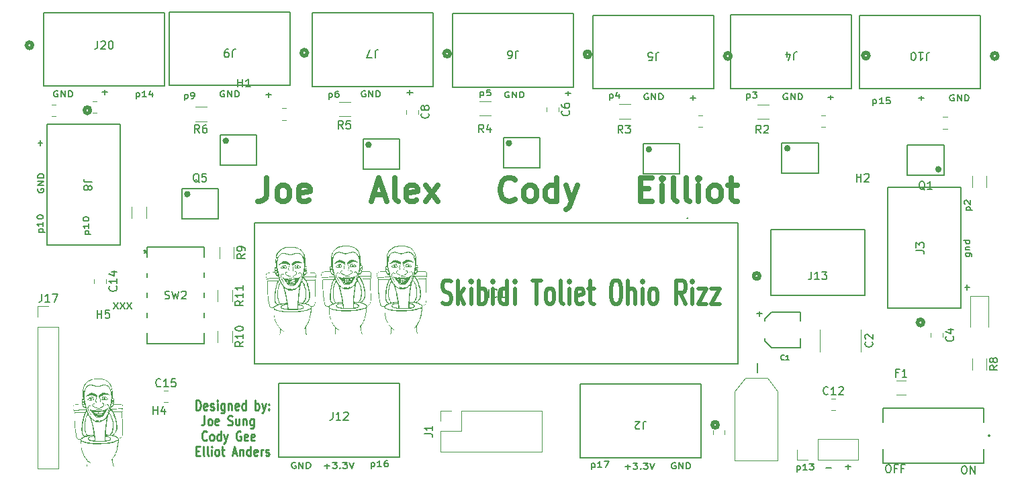
<source format=gbr>
%TF.GenerationSoftware,KiCad,Pcbnew,8.0.4*%
%TF.CreationDate,2024-10-31T19:43:42-04:00*%
%TF.ProjectId,Skibid-i,536b6962-6964-42d6-992e-6b696361645f,rev?*%
%TF.SameCoordinates,Original*%
%TF.FileFunction,Legend,Top*%
%TF.FilePolarity,Positive*%
%FSLAX46Y46*%
G04 Gerber Fmt 4.6, Leading zero omitted, Abs format (unit mm)*
G04 Created by KiCad (PCBNEW 8.0.4) date 2024-10-31 19:43:42*
%MOMM*%
%LPD*%
G01*
G04 APERTURE LIST*
%ADD10C,0.187500*%
%ADD11C,0.500000*%
%ADD12C,0.700000*%
%ADD13C,0.150000*%
%ADD14C,0.250000*%
%ADD15C,0.200000*%
%ADD16C,0.400000*%
%ADD17C,0.120000*%
%ADD18C,0.152400*%
%ADD19C,0.508000*%
%ADD20C,0.000000*%
%ADD21C,0.127000*%
G04 APERTURE END LIST*
D10*
X165987640Y-41948464D02*
X165987640Y-42698464D01*
X165987640Y-41984178D02*
X166073355Y-41948464D01*
X166073355Y-41948464D02*
X166244783Y-41948464D01*
X166244783Y-41948464D02*
X166330497Y-41984178D01*
X166330497Y-41984178D02*
X166373355Y-42019892D01*
X166373355Y-42019892D02*
X166416212Y-42091321D01*
X166416212Y-42091321D02*
X166416212Y-42305607D01*
X166416212Y-42305607D02*
X166373355Y-42377035D01*
X166373355Y-42377035D02*
X166330497Y-42412750D01*
X166330497Y-42412750D02*
X166244783Y-42448464D01*
X166244783Y-42448464D02*
X166073355Y-42448464D01*
X166073355Y-42448464D02*
X165987640Y-42412750D01*
X166844783Y-42448464D02*
X167016212Y-42448464D01*
X167016212Y-42448464D02*
X167101926Y-42412750D01*
X167101926Y-42412750D02*
X167144783Y-42377035D01*
X167144783Y-42377035D02*
X167230498Y-42269892D01*
X167230498Y-42269892D02*
X167273355Y-42127035D01*
X167273355Y-42127035D02*
X167273355Y-41841321D01*
X167273355Y-41841321D02*
X167230498Y-41769892D01*
X167230498Y-41769892D02*
X167187641Y-41734178D01*
X167187641Y-41734178D02*
X167101926Y-41698464D01*
X167101926Y-41698464D02*
X166930498Y-41698464D01*
X166930498Y-41698464D02*
X166844783Y-41734178D01*
X166844783Y-41734178D02*
X166801926Y-41769892D01*
X166801926Y-41769892D02*
X166759069Y-41841321D01*
X166759069Y-41841321D02*
X166759069Y-42019892D01*
X166759069Y-42019892D02*
X166801926Y-42091321D01*
X166801926Y-42091321D02*
X166844783Y-42127035D01*
X166844783Y-42127035D02*
X166930498Y-42162750D01*
X166930498Y-42162750D02*
X167101926Y-42162750D01*
X167101926Y-42162750D02*
X167187641Y-42127035D01*
X167187641Y-42127035D02*
X167230498Y-42091321D01*
X167230498Y-42091321D02*
X167273355Y-42019892D01*
X184187640Y-41798464D02*
X184187640Y-42548464D01*
X184187640Y-41834178D02*
X184273355Y-41798464D01*
X184273355Y-41798464D02*
X184444783Y-41798464D01*
X184444783Y-41798464D02*
X184530497Y-41834178D01*
X184530497Y-41834178D02*
X184573355Y-41869892D01*
X184573355Y-41869892D02*
X184616212Y-41941321D01*
X184616212Y-41941321D02*
X184616212Y-42155607D01*
X184616212Y-42155607D02*
X184573355Y-42227035D01*
X184573355Y-42227035D02*
X184530497Y-42262750D01*
X184530497Y-42262750D02*
X184444783Y-42298464D01*
X184444783Y-42298464D02*
X184273355Y-42298464D01*
X184273355Y-42298464D02*
X184187640Y-42262750D01*
X185387641Y-41548464D02*
X185216212Y-41548464D01*
X185216212Y-41548464D02*
X185130498Y-41584178D01*
X185130498Y-41584178D02*
X185087641Y-41619892D01*
X185087641Y-41619892D02*
X185001926Y-41727035D01*
X185001926Y-41727035D02*
X184959069Y-41869892D01*
X184959069Y-41869892D02*
X184959069Y-42155607D01*
X184959069Y-42155607D02*
X185001926Y-42227035D01*
X185001926Y-42227035D02*
X185044783Y-42262750D01*
X185044783Y-42262750D02*
X185130498Y-42298464D01*
X185130498Y-42298464D02*
X185301926Y-42298464D01*
X185301926Y-42298464D02*
X185387641Y-42262750D01*
X185387641Y-42262750D02*
X185430498Y-42227035D01*
X185430498Y-42227035D02*
X185473355Y-42155607D01*
X185473355Y-42155607D02*
X185473355Y-41977035D01*
X185473355Y-41977035D02*
X185430498Y-41905607D01*
X185430498Y-41905607D02*
X185387641Y-41869892D01*
X185387641Y-41869892D02*
X185301926Y-41834178D01*
X185301926Y-41834178D02*
X185130498Y-41834178D01*
X185130498Y-41834178D02*
X185044783Y-41869892D01*
X185044783Y-41869892D02*
X185001926Y-41905607D01*
X185001926Y-41905607D02*
X184959069Y-41977035D01*
X180009069Y-88384178D02*
X179923355Y-88348464D01*
X179923355Y-88348464D02*
X179794783Y-88348464D01*
X179794783Y-88348464D02*
X179666212Y-88384178D01*
X179666212Y-88384178D02*
X179580497Y-88455607D01*
X179580497Y-88455607D02*
X179537640Y-88527035D01*
X179537640Y-88527035D02*
X179494783Y-88669892D01*
X179494783Y-88669892D02*
X179494783Y-88777035D01*
X179494783Y-88777035D02*
X179537640Y-88919892D01*
X179537640Y-88919892D02*
X179580497Y-88991321D01*
X179580497Y-88991321D02*
X179666212Y-89062750D01*
X179666212Y-89062750D02*
X179794783Y-89098464D01*
X179794783Y-89098464D02*
X179880497Y-89098464D01*
X179880497Y-89098464D02*
X180009069Y-89062750D01*
X180009069Y-89062750D02*
X180051926Y-89027035D01*
X180051926Y-89027035D02*
X180051926Y-88777035D01*
X180051926Y-88777035D02*
X179880497Y-88777035D01*
X180437640Y-89098464D02*
X180437640Y-88348464D01*
X180437640Y-88348464D02*
X180951926Y-89098464D01*
X180951926Y-89098464D02*
X180951926Y-88348464D01*
X181380497Y-89098464D02*
X181380497Y-88348464D01*
X181380497Y-88348464D02*
X181594783Y-88348464D01*
X181594783Y-88348464D02*
X181723354Y-88384178D01*
X181723354Y-88384178D02*
X181809069Y-88455607D01*
X181809069Y-88455607D02*
X181851926Y-88527035D01*
X181851926Y-88527035D02*
X181894783Y-88669892D01*
X181894783Y-88669892D02*
X181894783Y-88777035D01*
X181894783Y-88777035D02*
X181851926Y-88919892D01*
X181851926Y-88919892D02*
X181809069Y-88991321D01*
X181809069Y-88991321D02*
X181723354Y-89062750D01*
X181723354Y-89062750D02*
X181594783Y-89098464D01*
X181594783Y-89098464D02*
X181380497Y-89098464D01*
X147812750Y-48412359D02*
X147812750Y-47726645D01*
X148098464Y-48069502D02*
X147527035Y-48069502D01*
X214047640Y-41802750D02*
X214733355Y-41802750D01*
X214390497Y-42088464D02*
X214390497Y-41517035D01*
X194077640Y-41702750D02*
X194763355Y-41702750D01*
X194420497Y-41988464D02*
X194420497Y-41417035D01*
X203307640Y-41598464D02*
X203307640Y-42348464D01*
X203307640Y-41634178D02*
X203393355Y-41598464D01*
X203393355Y-41598464D02*
X203564783Y-41598464D01*
X203564783Y-41598464D02*
X203650497Y-41634178D01*
X203650497Y-41634178D02*
X203693355Y-41669892D01*
X203693355Y-41669892D02*
X203736212Y-41741321D01*
X203736212Y-41741321D02*
X203736212Y-41955607D01*
X203736212Y-41955607D02*
X203693355Y-42027035D01*
X203693355Y-42027035D02*
X203650497Y-42062750D01*
X203650497Y-42062750D02*
X203564783Y-42098464D01*
X203564783Y-42098464D02*
X203393355Y-42098464D01*
X203393355Y-42098464D02*
X203307640Y-42062750D01*
X204550498Y-41348464D02*
X204121926Y-41348464D01*
X204121926Y-41348464D02*
X204079069Y-41705607D01*
X204079069Y-41705607D02*
X204121926Y-41669892D01*
X204121926Y-41669892D02*
X204207641Y-41634178D01*
X204207641Y-41634178D02*
X204421926Y-41634178D01*
X204421926Y-41634178D02*
X204507641Y-41669892D01*
X204507641Y-41669892D02*
X204550498Y-41705607D01*
X204550498Y-41705607D02*
X204593355Y-41777035D01*
X204593355Y-41777035D02*
X204593355Y-41955607D01*
X204593355Y-41955607D02*
X204550498Y-42027035D01*
X204550498Y-42027035D02*
X204507641Y-42062750D01*
X204507641Y-42062750D02*
X204421926Y-42098464D01*
X204421926Y-42098464D02*
X204207641Y-42098464D01*
X204207641Y-42098464D02*
X204121926Y-42062750D01*
X204121926Y-42062750D02*
X204079069Y-42027035D01*
D11*
X198509899Y-68264000D02*
X198795613Y-68406857D01*
X198795613Y-68406857D02*
X199271804Y-68406857D01*
X199271804Y-68406857D02*
X199462280Y-68264000D01*
X199462280Y-68264000D02*
X199557518Y-68121142D01*
X199557518Y-68121142D02*
X199652756Y-67835428D01*
X199652756Y-67835428D02*
X199652756Y-67549714D01*
X199652756Y-67549714D02*
X199557518Y-67264000D01*
X199557518Y-67264000D02*
X199462280Y-67121142D01*
X199462280Y-67121142D02*
X199271804Y-66978285D01*
X199271804Y-66978285D02*
X198890851Y-66835428D01*
X198890851Y-66835428D02*
X198700375Y-66692571D01*
X198700375Y-66692571D02*
X198605137Y-66549714D01*
X198605137Y-66549714D02*
X198509899Y-66264000D01*
X198509899Y-66264000D02*
X198509899Y-65978285D01*
X198509899Y-65978285D02*
X198605137Y-65692571D01*
X198605137Y-65692571D02*
X198700375Y-65549714D01*
X198700375Y-65549714D02*
X198890851Y-65406857D01*
X198890851Y-65406857D02*
X199367042Y-65406857D01*
X199367042Y-65406857D02*
X199652756Y-65549714D01*
X200509899Y-68406857D02*
X200509899Y-65406857D01*
X200700375Y-67264000D02*
X201271804Y-68406857D01*
X201271804Y-66406857D02*
X200509899Y-67549714D01*
X202128947Y-68406857D02*
X202128947Y-66406857D01*
X202128947Y-65406857D02*
X202033709Y-65549714D01*
X202033709Y-65549714D02*
X202128947Y-65692571D01*
X202128947Y-65692571D02*
X202224185Y-65549714D01*
X202224185Y-65549714D02*
X202128947Y-65406857D01*
X202128947Y-65406857D02*
X202128947Y-65692571D01*
X203081328Y-68406857D02*
X203081328Y-65406857D01*
X203081328Y-66549714D02*
X203271804Y-66406857D01*
X203271804Y-66406857D02*
X203652757Y-66406857D01*
X203652757Y-66406857D02*
X203843233Y-66549714D01*
X203843233Y-66549714D02*
X203938471Y-66692571D01*
X203938471Y-66692571D02*
X204033709Y-66978285D01*
X204033709Y-66978285D02*
X204033709Y-67835428D01*
X204033709Y-67835428D02*
X203938471Y-68121142D01*
X203938471Y-68121142D02*
X203843233Y-68264000D01*
X203843233Y-68264000D02*
X203652757Y-68406857D01*
X203652757Y-68406857D02*
X203271804Y-68406857D01*
X203271804Y-68406857D02*
X203081328Y-68264000D01*
X204890852Y-68406857D02*
X204890852Y-66406857D01*
X204890852Y-65406857D02*
X204795614Y-65549714D01*
X204795614Y-65549714D02*
X204890852Y-65692571D01*
X204890852Y-65692571D02*
X204986090Y-65549714D01*
X204986090Y-65549714D02*
X204890852Y-65406857D01*
X204890852Y-65406857D02*
X204890852Y-65692571D01*
X206700376Y-68406857D02*
X206700376Y-65406857D01*
X206700376Y-68264000D02*
X206509900Y-68406857D01*
X206509900Y-68406857D02*
X206128947Y-68406857D01*
X206128947Y-68406857D02*
X205938471Y-68264000D01*
X205938471Y-68264000D02*
X205843233Y-68121142D01*
X205843233Y-68121142D02*
X205747995Y-67835428D01*
X205747995Y-67835428D02*
X205747995Y-66978285D01*
X205747995Y-66978285D02*
X205843233Y-66692571D01*
X205843233Y-66692571D02*
X205938471Y-66549714D01*
X205938471Y-66549714D02*
X206128947Y-66406857D01*
X206128947Y-66406857D02*
X206509900Y-66406857D01*
X206509900Y-66406857D02*
X206700376Y-66549714D01*
X207652757Y-68406857D02*
X207652757Y-66406857D01*
X207652757Y-65406857D02*
X207557519Y-65549714D01*
X207557519Y-65549714D02*
X207652757Y-65692571D01*
X207652757Y-65692571D02*
X207747995Y-65549714D01*
X207747995Y-65549714D02*
X207652757Y-65406857D01*
X207652757Y-65406857D02*
X207652757Y-65692571D01*
X209843234Y-65406857D02*
X210986091Y-65406857D01*
X210414662Y-68406857D02*
X210414662Y-65406857D01*
X211938472Y-68406857D02*
X211747996Y-68264000D01*
X211747996Y-68264000D02*
X211652758Y-68121142D01*
X211652758Y-68121142D02*
X211557520Y-67835428D01*
X211557520Y-67835428D02*
X211557520Y-66978285D01*
X211557520Y-66978285D02*
X211652758Y-66692571D01*
X211652758Y-66692571D02*
X211747996Y-66549714D01*
X211747996Y-66549714D02*
X211938472Y-66406857D01*
X211938472Y-66406857D02*
X212224187Y-66406857D01*
X212224187Y-66406857D02*
X212414663Y-66549714D01*
X212414663Y-66549714D02*
X212509901Y-66692571D01*
X212509901Y-66692571D02*
X212605139Y-66978285D01*
X212605139Y-66978285D02*
X212605139Y-67835428D01*
X212605139Y-67835428D02*
X212509901Y-68121142D01*
X212509901Y-68121142D02*
X212414663Y-68264000D01*
X212414663Y-68264000D02*
X212224187Y-68406857D01*
X212224187Y-68406857D02*
X211938472Y-68406857D01*
X213747996Y-68406857D02*
X213557520Y-68264000D01*
X213557520Y-68264000D02*
X213462282Y-67978285D01*
X213462282Y-67978285D02*
X213462282Y-65406857D01*
X214509901Y-68406857D02*
X214509901Y-66406857D01*
X214509901Y-65406857D02*
X214414663Y-65549714D01*
X214414663Y-65549714D02*
X214509901Y-65692571D01*
X214509901Y-65692571D02*
X214605139Y-65549714D01*
X214605139Y-65549714D02*
X214509901Y-65406857D01*
X214509901Y-65406857D02*
X214509901Y-65692571D01*
X216224187Y-68264000D02*
X216033711Y-68406857D01*
X216033711Y-68406857D02*
X215652758Y-68406857D01*
X215652758Y-68406857D02*
X215462282Y-68264000D01*
X215462282Y-68264000D02*
X215367044Y-67978285D01*
X215367044Y-67978285D02*
X215367044Y-66835428D01*
X215367044Y-66835428D02*
X215462282Y-66549714D01*
X215462282Y-66549714D02*
X215652758Y-66406857D01*
X215652758Y-66406857D02*
X216033711Y-66406857D01*
X216033711Y-66406857D02*
X216224187Y-66549714D01*
X216224187Y-66549714D02*
X216319425Y-66835428D01*
X216319425Y-66835428D02*
X216319425Y-67121142D01*
X216319425Y-67121142D02*
X215367044Y-67406857D01*
X216890854Y-66406857D02*
X217652758Y-66406857D01*
X217176568Y-65406857D02*
X217176568Y-67978285D01*
X217176568Y-67978285D02*
X217271806Y-68264000D01*
X217271806Y-68264000D02*
X217462282Y-68406857D01*
X217462282Y-68406857D02*
X217652758Y-68406857D01*
X220224187Y-65406857D02*
X220605140Y-65406857D01*
X220605140Y-65406857D02*
X220795616Y-65549714D01*
X220795616Y-65549714D02*
X220986092Y-65835428D01*
X220986092Y-65835428D02*
X221081330Y-66406857D01*
X221081330Y-66406857D02*
X221081330Y-67406857D01*
X221081330Y-67406857D02*
X220986092Y-67978285D01*
X220986092Y-67978285D02*
X220795616Y-68264000D01*
X220795616Y-68264000D02*
X220605140Y-68406857D01*
X220605140Y-68406857D02*
X220224187Y-68406857D01*
X220224187Y-68406857D02*
X220033711Y-68264000D01*
X220033711Y-68264000D02*
X219843235Y-67978285D01*
X219843235Y-67978285D02*
X219747997Y-67406857D01*
X219747997Y-67406857D02*
X219747997Y-66406857D01*
X219747997Y-66406857D02*
X219843235Y-65835428D01*
X219843235Y-65835428D02*
X220033711Y-65549714D01*
X220033711Y-65549714D02*
X220224187Y-65406857D01*
X221938473Y-68406857D02*
X221938473Y-65406857D01*
X222795616Y-68406857D02*
X222795616Y-66835428D01*
X222795616Y-66835428D02*
X222700378Y-66549714D01*
X222700378Y-66549714D02*
X222509902Y-66406857D01*
X222509902Y-66406857D02*
X222224187Y-66406857D01*
X222224187Y-66406857D02*
X222033711Y-66549714D01*
X222033711Y-66549714D02*
X221938473Y-66692571D01*
X223747997Y-68406857D02*
X223747997Y-66406857D01*
X223747997Y-65406857D02*
X223652759Y-65549714D01*
X223652759Y-65549714D02*
X223747997Y-65692571D01*
X223747997Y-65692571D02*
X223843235Y-65549714D01*
X223843235Y-65549714D02*
X223747997Y-65406857D01*
X223747997Y-65406857D02*
X223747997Y-65692571D01*
X224986092Y-68406857D02*
X224795616Y-68264000D01*
X224795616Y-68264000D02*
X224700378Y-68121142D01*
X224700378Y-68121142D02*
X224605140Y-67835428D01*
X224605140Y-67835428D02*
X224605140Y-66978285D01*
X224605140Y-66978285D02*
X224700378Y-66692571D01*
X224700378Y-66692571D02*
X224795616Y-66549714D01*
X224795616Y-66549714D02*
X224986092Y-66406857D01*
X224986092Y-66406857D02*
X225271807Y-66406857D01*
X225271807Y-66406857D02*
X225462283Y-66549714D01*
X225462283Y-66549714D02*
X225557521Y-66692571D01*
X225557521Y-66692571D02*
X225652759Y-66978285D01*
X225652759Y-66978285D02*
X225652759Y-67835428D01*
X225652759Y-67835428D02*
X225557521Y-68121142D01*
X225557521Y-68121142D02*
X225462283Y-68264000D01*
X225462283Y-68264000D02*
X225271807Y-68406857D01*
X225271807Y-68406857D02*
X224986092Y-68406857D01*
X229176569Y-68406857D02*
X228509902Y-66978285D01*
X228033712Y-68406857D02*
X228033712Y-65406857D01*
X228033712Y-65406857D02*
X228795617Y-65406857D01*
X228795617Y-65406857D02*
X228986093Y-65549714D01*
X228986093Y-65549714D02*
X229081331Y-65692571D01*
X229081331Y-65692571D02*
X229176569Y-65978285D01*
X229176569Y-65978285D02*
X229176569Y-66406857D01*
X229176569Y-66406857D02*
X229081331Y-66692571D01*
X229081331Y-66692571D02*
X228986093Y-66835428D01*
X228986093Y-66835428D02*
X228795617Y-66978285D01*
X228795617Y-66978285D02*
X228033712Y-66978285D01*
X230033712Y-68406857D02*
X230033712Y-66406857D01*
X230033712Y-65406857D02*
X229938474Y-65549714D01*
X229938474Y-65549714D02*
X230033712Y-65692571D01*
X230033712Y-65692571D02*
X230128950Y-65549714D01*
X230128950Y-65549714D02*
X230033712Y-65406857D01*
X230033712Y-65406857D02*
X230033712Y-65692571D01*
X230795617Y-66406857D02*
X231843236Y-66406857D01*
X231843236Y-66406857D02*
X230795617Y-68406857D01*
X230795617Y-68406857D02*
X231843236Y-68406857D01*
X232414665Y-66406857D02*
X233462284Y-66406857D01*
X233462284Y-66406857D02*
X232414665Y-68406857D01*
X232414665Y-68406857D02*
X233462284Y-68406857D01*
D10*
X150009069Y-41534178D02*
X149923355Y-41498464D01*
X149923355Y-41498464D02*
X149794783Y-41498464D01*
X149794783Y-41498464D02*
X149666212Y-41534178D01*
X149666212Y-41534178D02*
X149580497Y-41605607D01*
X149580497Y-41605607D02*
X149537640Y-41677035D01*
X149537640Y-41677035D02*
X149494783Y-41819892D01*
X149494783Y-41819892D02*
X149494783Y-41927035D01*
X149494783Y-41927035D02*
X149537640Y-42069892D01*
X149537640Y-42069892D02*
X149580497Y-42141321D01*
X149580497Y-42141321D02*
X149666212Y-42212750D01*
X149666212Y-42212750D02*
X149794783Y-42248464D01*
X149794783Y-42248464D02*
X149880497Y-42248464D01*
X149880497Y-42248464D02*
X150009069Y-42212750D01*
X150009069Y-42212750D02*
X150051926Y-42177035D01*
X150051926Y-42177035D02*
X150051926Y-41927035D01*
X150051926Y-41927035D02*
X149880497Y-41927035D01*
X150437640Y-42248464D02*
X150437640Y-41498464D01*
X150437640Y-41498464D02*
X150951926Y-42248464D01*
X150951926Y-42248464D02*
X150951926Y-41498464D01*
X151380497Y-42248464D02*
X151380497Y-41498464D01*
X151380497Y-41498464D02*
X151594783Y-41498464D01*
X151594783Y-41498464D02*
X151723354Y-41534178D01*
X151723354Y-41534178D02*
X151809069Y-41605607D01*
X151809069Y-41605607D02*
X151851926Y-41677035D01*
X151851926Y-41677035D02*
X151894783Y-41819892D01*
X151894783Y-41819892D02*
X151894783Y-41927035D01*
X151894783Y-41927035D02*
X151851926Y-42069892D01*
X151851926Y-42069892D02*
X151809069Y-42141321D01*
X151809069Y-42141321D02*
X151723354Y-42212750D01*
X151723354Y-42212750D02*
X151594783Y-42248464D01*
X151594783Y-42248464D02*
X151380497Y-42248464D01*
X224459069Y-41884178D02*
X224373355Y-41848464D01*
X224373355Y-41848464D02*
X224244783Y-41848464D01*
X224244783Y-41848464D02*
X224116212Y-41884178D01*
X224116212Y-41884178D02*
X224030497Y-41955607D01*
X224030497Y-41955607D02*
X223987640Y-42027035D01*
X223987640Y-42027035D02*
X223944783Y-42169892D01*
X223944783Y-42169892D02*
X223944783Y-42277035D01*
X223944783Y-42277035D02*
X223987640Y-42419892D01*
X223987640Y-42419892D02*
X224030497Y-42491321D01*
X224030497Y-42491321D02*
X224116212Y-42562750D01*
X224116212Y-42562750D02*
X224244783Y-42598464D01*
X224244783Y-42598464D02*
X224330497Y-42598464D01*
X224330497Y-42598464D02*
X224459069Y-42562750D01*
X224459069Y-42562750D02*
X224501926Y-42527035D01*
X224501926Y-42527035D02*
X224501926Y-42277035D01*
X224501926Y-42277035D02*
X224330497Y-42277035D01*
X224887640Y-42598464D02*
X224887640Y-41848464D01*
X224887640Y-41848464D02*
X225401926Y-42598464D01*
X225401926Y-42598464D02*
X225401926Y-41848464D01*
X225830497Y-42598464D02*
X225830497Y-41848464D01*
X225830497Y-41848464D02*
X226044783Y-41848464D01*
X226044783Y-41848464D02*
X226173354Y-41884178D01*
X226173354Y-41884178D02*
X226259069Y-41955607D01*
X226259069Y-41955607D02*
X226301926Y-42027035D01*
X226301926Y-42027035D02*
X226344783Y-42169892D01*
X226344783Y-42169892D02*
X226344783Y-42277035D01*
X226344783Y-42277035D02*
X226301926Y-42419892D01*
X226301926Y-42419892D02*
X226259069Y-42491321D01*
X226259069Y-42491321D02*
X226173354Y-42562750D01*
X226173354Y-42562750D02*
X226044783Y-42598464D01*
X226044783Y-42598464D02*
X225830497Y-42598464D01*
X264498464Y-61976645D02*
X265105607Y-61976645D01*
X265105607Y-61976645D02*
X265177035Y-62019502D01*
X265177035Y-62019502D02*
X265212750Y-62062359D01*
X265212750Y-62062359D02*
X265248464Y-62148073D01*
X265248464Y-62148073D02*
X265248464Y-62276645D01*
X265248464Y-62276645D02*
X265212750Y-62362359D01*
X264962750Y-61976645D02*
X264998464Y-62062359D01*
X264998464Y-62062359D02*
X264998464Y-62233787D01*
X264998464Y-62233787D02*
X264962750Y-62319502D01*
X264962750Y-62319502D02*
X264927035Y-62362359D01*
X264927035Y-62362359D02*
X264855607Y-62405216D01*
X264855607Y-62405216D02*
X264641321Y-62405216D01*
X264641321Y-62405216D02*
X264569892Y-62362359D01*
X264569892Y-62362359D02*
X264534178Y-62319502D01*
X264534178Y-62319502D02*
X264498464Y-62233787D01*
X264498464Y-62233787D02*
X264498464Y-62062359D01*
X264498464Y-62062359D02*
X264534178Y-61976645D01*
X264498464Y-61548073D02*
X264998464Y-61548073D01*
X264569892Y-61548073D02*
X264534178Y-61505216D01*
X264534178Y-61505216D02*
X264498464Y-61419501D01*
X264498464Y-61419501D02*
X264498464Y-61290930D01*
X264498464Y-61290930D02*
X264534178Y-61205216D01*
X264534178Y-61205216D02*
X264605607Y-61162359D01*
X264605607Y-61162359D02*
X264998464Y-61162359D01*
X264998464Y-60348073D02*
X264248464Y-60348073D01*
X264962750Y-60348073D02*
X264998464Y-60433787D01*
X264998464Y-60433787D02*
X264998464Y-60605215D01*
X264998464Y-60605215D02*
X264962750Y-60690930D01*
X264962750Y-60690930D02*
X264927035Y-60733787D01*
X264927035Y-60733787D02*
X264855607Y-60776644D01*
X264855607Y-60776644D02*
X264641321Y-60776644D01*
X264641321Y-60776644D02*
X264569892Y-60733787D01*
X264569892Y-60733787D02*
X264534178Y-60690930D01*
X264534178Y-60690930D02*
X264498464Y-60605215D01*
X264498464Y-60605215D02*
X264498464Y-60433787D01*
X264498464Y-60433787D02*
X264534178Y-60348073D01*
X206909069Y-41634178D02*
X206823355Y-41598464D01*
X206823355Y-41598464D02*
X206694783Y-41598464D01*
X206694783Y-41598464D02*
X206566212Y-41634178D01*
X206566212Y-41634178D02*
X206480497Y-41705607D01*
X206480497Y-41705607D02*
X206437640Y-41777035D01*
X206437640Y-41777035D02*
X206394783Y-41919892D01*
X206394783Y-41919892D02*
X206394783Y-42027035D01*
X206394783Y-42027035D02*
X206437640Y-42169892D01*
X206437640Y-42169892D02*
X206480497Y-42241321D01*
X206480497Y-42241321D02*
X206566212Y-42312750D01*
X206566212Y-42312750D02*
X206694783Y-42348464D01*
X206694783Y-42348464D02*
X206780497Y-42348464D01*
X206780497Y-42348464D02*
X206909069Y-42312750D01*
X206909069Y-42312750D02*
X206951926Y-42277035D01*
X206951926Y-42277035D02*
X206951926Y-42027035D01*
X206951926Y-42027035D02*
X206780497Y-42027035D01*
X207337640Y-42348464D02*
X207337640Y-41598464D01*
X207337640Y-41598464D02*
X207851926Y-42348464D01*
X207851926Y-42348464D02*
X207851926Y-41598464D01*
X208280497Y-42348464D02*
X208280497Y-41598464D01*
X208280497Y-41598464D02*
X208494783Y-41598464D01*
X208494783Y-41598464D02*
X208623354Y-41634178D01*
X208623354Y-41634178D02*
X208709069Y-41705607D01*
X208709069Y-41705607D02*
X208751926Y-41777035D01*
X208751926Y-41777035D02*
X208794783Y-41919892D01*
X208794783Y-41919892D02*
X208794783Y-42027035D01*
X208794783Y-42027035D02*
X208751926Y-42169892D01*
X208751926Y-42169892D02*
X208709069Y-42241321D01*
X208709069Y-42241321D02*
X208623354Y-42312750D01*
X208623354Y-42312750D02*
X208494783Y-42348464D01*
X208494783Y-42348464D02*
X208280497Y-42348464D01*
X258537640Y-42412750D02*
X259223355Y-42412750D01*
X258880497Y-42698464D02*
X258880497Y-42127035D01*
X147534178Y-53840930D02*
X147498464Y-53926645D01*
X147498464Y-53926645D02*
X147498464Y-54055216D01*
X147498464Y-54055216D02*
X147534178Y-54183787D01*
X147534178Y-54183787D02*
X147605607Y-54269502D01*
X147605607Y-54269502D02*
X147677035Y-54312359D01*
X147677035Y-54312359D02*
X147819892Y-54355216D01*
X147819892Y-54355216D02*
X147927035Y-54355216D01*
X147927035Y-54355216D02*
X148069892Y-54312359D01*
X148069892Y-54312359D02*
X148141321Y-54269502D01*
X148141321Y-54269502D02*
X148212750Y-54183787D01*
X148212750Y-54183787D02*
X148248464Y-54055216D01*
X148248464Y-54055216D02*
X148248464Y-53969502D01*
X148248464Y-53969502D02*
X148212750Y-53840930D01*
X148212750Y-53840930D02*
X148177035Y-53798073D01*
X148177035Y-53798073D02*
X147927035Y-53798073D01*
X147927035Y-53798073D02*
X147927035Y-53969502D01*
X148248464Y-53412359D02*
X147498464Y-53412359D01*
X147498464Y-53412359D02*
X148248464Y-52898073D01*
X148248464Y-52898073D02*
X147498464Y-52898073D01*
X148248464Y-52469502D02*
X147498464Y-52469502D01*
X147498464Y-52469502D02*
X147498464Y-52255216D01*
X147498464Y-52255216D02*
X147534178Y-52126645D01*
X147534178Y-52126645D02*
X147605607Y-52040930D01*
X147605607Y-52040930D02*
X147677035Y-51998073D01*
X147677035Y-51998073D02*
X147819892Y-51955216D01*
X147819892Y-51955216D02*
X147927035Y-51955216D01*
X147927035Y-51955216D02*
X148069892Y-51998073D01*
X148069892Y-51998073D02*
X148141321Y-52040930D01*
X148141321Y-52040930D02*
X148212750Y-52126645D01*
X148212750Y-52126645D02*
X148248464Y-52255216D01*
X148248464Y-52255216D02*
X148248464Y-52469502D01*
X236907640Y-41878464D02*
X236907640Y-42628464D01*
X236907640Y-41914178D02*
X236993355Y-41878464D01*
X236993355Y-41878464D02*
X237164783Y-41878464D01*
X237164783Y-41878464D02*
X237250497Y-41914178D01*
X237250497Y-41914178D02*
X237293355Y-41949892D01*
X237293355Y-41949892D02*
X237336212Y-42021321D01*
X237336212Y-42021321D02*
X237336212Y-42235607D01*
X237336212Y-42235607D02*
X237293355Y-42307035D01*
X237293355Y-42307035D02*
X237250497Y-42342750D01*
X237250497Y-42342750D02*
X237164783Y-42378464D01*
X237164783Y-42378464D02*
X236993355Y-42378464D01*
X236993355Y-42378464D02*
X236907640Y-42342750D01*
X237636212Y-41628464D02*
X238193355Y-41628464D01*
X238193355Y-41628464D02*
X237893355Y-41914178D01*
X237893355Y-41914178D02*
X238021926Y-41914178D01*
X238021926Y-41914178D02*
X238107641Y-41949892D01*
X238107641Y-41949892D02*
X238150498Y-41985607D01*
X238150498Y-41985607D02*
X238193355Y-42057035D01*
X238193355Y-42057035D02*
X238193355Y-42235607D01*
X238193355Y-42235607D02*
X238150498Y-42307035D01*
X238150498Y-42307035D02*
X238107641Y-42342750D01*
X238107641Y-42342750D02*
X238021926Y-42378464D01*
X238021926Y-42378464D02*
X237764783Y-42378464D01*
X237764783Y-42378464D02*
X237679069Y-42342750D01*
X237679069Y-42342750D02*
X237636212Y-42307035D01*
X252837640Y-42598464D02*
X252837640Y-43348464D01*
X252837640Y-42634178D02*
X252923355Y-42598464D01*
X252923355Y-42598464D02*
X253094783Y-42598464D01*
X253094783Y-42598464D02*
X253180497Y-42634178D01*
X253180497Y-42634178D02*
X253223355Y-42669892D01*
X253223355Y-42669892D02*
X253266212Y-42741321D01*
X253266212Y-42741321D02*
X253266212Y-42955607D01*
X253266212Y-42955607D02*
X253223355Y-43027035D01*
X253223355Y-43027035D02*
X253180497Y-43062750D01*
X253180497Y-43062750D02*
X253094783Y-43098464D01*
X253094783Y-43098464D02*
X252923355Y-43098464D01*
X252923355Y-43098464D02*
X252837640Y-43062750D01*
X254123355Y-43098464D02*
X253609069Y-43098464D01*
X253866212Y-43098464D02*
X253866212Y-42348464D01*
X253866212Y-42348464D02*
X253780498Y-42455607D01*
X253780498Y-42455607D02*
X253694783Y-42527035D01*
X253694783Y-42527035D02*
X253609069Y-42562750D01*
X254937641Y-42348464D02*
X254509069Y-42348464D01*
X254509069Y-42348464D02*
X254466212Y-42705607D01*
X254466212Y-42705607D02*
X254509069Y-42669892D01*
X254509069Y-42669892D02*
X254594784Y-42634178D01*
X254594784Y-42634178D02*
X254809069Y-42634178D01*
X254809069Y-42634178D02*
X254894784Y-42669892D01*
X254894784Y-42669892D02*
X254937641Y-42705607D01*
X254937641Y-42705607D02*
X254980498Y-42777035D01*
X254980498Y-42777035D02*
X254980498Y-42955607D01*
X254980498Y-42955607D02*
X254937641Y-43027035D01*
X254937641Y-43027035D02*
X254894784Y-43062750D01*
X254894784Y-43062750D02*
X254809069Y-43098464D01*
X254809069Y-43098464D02*
X254594784Y-43098464D01*
X254594784Y-43098464D02*
X254509069Y-43062750D01*
X254509069Y-43062750D02*
X254466212Y-43027035D01*
X188809069Y-41534178D02*
X188723355Y-41498464D01*
X188723355Y-41498464D02*
X188594783Y-41498464D01*
X188594783Y-41498464D02*
X188466212Y-41534178D01*
X188466212Y-41534178D02*
X188380497Y-41605607D01*
X188380497Y-41605607D02*
X188337640Y-41677035D01*
X188337640Y-41677035D02*
X188294783Y-41819892D01*
X188294783Y-41819892D02*
X188294783Y-41927035D01*
X188294783Y-41927035D02*
X188337640Y-42069892D01*
X188337640Y-42069892D02*
X188380497Y-42141321D01*
X188380497Y-42141321D02*
X188466212Y-42212750D01*
X188466212Y-42212750D02*
X188594783Y-42248464D01*
X188594783Y-42248464D02*
X188680497Y-42248464D01*
X188680497Y-42248464D02*
X188809069Y-42212750D01*
X188809069Y-42212750D02*
X188851926Y-42177035D01*
X188851926Y-42177035D02*
X188851926Y-41927035D01*
X188851926Y-41927035D02*
X188680497Y-41927035D01*
X189237640Y-42248464D02*
X189237640Y-41498464D01*
X189237640Y-41498464D02*
X189751926Y-42248464D01*
X189751926Y-42248464D02*
X189751926Y-41498464D01*
X190180497Y-42248464D02*
X190180497Y-41498464D01*
X190180497Y-41498464D02*
X190394783Y-41498464D01*
X190394783Y-41498464D02*
X190523354Y-41534178D01*
X190523354Y-41534178D02*
X190609069Y-41605607D01*
X190609069Y-41605607D02*
X190651926Y-41677035D01*
X190651926Y-41677035D02*
X190694783Y-41819892D01*
X190694783Y-41819892D02*
X190694783Y-41927035D01*
X190694783Y-41927035D02*
X190651926Y-42069892D01*
X190651926Y-42069892D02*
X190609069Y-42141321D01*
X190609069Y-42141321D02*
X190523354Y-42212750D01*
X190523354Y-42212750D02*
X190394783Y-42248464D01*
X190394783Y-42248464D02*
X190180497Y-42248464D01*
X171009069Y-41534178D02*
X170923355Y-41498464D01*
X170923355Y-41498464D02*
X170794783Y-41498464D01*
X170794783Y-41498464D02*
X170666212Y-41534178D01*
X170666212Y-41534178D02*
X170580497Y-41605607D01*
X170580497Y-41605607D02*
X170537640Y-41677035D01*
X170537640Y-41677035D02*
X170494783Y-41819892D01*
X170494783Y-41819892D02*
X170494783Y-41927035D01*
X170494783Y-41927035D02*
X170537640Y-42069892D01*
X170537640Y-42069892D02*
X170580497Y-42141321D01*
X170580497Y-42141321D02*
X170666212Y-42212750D01*
X170666212Y-42212750D02*
X170794783Y-42248464D01*
X170794783Y-42248464D02*
X170880497Y-42248464D01*
X170880497Y-42248464D02*
X171009069Y-42212750D01*
X171009069Y-42212750D02*
X171051926Y-42177035D01*
X171051926Y-42177035D02*
X171051926Y-41927035D01*
X171051926Y-41927035D02*
X170880497Y-41927035D01*
X171437640Y-42248464D02*
X171437640Y-41498464D01*
X171437640Y-41498464D02*
X171951926Y-42248464D01*
X171951926Y-42248464D02*
X171951926Y-41498464D01*
X172380497Y-42248464D02*
X172380497Y-41498464D01*
X172380497Y-41498464D02*
X172594783Y-41498464D01*
X172594783Y-41498464D02*
X172723354Y-41534178D01*
X172723354Y-41534178D02*
X172809069Y-41605607D01*
X172809069Y-41605607D02*
X172851926Y-41677035D01*
X172851926Y-41677035D02*
X172894783Y-41819892D01*
X172894783Y-41819892D02*
X172894783Y-41927035D01*
X172894783Y-41927035D02*
X172851926Y-42069892D01*
X172851926Y-42069892D02*
X172809069Y-42141321D01*
X172809069Y-42141321D02*
X172723354Y-42212750D01*
X172723354Y-42212750D02*
X172594783Y-42248464D01*
X172594783Y-42248464D02*
X172380497Y-42248464D01*
X189537640Y-88398464D02*
X189537640Y-89148464D01*
X189537640Y-88434178D02*
X189623355Y-88398464D01*
X189623355Y-88398464D02*
X189794783Y-88398464D01*
X189794783Y-88398464D02*
X189880497Y-88434178D01*
X189880497Y-88434178D02*
X189923355Y-88469892D01*
X189923355Y-88469892D02*
X189966212Y-88541321D01*
X189966212Y-88541321D02*
X189966212Y-88755607D01*
X189966212Y-88755607D02*
X189923355Y-88827035D01*
X189923355Y-88827035D02*
X189880497Y-88862750D01*
X189880497Y-88862750D02*
X189794783Y-88898464D01*
X189794783Y-88898464D02*
X189623355Y-88898464D01*
X189623355Y-88898464D02*
X189537640Y-88862750D01*
X190823355Y-88898464D02*
X190309069Y-88898464D01*
X190566212Y-88898464D02*
X190566212Y-88148464D01*
X190566212Y-88148464D02*
X190480498Y-88255607D01*
X190480498Y-88255607D02*
X190394783Y-88327035D01*
X190394783Y-88327035D02*
X190309069Y-88362750D01*
X191594784Y-88148464D02*
X191423355Y-88148464D01*
X191423355Y-88148464D02*
X191337641Y-88184178D01*
X191337641Y-88184178D02*
X191294784Y-88219892D01*
X191294784Y-88219892D02*
X191209069Y-88327035D01*
X191209069Y-88327035D02*
X191166212Y-88469892D01*
X191166212Y-88469892D02*
X191166212Y-88755607D01*
X191166212Y-88755607D02*
X191209069Y-88827035D01*
X191209069Y-88827035D02*
X191251926Y-88862750D01*
X191251926Y-88862750D02*
X191337641Y-88898464D01*
X191337641Y-88898464D02*
X191509069Y-88898464D01*
X191509069Y-88898464D02*
X191594784Y-88862750D01*
X191594784Y-88862750D02*
X191637641Y-88827035D01*
X191637641Y-88827035D02*
X191680498Y-88755607D01*
X191680498Y-88755607D02*
X191680498Y-88577035D01*
X191680498Y-88577035D02*
X191637641Y-88505607D01*
X191637641Y-88505607D02*
X191594784Y-88469892D01*
X191594784Y-88469892D02*
X191509069Y-88434178D01*
X191509069Y-88434178D02*
X191337641Y-88434178D01*
X191337641Y-88434178D02*
X191251926Y-88469892D01*
X191251926Y-88469892D02*
X191209069Y-88505607D01*
X191209069Y-88505607D02*
X191166212Y-88577035D01*
X159348073Y-69001535D02*
X158748073Y-68251535D01*
X158748073Y-69001535D02*
X159348073Y-68251535D01*
X158490930Y-69001535D02*
X157890930Y-68251535D01*
X157890930Y-69001535D02*
X158490930Y-68251535D01*
X157633787Y-69001535D02*
X157033787Y-68251535D01*
X157033787Y-69001535D02*
X157633787Y-68251535D01*
X229737640Y-42362750D02*
X230423355Y-42362750D01*
X230080497Y-42648464D02*
X230080497Y-42077035D01*
X183637640Y-88812750D02*
X184323355Y-88812750D01*
X183980497Y-89098464D02*
X183980497Y-88527035D01*
X184666212Y-88348464D02*
X185223355Y-88348464D01*
X185223355Y-88348464D02*
X184923355Y-88634178D01*
X184923355Y-88634178D02*
X185051926Y-88634178D01*
X185051926Y-88634178D02*
X185137641Y-88669892D01*
X185137641Y-88669892D02*
X185180498Y-88705607D01*
X185180498Y-88705607D02*
X185223355Y-88777035D01*
X185223355Y-88777035D02*
X185223355Y-88955607D01*
X185223355Y-88955607D02*
X185180498Y-89027035D01*
X185180498Y-89027035D02*
X185137641Y-89062750D01*
X185137641Y-89062750D02*
X185051926Y-89098464D01*
X185051926Y-89098464D02*
X184794783Y-89098464D01*
X184794783Y-89098464D02*
X184709069Y-89062750D01*
X184709069Y-89062750D02*
X184666212Y-89027035D01*
X185609069Y-89027035D02*
X185651926Y-89062750D01*
X185651926Y-89062750D02*
X185609069Y-89098464D01*
X185609069Y-89098464D02*
X185566212Y-89062750D01*
X185566212Y-89062750D02*
X185609069Y-89027035D01*
X185609069Y-89027035D02*
X185609069Y-89098464D01*
X185951926Y-88348464D02*
X186509069Y-88348464D01*
X186509069Y-88348464D02*
X186209069Y-88634178D01*
X186209069Y-88634178D02*
X186337640Y-88634178D01*
X186337640Y-88634178D02*
X186423355Y-88669892D01*
X186423355Y-88669892D02*
X186466212Y-88705607D01*
X186466212Y-88705607D02*
X186509069Y-88777035D01*
X186509069Y-88777035D02*
X186509069Y-88955607D01*
X186509069Y-88955607D02*
X186466212Y-89027035D01*
X186466212Y-89027035D02*
X186423355Y-89062750D01*
X186423355Y-89062750D02*
X186337640Y-89098464D01*
X186337640Y-89098464D02*
X186080497Y-89098464D01*
X186080497Y-89098464D02*
X185994783Y-89062750D01*
X185994783Y-89062750D02*
X185951926Y-89027035D01*
X186766212Y-88348464D02*
X187066212Y-89098464D01*
X187066212Y-89098464D02*
X187366212Y-88348464D01*
X153448464Y-59562359D02*
X154198464Y-59562359D01*
X153484178Y-59562359D02*
X153448464Y-59476645D01*
X153448464Y-59476645D02*
X153448464Y-59305216D01*
X153448464Y-59305216D02*
X153484178Y-59219502D01*
X153484178Y-59219502D02*
X153519892Y-59176645D01*
X153519892Y-59176645D02*
X153591321Y-59133787D01*
X153591321Y-59133787D02*
X153805607Y-59133787D01*
X153805607Y-59133787D02*
X153877035Y-59176645D01*
X153877035Y-59176645D02*
X153912750Y-59219502D01*
X153912750Y-59219502D02*
X153948464Y-59305216D01*
X153948464Y-59305216D02*
X153948464Y-59476645D01*
X153948464Y-59476645D02*
X153912750Y-59562359D01*
X153948464Y-58276644D02*
X153948464Y-58790930D01*
X153948464Y-58533787D02*
X153198464Y-58533787D01*
X153198464Y-58533787D02*
X153305607Y-58619501D01*
X153305607Y-58619501D02*
X153377035Y-58705216D01*
X153377035Y-58705216D02*
X153412750Y-58790930D01*
X153198464Y-57719501D02*
X153198464Y-57633787D01*
X153198464Y-57633787D02*
X153234178Y-57548073D01*
X153234178Y-57548073D02*
X153269892Y-57505216D01*
X153269892Y-57505216D02*
X153341321Y-57462358D01*
X153341321Y-57462358D02*
X153484178Y-57419501D01*
X153484178Y-57419501D02*
X153662750Y-57419501D01*
X153662750Y-57419501D02*
X153805607Y-57462358D01*
X153805607Y-57462358D02*
X153877035Y-57505216D01*
X153877035Y-57505216D02*
X153912750Y-57548073D01*
X153912750Y-57548073D02*
X153948464Y-57633787D01*
X153948464Y-57633787D02*
X153948464Y-57719501D01*
X153948464Y-57719501D02*
X153912750Y-57805216D01*
X153912750Y-57805216D02*
X153877035Y-57848073D01*
X153877035Y-57848073D02*
X153805607Y-57890930D01*
X153805607Y-57890930D02*
X153662750Y-57933787D01*
X153662750Y-57933787D02*
X153484178Y-57933787D01*
X153484178Y-57933787D02*
X153341321Y-57890930D01*
X153341321Y-57890930D02*
X153269892Y-57848073D01*
X153269892Y-57848073D02*
X153234178Y-57805216D01*
X153234178Y-57805216D02*
X153198464Y-57719501D01*
X159887640Y-41748464D02*
X159887640Y-42498464D01*
X159887640Y-41784178D02*
X159973355Y-41748464D01*
X159973355Y-41748464D02*
X160144783Y-41748464D01*
X160144783Y-41748464D02*
X160230497Y-41784178D01*
X160230497Y-41784178D02*
X160273355Y-41819892D01*
X160273355Y-41819892D02*
X160316212Y-41891321D01*
X160316212Y-41891321D02*
X160316212Y-42105607D01*
X160316212Y-42105607D02*
X160273355Y-42177035D01*
X160273355Y-42177035D02*
X160230497Y-42212750D01*
X160230497Y-42212750D02*
X160144783Y-42248464D01*
X160144783Y-42248464D02*
X159973355Y-42248464D01*
X159973355Y-42248464D02*
X159887640Y-42212750D01*
X161173355Y-42248464D02*
X160659069Y-42248464D01*
X160916212Y-42248464D02*
X160916212Y-41498464D01*
X160916212Y-41498464D02*
X160830498Y-41605607D01*
X160830498Y-41605607D02*
X160744783Y-41677035D01*
X160744783Y-41677035D02*
X160659069Y-41712750D01*
X161944784Y-41748464D02*
X161944784Y-42248464D01*
X161730498Y-41462750D02*
X161516212Y-41998464D01*
X161516212Y-41998464D02*
X162073355Y-41998464D01*
X227909069Y-88434178D02*
X227823355Y-88398464D01*
X227823355Y-88398464D02*
X227694783Y-88398464D01*
X227694783Y-88398464D02*
X227566212Y-88434178D01*
X227566212Y-88434178D02*
X227480497Y-88505607D01*
X227480497Y-88505607D02*
X227437640Y-88577035D01*
X227437640Y-88577035D02*
X227394783Y-88719892D01*
X227394783Y-88719892D02*
X227394783Y-88827035D01*
X227394783Y-88827035D02*
X227437640Y-88969892D01*
X227437640Y-88969892D02*
X227480497Y-89041321D01*
X227480497Y-89041321D02*
X227566212Y-89112750D01*
X227566212Y-89112750D02*
X227694783Y-89148464D01*
X227694783Y-89148464D02*
X227780497Y-89148464D01*
X227780497Y-89148464D02*
X227909069Y-89112750D01*
X227909069Y-89112750D02*
X227951926Y-89077035D01*
X227951926Y-89077035D02*
X227951926Y-88827035D01*
X227951926Y-88827035D02*
X227780497Y-88827035D01*
X228337640Y-89148464D02*
X228337640Y-88398464D01*
X228337640Y-88398464D02*
X228851926Y-89148464D01*
X228851926Y-89148464D02*
X228851926Y-88398464D01*
X229280497Y-89148464D02*
X229280497Y-88398464D01*
X229280497Y-88398464D02*
X229494783Y-88398464D01*
X229494783Y-88398464D02*
X229623354Y-88434178D01*
X229623354Y-88434178D02*
X229709069Y-88505607D01*
X229709069Y-88505607D02*
X229751926Y-88577035D01*
X229751926Y-88577035D02*
X229794783Y-88719892D01*
X229794783Y-88719892D02*
X229794783Y-88827035D01*
X229794783Y-88827035D02*
X229751926Y-88969892D01*
X229751926Y-88969892D02*
X229709069Y-89041321D01*
X229709069Y-89041321D02*
X229623354Y-89112750D01*
X229623354Y-89112750D02*
X229494783Y-89148464D01*
X229494783Y-89148464D02*
X229280497Y-89148464D01*
X246907640Y-89012750D02*
X247593355Y-89012750D01*
X263009069Y-42034178D02*
X262923355Y-41998464D01*
X262923355Y-41998464D02*
X262794783Y-41998464D01*
X262794783Y-41998464D02*
X262666212Y-42034178D01*
X262666212Y-42034178D02*
X262580497Y-42105607D01*
X262580497Y-42105607D02*
X262537640Y-42177035D01*
X262537640Y-42177035D02*
X262494783Y-42319892D01*
X262494783Y-42319892D02*
X262494783Y-42427035D01*
X262494783Y-42427035D02*
X262537640Y-42569892D01*
X262537640Y-42569892D02*
X262580497Y-42641321D01*
X262580497Y-42641321D02*
X262666212Y-42712750D01*
X262666212Y-42712750D02*
X262794783Y-42748464D01*
X262794783Y-42748464D02*
X262880497Y-42748464D01*
X262880497Y-42748464D02*
X263009069Y-42712750D01*
X263009069Y-42712750D02*
X263051926Y-42677035D01*
X263051926Y-42677035D02*
X263051926Y-42427035D01*
X263051926Y-42427035D02*
X262880497Y-42427035D01*
X263437640Y-42748464D02*
X263437640Y-41998464D01*
X263437640Y-41998464D02*
X263951926Y-42748464D01*
X263951926Y-42748464D02*
X263951926Y-41998464D01*
X264380497Y-42748464D02*
X264380497Y-41998464D01*
X264380497Y-41998464D02*
X264594783Y-41998464D01*
X264594783Y-41998464D02*
X264723354Y-42034178D01*
X264723354Y-42034178D02*
X264809069Y-42105607D01*
X264809069Y-42105607D02*
X264851926Y-42177035D01*
X264851926Y-42177035D02*
X264894783Y-42319892D01*
X264894783Y-42319892D02*
X264894783Y-42427035D01*
X264894783Y-42427035D02*
X264851926Y-42569892D01*
X264851926Y-42569892D02*
X264809069Y-42641321D01*
X264809069Y-42641321D02*
X264723354Y-42712750D01*
X264723354Y-42712750D02*
X264594783Y-42748464D01*
X264594783Y-42748464D02*
X264380497Y-42748464D01*
X221537640Y-88912750D02*
X222223355Y-88912750D01*
X221880497Y-89198464D02*
X221880497Y-88627035D01*
X222566212Y-88448464D02*
X223123355Y-88448464D01*
X223123355Y-88448464D02*
X222823355Y-88734178D01*
X222823355Y-88734178D02*
X222951926Y-88734178D01*
X222951926Y-88734178D02*
X223037641Y-88769892D01*
X223037641Y-88769892D02*
X223080498Y-88805607D01*
X223080498Y-88805607D02*
X223123355Y-88877035D01*
X223123355Y-88877035D02*
X223123355Y-89055607D01*
X223123355Y-89055607D02*
X223080498Y-89127035D01*
X223080498Y-89127035D02*
X223037641Y-89162750D01*
X223037641Y-89162750D02*
X222951926Y-89198464D01*
X222951926Y-89198464D02*
X222694783Y-89198464D01*
X222694783Y-89198464D02*
X222609069Y-89162750D01*
X222609069Y-89162750D02*
X222566212Y-89127035D01*
X223509069Y-89127035D02*
X223551926Y-89162750D01*
X223551926Y-89162750D02*
X223509069Y-89198464D01*
X223509069Y-89198464D02*
X223466212Y-89162750D01*
X223466212Y-89162750D02*
X223509069Y-89127035D01*
X223509069Y-89127035D02*
X223509069Y-89198464D01*
X223851926Y-88448464D02*
X224409069Y-88448464D01*
X224409069Y-88448464D02*
X224109069Y-88734178D01*
X224109069Y-88734178D02*
X224237640Y-88734178D01*
X224237640Y-88734178D02*
X224323355Y-88769892D01*
X224323355Y-88769892D02*
X224366212Y-88805607D01*
X224366212Y-88805607D02*
X224409069Y-88877035D01*
X224409069Y-88877035D02*
X224409069Y-89055607D01*
X224409069Y-89055607D02*
X224366212Y-89127035D01*
X224366212Y-89127035D02*
X224323355Y-89162750D01*
X224323355Y-89162750D02*
X224237640Y-89198464D01*
X224237640Y-89198464D02*
X223980497Y-89198464D01*
X223980497Y-89198464D02*
X223894783Y-89162750D01*
X223894783Y-89162750D02*
X223851926Y-89127035D01*
X224666212Y-88448464D02*
X224966212Y-89198464D01*
X224966212Y-89198464D02*
X225266212Y-88448464D01*
D12*
X176381954Y-52446457D02*
X176381954Y-54589314D01*
X176381954Y-54589314D02*
X176239097Y-55017885D01*
X176239097Y-55017885D02*
X175953383Y-55303600D01*
X175953383Y-55303600D02*
X175524811Y-55446457D01*
X175524811Y-55446457D02*
X175239097Y-55446457D01*
X178239097Y-55446457D02*
X177953382Y-55303600D01*
X177953382Y-55303600D02*
X177810525Y-55160742D01*
X177810525Y-55160742D02*
X177667668Y-54875028D01*
X177667668Y-54875028D02*
X177667668Y-54017885D01*
X177667668Y-54017885D02*
X177810525Y-53732171D01*
X177810525Y-53732171D02*
X177953382Y-53589314D01*
X177953382Y-53589314D02*
X178239097Y-53446457D01*
X178239097Y-53446457D02*
X178667668Y-53446457D01*
X178667668Y-53446457D02*
X178953382Y-53589314D01*
X178953382Y-53589314D02*
X179096240Y-53732171D01*
X179096240Y-53732171D02*
X179239097Y-54017885D01*
X179239097Y-54017885D02*
X179239097Y-54875028D01*
X179239097Y-54875028D02*
X179096240Y-55160742D01*
X179096240Y-55160742D02*
X178953382Y-55303600D01*
X178953382Y-55303600D02*
X178667668Y-55446457D01*
X178667668Y-55446457D02*
X178239097Y-55446457D01*
X181667668Y-55303600D02*
X181381954Y-55446457D01*
X181381954Y-55446457D02*
X180810526Y-55446457D01*
X180810526Y-55446457D02*
X180524811Y-55303600D01*
X180524811Y-55303600D02*
X180381954Y-55017885D01*
X180381954Y-55017885D02*
X180381954Y-53875028D01*
X180381954Y-53875028D02*
X180524811Y-53589314D01*
X180524811Y-53589314D02*
X180810526Y-53446457D01*
X180810526Y-53446457D02*
X181381954Y-53446457D01*
X181381954Y-53446457D02*
X181667668Y-53589314D01*
X181667668Y-53589314D02*
X181810526Y-53875028D01*
X181810526Y-53875028D02*
X181810526Y-54160742D01*
X181810526Y-54160742D02*
X180381954Y-54446457D01*
X189810525Y-54589314D02*
X191239097Y-54589314D01*
X189524811Y-55446457D02*
X190524811Y-52446457D01*
X190524811Y-52446457D02*
X191524811Y-55446457D01*
X192953383Y-55446457D02*
X192667668Y-55303600D01*
X192667668Y-55303600D02*
X192524811Y-55017885D01*
X192524811Y-55017885D02*
X192524811Y-52446457D01*
X195239097Y-55303600D02*
X194953383Y-55446457D01*
X194953383Y-55446457D02*
X194381955Y-55446457D01*
X194381955Y-55446457D02*
X194096240Y-55303600D01*
X194096240Y-55303600D02*
X193953383Y-55017885D01*
X193953383Y-55017885D02*
X193953383Y-53875028D01*
X193953383Y-53875028D02*
X194096240Y-53589314D01*
X194096240Y-53589314D02*
X194381955Y-53446457D01*
X194381955Y-53446457D02*
X194953383Y-53446457D01*
X194953383Y-53446457D02*
X195239097Y-53589314D01*
X195239097Y-53589314D02*
X195381955Y-53875028D01*
X195381955Y-53875028D02*
X195381955Y-54160742D01*
X195381955Y-54160742D02*
X193953383Y-54446457D01*
X196381955Y-55446457D02*
X197953384Y-53446457D01*
X196381955Y-53446457D02*
X197953384Y-55446457D01*
X207667668Y-55160742D02*
X207524811Y-55303600D01*
X207524811Y-55303600D02*
X207096239Y-55446457D01*
X207096239Y-55446457D02*
X206810525Y-55446457D01*
X206810525Y-55446457D02*
X206381954Y-55303600D01*
X206381954Y-55303600D02*
X206096239Y-55017885D01*
X206096239Y-55017885D02*
X205953382Y-54732171D01*
X205953382Y-54732171D02*
X205810525Y-54160742D01*
X205810525Y-54160742D02*
X205810525Y-53732171D01*
X205810525Y-53732171D02*
X205953382Y-53160742D01*
X205953382Y-53160742D02*
X206096239Y-52875028D01*
X206096239Y-52875028D02*
X206381954Y-52589314D01*
X206381954Y-52589314D02*
X206810525Y-52446457D01*
X206810525Y-52446457D02*
X207096239Y-52446457D01*
X207096239Y-52446457D02*
X207524811Y-52589314D01*
X207524811Y-52589314D02*
X207667668Y-52732171D01*
X209381954Y-55446457D02*
X209096239Y-55303600D01*
X209096239Y-55303600D02*
X208953382Y-55160742D01*
X208953382Y-55160742D02*
X208810525Y-54875028D01*
X208810525Y-54875028D02*
X208810525Y-54017885D01*
X208810525Y-54017885D02*
X208953382Y-53732171D01*
X208953382Y-53732171D02*
X209096239Y-53589314D01*
X209096239Y-53589314D02*
X209381954Y-53446457D01*
X209381954Y-53446457D02*
X209810525Y-53446457D01*
X209810525Y-53446457D02*
X210096239Y-53589314D01*
X210096239Y-53589314D02*
X210239097Y-53732171D01*
X210239097Y-53732171D02*
X210381954Y-54017885D01*
X210381954Y-54017885D02*
X210381954Y-54875028D01*
X210381954Y-54875028D02*
X210239097Y-55160742D01*
X210239097Y-55160742D02*
X210096239Y-55303600D01*
X210096239Y-55303600D02*
X209810525Y-55446457D01*
X209810525Y-55446457D02*
X209381954Y-55446457D01*
X212953383Y-55446457D02*
X212953383Y-52446457D01*
X212953383Y-55303600D02*
X212667668Y-55446457D01*
X212667668Y-55446457D02*
X212096240Y-55446457D01*
X212096240Y-55446457D02*
X211810525Y-55303600D01*
X211810525Y-55303600D02*
X211667668Y-55160742D01*
X211667668Y-55160742D02*
X211524811Y-54875028D01*
X211524811Y-54875028D02*
X211524811Y-54017885D01*
X211524811Y-54017885D02*
X211667668Y-53732171D01*
X211667668Y-53732171D02*
X211810525Y-53589314D01*
X211810525Y-53589314D02*
X212096240Y-53446457D01*
X212096240Y-53446457D02*
X212667668Y-53446457D01*
X212667668Y-53446457D02*
X212953383Y-53589314D01*
X214096240Y-53446457D02*
X214810526Y-55446457D01*
X215524811Y-53446457D02*
X214810526Y-55446457D01*
X214810526Y-55446457D02*
X214524811Y-56160742D01*
X214524811Y-56160742D02*
X214381954Y-56303600D01*
X214381954Y-56303600D02*
X214096240Y-56446457D01*
X223524810Y-53875028D02*
X224524810Y-53875028D01*
X224953382Y-55446457D02*
X223524810Y-55446457D01*
X223524810Y-55446457D02*
X223524810Y-52446457D01*
X223524810Y-52446457D02*
X224953382Y-52446457D01*
X226239096Y-55446457D02*
X226239096Y-53446457D01*
X226239096Y-52446457D02*
X226096239Y-52589314D01*
X226096239Y-52589314D02*
X226239096Y-52732171D01*
X226239096Y-52732171D02*
X226381953Y-52589314D01*
X226381953Y-52589314D02*
X226239096Y-52446457D01*
X226239096Y-52446457D02*
X226239096Y-52732171D01*
X228096239Y-55446457D02*
X227810524Y-55303600D01*
X227810524Y-55303600D02*
X227667667Y-55017885D01*
X227667667Y-55017885D02*
X227667667Y-52446457D01*
X229667668Y-55446457D02*
X229381953Y-55303600D01*
X229381953Y-55303600D02*
X229239096Y-55017885D01*
X229239096Y-55017885D02*
X229239096Y-52446457D01*
X230810525Y-55446457D02*
X230810525Y-53446457D01*
X230810525Y-52446457D02*
X230667668Y-52589314D01*
X230667668Y-52589314D02*
X230810525Y-52732171D01*
X230810525Y-52732171D02*
X230953382Y-52589314D01*
X230953382Y-52589314D02*
X230810525Y-52446457D01*
X230810525Y-52446457D02*
X230810525Y-52732171D01*
X232667668Y-55446457D02*
X232381953Y-55303600D01*
X232381953Y-55303600D02*
X232239096Y-55160742D01*
X232239096Y-55160742D02*
X232096239Y-54875028D01*
X232096239Y-54875028D02*
X232096239Y-54017885D01*
X232096239Y-54017885D02*
X232239096Y-53732171D01*
X232239096Y-53732171D02*
X232381953Y-53589314D01*
X232381953Y-53589314D02*
X232667668Y-53446457D01*
X232667668Y-53446457D02*
X233096239Y-53446457D01*
X233096239Y-53446457D02*
X233381953Y-53589314D01*
X233381953Y-53589314D02*
X233524811Y-53732171D01*
X233524811Y-53732171D02*
X233667668Y-54017885D01*
X233667668Y-54017885D02*
X233667668Y-54875028D01*
X233667668Y-54875028D02*
X233524811Y-55160742D01*
X233524811Y-55160742D02*
X233381953Y-55303600D01*
X233381953Y-55303600D02*
X233096239Y-55446457D01*
X233096239Y-55446457D02*
X232667668Y-55446457D01*
X234524811Y-53446457D02*
X235667668Y-53446457D01*
X234953382Y-52446457D02*
X234953382Y-55017885D01*
X234953382Y-55017885D02*
X235096239Y-55303600D01*
X235096239Y-55303600D02*
X235381954Y-55446457D01*
X235381954Y-55446457D02*
X235667668Y-55446457D01*
D10*
X217337640Y-88498464D02*
X217337640Y-89248464D01*
X217337640Y-88534178D02*
X217423355Y-88498464D01*
X217423355Y-88498464D02*
X217594783Y-88498464D01*
X217594783Y-88498464D02*
X217680497Y-88534178D01*
X217680497Y-88534178D02*
X217723355Y-88569892D01*
X217723355Y-88569892D02*
X217766212Y-88641321D01*
X217766212Y-88641321D02*
X217766212Y-88855607D01*
X217766212Y-88855607D02*
X217723355Y-88927035D01*
X217723355Y-88927035D02*
X217680497Y-88962750D01*
X217680497Y-88962750D02*
X217594783Y-88998464D01*
X217594783Y-88998464D02*
X217423355Y-88998464D01*
X217423355Y-88998464D02*
X217337640Y-88962750D01*
X218623355Y-88998464D02*
X218109069Y-88998464D01*
X218366212Y-88998464D02*
X218366212Y-88248464D01*
X218366212Y-88248464D02*
X218280498Y-88355607D01*
X218280498Y-88355607D02*
X218194783Y-88427035D01*
X218194783Y-88427035D02*
X218109069Y-88462750D01*
X218923355Y-88248464D02*
X219523355Y-88248464D01*
X219523355Y-88248464D02*
X219137641Y-88998464D01*
X176287640Y-42012750D02*
X176973355Y-42012750D01*
X176630497Y-42298464D02*
X176630497Y-41727035D01*
X243207640Y-88798464D02*
X243207640Y-89548464D01*
X243207640Y-88834178D02*
X243293355Y-88798464D01*
X243293355Y-88798464D02*
X243464783Y-88798464D01*
X243464783Y-88798464D02*
X243550497Y-88834178D01*
X243550497Y-88834178D02*
X243593355Y-88869892D01*
X243593355Y-88869892D02*
X243636212Y-88941321D01*
X243636212Y-88941321D02*
X243636212Y-89155607D01*
X243636212Y-89155607D02*
X243593355Y-89227035D01*
X243593355Y-89227035D02*
X243550497Y-89262750D01*
X243550497Y-89262750D02*
X243464783Y-89298464D01*
X243464783Y-89298464D02*
X243293355Y-89298464D01*
X243293355Y-89298464D02*
X243207640Y-89262750D01*
X244493355Y-89298464D02*
X243979069Y-89298464D01*
X244236212Y-89298464D02*
X244236212Y-88548464D01*
X244236212Y-88548464D02*
X244150498Y-88655607D01*
X244150498Y-88655607D02*
X244064783Y-88727035D01*
X244064783Y-88727035D02*
X243979069Y-88762750D01*
X244793355Y-88548464D02*
X245350498Y-88548464D01*
X245350498Y-88548464D02*
X245050498Y-88834178D01*
X245050498Y-88834178D02*
X245179069Y-88834178D01*
X245179069Y-88834178D02*
X245264784Y-88869892D01*
X245264784Y-88869892D02*
X245307641Y-88905607D01*
X245307641Y-88905607D02*
X245350498Y-88977035D01*
X245350498Y-88977035D02*
X245350498Y-89155607D01*
X245350498Y-89155607D02*
X245307641Y-89227035D01*
X245307641Y-89227035D02*
X245264784Y-89262750D01*
X245264784Y-89262750D02*
X245179069Y-89298464D01*
X245179069Y-89298464D02*
X244921926Y-89298464D01*
X244921926Y-89298464D02*
X244836212Y-89262750D01*
X244836212Y-89262750D02*
X244793355Y-89227035D01*
D13*
X254647619Y-88654819D02*
X254838095Y-88654819D01*
X254838095Y-88654819D02*
X254933333Y-88702438D01*
X254933333Y-88702438D02*
X255028571Y-88797676D01*
X255028571Y-88797676D02*
X255076190Y-88988152D01*
X255076190Y-88988152D02*
X255076190Y-89321485D01*
X255076190Y-89321485D02*
X255028571Y-89511961D01*
X255028571Y-89511961D02*
X254933333Y-89607200D01*
X254933333Y-89607200D02*
X254838095Y-89654819D01*
X254838095Y-89654819D02*
X254647619Y-89654819D01*
X254647619Y-89654819D02*
X254552381Y-89607200D01*
X254552381Y-89607200D02*
X254457143Y-89511961D01*
X254457143Y-89511961D02*
X254409524Y-89321485D01*
X254409524Y-89321485D02*
X254409524Y-88988152D01*
X254409524Y-88988152D02*
X254457143Y-88797676D01*
X254457143Y-88797676D02*
X254552381Y-88702438D01*
X254552381Y-88702438D02*
X254647619Y-88654819D01*
X255838095Y-89131009D02*
X255504762Y-89131009D01*
X255504762Y-89654819D02*
X255504762Y-88654819D01*
X255504762Y-88654819D02*
X255980952Y-88654819D01*
X256695238Y-89131009D02*
X256361905Y-89131009D01*
X256361905Y-89654819D02*
X256361905Y-88654819D01*
X256361905Y-88654819D02*
X256838095Y-88654819D01*
D10*
X249307640Y-88912750D02*
X249993355Y-88912750D01*
X249650497Y-89198464D02*
X249650497Y-88627035D01*
X264598464Y-56562359D02*
X265348464Y-56562359D01*
X264634178Y-56562359D02*
X264598464Y-56476645D01*
X264598464Y-56476645D02*
X264598464Y-56305216D01*
X264598464Y-56305216D02*
X264634178Y-56219502D01*
X264634178Y-56219502D02*
X264669892Y-56176645D01*
X264669892Y-56176645D02*
X264741321Y-56133787D01*
X264741321Y-56133787D02*
X264955607Y-56133787D01*
X264955607Y-56133787D02*
X265027035Y-56176645D01*
X265027035Y-56176645D02*
X265062750Y-56219502D01*
X265062750Y-56219502D02*
X265098464Y-56305216D01*
X265098464Y-56305216D02*
X265098464Y-56476645D01*
X265098464Y-56476645D02*
X265062750Y-56562359D01*
X264419892Y-55790930D02*
X264384178Y-55748073D01*
X264384178Y-55748073D02*
X264348464Y-55662359D01*
X264348464Y-55662359D02*
X264348464Y-55448073D01*
X264348464Y-55448073D02*
X264384178Y-55362359D01*
X264384178Y-55362359D02*
X264419892Y-55319501D01*
X264419892Y-55319501D02*
X264491321Y-55276644D01*
X264491321Y-55276644D02*
X264562750Y-55276644D01*
X264562750Y-55276644D02*
X264669892Y-55319501D01*
X264669892Y-55319501D02*
X265098464Y-55833787D01*
X265098464Y-55833787D02*
X265098464Y-55276644D01*
X147648464Y-59312359D02*
X148398464Y-59312359D01*
X147684178Y-59312359D02*
X147648464Y-59226645D01*
X147648464Y-59226645D02*
X147648464Y-59055216D01*
X147648464Y-59055216D02*
X147684178Y-58969502D01*
X147684178Y-58969502D02*
X147719892Y-58926645D01*
X147719892Y-58926645D02*
X147791321Y-58883787D01*
X147791321Y-58883787D02*
X148005607Y-58883787D01*
X148005607Y-58883787D02*
X148077035Y-58926645D01*
X148077035Y-58926645D02*
X148112750Y-58969502D01*
X148112750Y-58969502D02*
X148148464Y-59055216D01*
X148148464Y-59055216D02*
X148148464Y-59226645D01*
X148148464Y-59226645D02*
X148112750Y-59312359D01*
X148148464Y-58026644D02*
X148148464Y-58540930D01*
X148148464Y-58283787D02*
X147398464Y-58283787D01*
X147398464Y-58283787D02*
X147505607Y-58369501D01*
X147505607Y-58369501D02*
X147577035Y-58455216D01*
X147577035Y-58455216D02*
X147612750Y-58540930D01*
X147398464Y-57469501D02*
X147398464Y-57383787D01*
X147398464Y-57383787D02*
X147434178Y-57298073D01*
X147434178Y-57298073D02*
X147469892Y-57255216D01*
X147469892Y-57255216D02*
X147541321Y-57212358D01*
X147541321Y-57212358D02*
X147684178Y-57169501D01*
X147684178Y-57169501D02*
X147862750Y-57169501D01*
X147862750Y-57169501D02*
X148005607Y-57212358D01*
X148005607Y-57212358D02*
X148077035Y-57255216D01*
X148077035Y-57255216D02*
X148112750Y-57298073D01*
X148112750Y-57298073D02*
X148148464Y-57383787D01*
X148148464Y-57383787D02*
X148148464Y-57469501D01*
X148148464Y-57469501D02*
X148112750Y-57555216D01*
X148112750Y-57555216D02*
X148077035Y-57598073D01*
X148077035Y-57598073D02*
X148005607Y-57640930D01*
X148005607Y-57640930D02*
X147862750Y-57683787D01*
X147862750Y-57683787D02*
X147684178Y-57683787D01*
X147684178Y-57683787D02*
X147541321Y-57640930D01*
X147541321Y-57640930D02*
X147469892Y-57598073D01*
X147469892Y-57598073D02*
X147434178Y-57555216D01*
X147434178Y-57555216D02*
X147398464Y-57469501D01*
X219577640Y-41928464D02*
X219577640Y-42678464D01*
X219577640Y-41964178D02*
X219663355Y-41928464D01*
X219663355Y-41928464D02*
X219834783Y-41928464D01*
X219834783Y-41928464D02*
X219920497Y-41964178D01*
X219920497Y-41964178D02*
X219963355Y-41999892D01*
X219963355Y-41999892D02*
X220006212Y-42071321D01*
X220006212Y-42071321D02*
X220006212Y-42285607D01*
X220006212Y-42285607D02*
X219963355Y-42357035D01*
X219963355Y-42357035D02*
X219920497Y-42392750D01*
X219920497Y-42392750D02*
X219834783Y-42428464D01*
X219834783Y-42428464D02*
X219663355Y-42428464D01*
X219663355Y-42428464D02*
X219577640Y-42392750D01*
X220777641Y-41928464D02*
X220777641Y-42428464D01*
X220563355Y-41642750D02*
X220349069Y-42178464D01*
X220349069Y-42178464D02*
X220906212Y-42178464D01*
X264687250Y-65937640D02*
X264687250Y-66623355D01*
X264401535Y-66280497D02*
X264972964Y-66280497D01*
X247137640Y-42312750D02*
X247823355Y-42312750D01*
X247480497Y-42598464D02*
X247480497Y-42027035D01*
X155637640Y-41662750D02*
X156323355Y-41662750D01*
X155980497Y-41948464D02*
X155980497Y-41377035D01*
X242009069Y-41884178D02*
X241923355Y-41848464D01*
X241923355Y-41848464D02*
X241794783Y-41848464D01*
X241794783Y-41848464D02*
X241666212Y-41884178D01*
X241666212Y-41884178D02*
X241580497Y-41955607D01*
X241580497Y-41955607D02*
X241537640Y-42027035D01*
X241537640Y-42027035D02*
X241494783Y-42169892D01*
X241494783Y-42169892D02*
X241494783Y-42277035D01*
X241494783Y-42277035D02*
X241537640Y-42419892D01*
X241537640Y-42419892D02*
X241580497Y-42491321D01*
X241580497Y-42491321D02*
X241666212Y-42562750D01*
X241666212Y-42562750D02*
X241794783Y-42598464D01*
X241794783Y-42598464D02*
X241880497Y-42598464D01*
X241880497Y-42598464D02*
X242009069Y-42562750D01*
X242009069Y-42562750D02*
X242051926Y-42527035D01*
X242051926Y-42527035D02*
X242051926Y-42277035D01*
X242051926Y-42277035D02*
X241880497Y-42277035D01*
X242437640Y-42598464D02*
X242437640Y-41848464D01*
X242437640Y-41848464D02*
X242951926Y-42598464D01*
X242951926Y-42598464D02*
X242951926Y-41848464D01*
X243380497Y-42598464D02*
X243380497Y-41848464D01*
X243380497Y-41848464D02*
X243594783Y-41848464D01*
X243594783Y-41848464D02*
X243723354Y-41884178D01*
X243723354Y-41884178D02*
X243809069Y-41955607D01*
X243809069Y-41955607D02*
X243851926Y-42027035D01*
X243851926Y-42027035D02*
X243894783Y-42169892D01*
X243894783Y-42169892D02*
X243894783Y-42277035D01*
X243894783Y-42277035D02*
X243851926Y-42419892D01*
X243851926Y-42419892D02*
X243809069Y-42491321D01*
X243809069Y-42491321D02*
X243723354Y-42562750D01*
X243723354Y-42562750D02*
X243594783Y-42598464D01*
X243594783Y-42598464D02*
X243380497Y-42598464D01*
D14*
X167464473Y-81744343D02*
X167464473Y-80544343D01*
X167464473Y-80544343D02*
X167702568Y-80544343D01*
X167702568Y-80544343D02*
X167845425Y-80601486D01*
X167845425Y-80601486D02*
X167940663Y-80715772D01*
X167940663Y-80715772D02*
X167988282Y-80830058D01*
X167988282Y-80830058D02*
X168035901Y-81058629D01*
X168035901Y-81058629D02*
X168035901Y-81230058D01*
X168035901Y-81230058D02*
X167988282Y-81458629D01*
X167988282Y-81458629D02*
X167940663Y-81572915D01*
X167940663Y-81572915D02*
X167845425Y-81687201D01*
X167845425Y-81687201D02*
X167702568Y-81744343D01*
X167702568Y-81744343D02*
X167464473Y-81744343D01*
X168845425Y-81687201D02*
X168750187Y-81744343D01*
X168750187Y-81744343D02*
X168559711Y-81744343D01*
X168559711Y-81744343D02*
X168464473Y-81687201D01*
X168464473Y-81687201D02*
X168416854Y-81572915D01*
X168416854Y-81572915D02*
X168416854Y-81115772D01*
X168416854Y-81115772D02*
X168464473Y-81001486D01*
X168464473Y-81001486D02*
X168559711Y-80944343D01*
X168559711Y-80944343D02*
X168750187Y-80944343D01*
X168750187Y-80944343D02*
X168845425Y-81001486D01*
X168845425Y-81001486D02*
X168893044Y-81115772D01*
X168893044Y-81115772D02*
X168893044Y-81230058D01*
X168893044Y-81230058D02*
X168416854Y-81344343D01*
X169273997Y-81687201D02*
X169369235Y-81744343D01*
X169369235Y-81744343D02*
X169559711Y-81744343D01*
X169559711Y-81744343D02*
X169654949Y-81687201D01*
X169654949Y-81687201D02*
X169702568Y-81572915D01*
X169702568Y-81572915D02*
X169702568Y-81515772D01*
X169702568Y-81515772D02*
X169654949Y-81401486D01*
X169654949Y-81401486D02*
X169559711Y-81344343D01*
X169559711Y-81344343D02*
X169416854Y-81344343D01*
X169416854Y-81344343D02*
X169321616Y-81287201D01*
X169321616Y-81287201D02*
X169273997Y-81172915D01*
X169273997Y-81172915D02*
X169273997Y-81115772D01*
X169273997Y-81115772D02*
X169321616Y-81001486D01*
X169321616Y-81001486D02*
X169416854Y-80944343D01*
X169416854Y-80944343D02*
X169559711Y-80944343D01*
X169559711Y-80944343D02*
X169654949Y-81001486D01*
X170131140Y-81744343D02*
X170131140Y-80944343D01*
X170131140Y-80544343D02*
X170083521Y-80601486D01*
X170083521Y-80601486D02*
X170131140Y-80658629D01*
X170131140Y-80658629D02*
X170178759Y-80601486D01*
X170178759Y-80601486D02*
X170131140Y-80544343D01*
X170131140Y-80544343D02*
X170131140Y-80658629D01*
X171035901Y-80944343D02*
X171035901Y-81915772D01*
X171035901Y-81915772D02*
X170988282Y-82030058D01*
X170988282Y-82030058D02*
X170940663Y-82087201D01*
X170940663Y-82087201D02*
X170845425Y-82144343D01*
X170845425Y-82144343D02*
X170702568Y-82144343D01*
X170702568Y-82144343D02*
X170607330Y-82087201D01*
X171035901Y-81687201D02*
X170940663Y-81744343D01*
X170940663Y-81744343D02*
X170750187Y-81744343D01*
X170750187Y-81744343D02*
X170654949Y-81687201D01*
X170654949Y-81687201D02*
X170607330Y-81630058D01*
X170607330Y-81630058D02*
X170559711Y-81515772D01*
X170559711Y-81515772D02*
X170559711Y-81172915D01*
X170559711Y-81172915D02*
X170607330Y-81058629D01*
X170607330Y-81058629D02*
X170654949Y-81001486D01*
X170654949Y-81001486D02*
X170750187Y-80944343D01*
X170750187Y-80944343D02*
X170940663Y-80944343D01*
X170940663Y-80944343D02*
X171035901Y-81001486D01*
X171512092Y-80944343D02*
X171512092Y-81744343D01*
X171512092Y-81058629D02*
X171559711Y-81001486D01*
X171559711Y-81001486D02*
X171654949Y-80944343D01*
X171654949Y-80944343D02*
X171797806Y-80944343D01*
X171797806Y-80944343D02*
X171893044Y-81001486D01*
X171893044Y-81001486D02*
X171940663Y-81115772D01*
X171940663Y-81115772D02*
X171940663Y-81744343D01*
X172797806Y-81687201D02*
X172702568Y-81744343D01*
X172702568Y-81744343D02*
X172512092Y-81744343D01*
X172512092Y-81744343D02*
X172416854Y-81687201D01*
X172416854Y-81687201D02*
X172369235Y-81572915D01*
X172369235Y-81572915D02*
X172369235Y-81115772D01*
X172369235Y-81115772D02*
X172416854Y-81001486D01*
X172416854Y-81001486D02*
X172512092Y-80944343D01*
X172512092Y-80944343D02*
X172702568Y-80944343D01*
X172702568Y-80944343D02*
X172797806Y-81001486D01*
X172797806Y-81001486D02*
X172845425Y-81115772D01*
X172845425Y-81115772D02*
X172845425Y-81230058D01*
X172845425Y-81230058D02*
X172369235Y-81344343D01*
X173702568Y-81744343D02*
X173702568Y-80544343D01*
X173702568Y-81687201D02*
X173607330Y-81744343D01*
X173607330Y-81744343D02*
X173416854Y-81744343D01*
X173416854Y-81744343D02*
X173321616Y-81687201D01*
X173321616Y-81687201D02*
X173273997Y-81630058D01*
X173273997Y-81630058D02*
X173226378Y-81515772D01*
X173226378Y-81515772D02*
X173226378Y-81172915D01*
X173226378Y-81172915D02*
X173273997Y-81058629D01*
X173273997Y-81058629D02*
X173321616Y-81001486D01*
X173321616Y-81001486D02*
X173416854Y-80944343D01*
X173416854Y-80944343D02*
X173607330Y-80944343D01*
X173607330Y-80944343D02*
X173702568Y-81001486D01*
X174940664Y-81744343D02*
X174940664Y-80544343D01*
X174940664Y-81001486D02*
X175035902Y-80944343D01*
X175035902Y-80944343D02*
X175226378Y-80944343D01*
X175226378Y-80944343D02*
X175321616Y-81001486D01*
X175321616Y-81001486D02*
X175369235Y-81058629D01*
X175369235Y-81058629D02*
X175416854Y-81172915D01*
X175416854Y-81172915D02*
X175416854Y-81515772D01*
X175416854Y-81515772D02*
X175369235Y-81630058D01*
X175369235Y-81630058D02*
X175321616Y-81687201D01*
X175321616Y-81687201D02*
X175226378Y-81744343D01*
X175226378Y-81744343D02*
X175035902Y-81744343D01*
X175035902Y-81744343D02*
X174940664Y-81687201D01*
X175750188Y-80944343D02*
X175988283Y-81744343D01*
X176226378Y-80944343D02*
X175988283Y-81744343D01*
X175988283Y-81744343D02*
X175893045Y-82030058D01*
X175893045Y-82030058D02*
X175845426Y-82087201D01*
X175845426Y-82087201D02*
X175750188Y-82144343D01*
X176607331Y-81630058D02*
X176654950Y-81687201D01*
X176654950Y-81687201D02*
X176607331Y-81744343D01*
X176607331Y-81744343D02*
X176559712Y-81687201D01*
X176559712Y-81687201D02*
X176607331Y-81630058D01*
X176607331Y-81630058D02*
X176607331Y-81744343D01*
X176607331Y-81001486D02*
X176654950Y-81058629D01*
X176654950Y-81058629D02*
X176607331Y-81115772D01*
X176607331Y-81115772D02*
X176559712Y-81058629D01*
X176559712Y-81058629D02*
X176607331Y-81001486D01*
X176607331Y-81001486D02*
X176607331Y-81115772D01*
X168512092Y-82476276D02*
X168512092Y-83333419D01*
X168512092Y-83333419D02*
X168464473Y-83504848D01*
X168464473Y-83504848D02*
X168369235Y-83619134D01*
X168369235Y-83619134D02*
X168226378Y-83676276D01*
X168226378Y-83676276D02*
X168131140Y-83676276D01*
X169131140Y-83676276D02*
X169035902Y-83619134D01*
X169035902Y-83619134D02*
X168988283Y-83561991D01*
X168988283Y-83561991D02*
X168940664Y-83447705D01*
X168940664Y-83447705D02*
X168940664Y-83104848D01*
X168940664Y-83104848D02*
X168988283Y-82990562D01*
X168988283Y-82990562D02*
X169035902Y-82933419D01*
X169035902Y-82933419D02*
X169131140Y-82876276D01*
X169131140Y-82876276D02*
X169273997Y-82876276D01*
X169273997Y-82876276D02*
X169369235Y-82933419D01*
X169369235Y-82933419D02*
X169416854Y-82990562D01*
X169416854Y-82990562D02*
X169464473Y-83104848D01*
X169464473Y-83104848D02*
X169464473Y-83447705D01*
X169464473Y-83447705D02*
X169416854Y-83561991D01*
X169416854Y-83561991D02*
X169369235Y-83619134D01*
X169369235Y-83619134D02*
X169273997Y-83676276D01*
X169273997Y-83676276D02*
X169131140Y-83676276D01*
X170273997Y-83619134D02*
X170178759Y-83676276D01*
X170178759Y-83676276D02*
X169988283Y-83676276D01*
X169988283Y-83676276D02*
X169893045Y-83619134D01*
X169893045Y-83619134D02*
X169845426Y-83504848D01*
X169845426Y-83504848D02*
X169845426Y-83047705D01*
X169845426Y-83047705D02*
X169893045Y-82933419D01*
X169893045Y-82933419D02*
X169988283Y-82876276D01*
X169988283Y-82876276D02*
X170178759Y-82876276D01*
X170178759Y-82876276D02*
X170273997Y-82933419D01*
X170273997Y-82933419D02*
X170321616Y-83047705D01*
X170321616Y-83047705D02*
X170321616Y-83161991D01*
X170321616Y-83161991D02*
X169845426Y-83276276D01*
X171464474Y-83619134D02*
X171607331Y-83676276D01*
X171607331Y-83676276D02*
X171845426Y-83676276D01*
X171845426Y-83676276D02*
X171940664Y-83619134D01*
X171940664Y-83619134D02*
X171988283Y-83561991D01*
X171988283Y-83561991D02*
X172035902Y-83447705D01*
X172035902Y-83447705D02*
X172035902Y-83333419D01*
X172035902Y-83333419D02*
X171988283Y-83219134D01*
X171988283Y-83219134D02*
X171940664Y-83161991D01*
X171940664Y-83161991D02*
X171845426Y-83104848D01*
X171845426Y-83104848D02*
X171654950Y-83047705D01*
X171654950Y-83047705D02*
X171559712Y-82990562D01*
X171559712Y-82990562D02*
X171512093Y-82933419D01*
X171512093Y-82933419D02*
X171464474Y-82819134D01*
X171464474Y-82819134D02*
X171464474Y-82704848D01*
X171464474Y-82704848D02*
X171512093Y-82590562D01*
X171512093Y-82590562D02*
X171559712Y-82533419D01*
X171559712Y-82533419D02*
X171654950Y-82476276D01*
X171654950Y-82476276D02*
X171893045Y-82476276D01*
X171893045Y-82476276D02*
X172035902Y-82533419D01*
X172893045Y-82876276D02*
X172893045Y-83676276D01*
X172464474Y-82876276D02*
X172464474Y-83504848D01*
X172464474Y-83504848D02*
X172512093Y-83619134D01*
X172512093Y-83619134D02*
X172607331Y-83676276D01*
X172607331Y-83676276D02*
X172750188Y-83676276D01*
X172750188Y-83676276D02*
X172845426Y-83619134D01*
X172845426Y-83619134D02*
X172893045Y-83561991D01*
X173369236Y-82876276D02*
X173369236Y-83676276D01*
X173369236Y-82990562D02*
X173416855Y-82933419D01*
X173416855Y-82933419D02*
X173512093Y-82876276D01*
X173512093Y-82876276D02*
X173654950Y-82876276D01*
X173654950Y-82876276D02*
X173750188Y-82933419D01*
X173750188Y-82933419D02*
X173797807Y-83047705D01*
X173797807Y-83047705D02*
X173797807Y-83676276D01*
X174702569Y-82876276D02*
X174702569Y-83847705D01*
X174702569Y-83847705D02*
X174654950Y-83961991D01*
X174654950Y-83961991D02*
X174607331Y-84019134D01*
X174607331Y-84019134D02*
X174512093Y-84076276D01*
X174512093Y-84076276D02*
X174369236Y-84076276D01*
X174369236Y-84076276D02*
X174273998Y-84019134D01*
X174702569Y-83619134D02*
X174607331Y-83676276D01*
X174607331Y-83676276D02*
X174416855Y-83676276D01*
X174416855Y-83676276D02*
X174321617Y-83619134D01*
X174321617Y-83619134D02*
X174273998Y-83561991D01*
X174273998Y-83561991D02*
X174226379Y-83447705D01*
X174226379Y-83447705D02*
X174226379Y-83104848D01*
X174226379Y-83104848D02*
X174273998Y-82990562D01*
X174273998Y-82990562D02*
X174321617Y-82933419D01*
X174321617Y-82933419D02*
X174416855Y-82876276D01*
X174416855Y-82876276D02*
X174607331Y-82876276D01*
X174607331Y-82876276D02*
X174702569Y-82933419D01*
X168797806Y-85493924D02*
X168750187Y-85551067D01*
X168750187Y-85551067D02*
X168607330Y-85608209D01*
X168607330Y-85608209D02*
X168512092Y-85608209D01*
X168512092Y-85608209D02*
X168369235Y-85551067D01*
X168369235Y-85551067D02*
X168273997Y-85436781D01*
X168273997Y-85436781D02*
X168226378Y-85322495D01*
X168226378Y-85322495D02*
X168178759Y-85093924D01*
X168178759Y-85093924D02*
X168178759Y-84922495D01*
X168178759Y-84922495D02*
X168226378Y-84693924D01*
X168226378Y-84693924D02*
X168273997Y-84579638D01*
X168273997Y-84579638D02*
X168369235Y-84465352D01*
X168369235Y-84465352D02*
X168512092Y-84408209D01*
X168512092Y-84408209D02*
X168607330Y-84408209D01*
X168607330Y-84408209D02*
X168750187Y-84465352D01*
X168750187Y-84465352D02*
X168797806Y-84522495D01*
X169369235Y-85608209D02*
X169273997Y-85551067D01*
X169273997Y-85551067D02*
X169226378Y-85493924D01*
X169226378Y-85493924D02*
X169178759Y-85379638D01*
X169178759Y-85379638D02*
X169178759Y-85036781D01*
X169178759Y-85036781D02*
X169226378Y-84922495D01*
X169226378Y-84922495D02*
X169273997Y-84865352D01*
X169273997Y-84865352D02*
X169369235Y-84808209D01*
X169369235Y-84808209D02*
X169512092Y-84808209D01*
X169512092Y-84808209D02*
X169607330Y-84865352D01*
X169607330Y-84865352D02*
X169654949Y-84922495D01*
X169654949Y-84922495D02*
X169702568Y-85036781D01*
X169702568Y-85036781D02*
X169702568Y-85379638D01*
X169702568Y-85379638D02*
X169654949Y-85493924D01*
X169654949Y-85493924D02*
X169607330Y-85551067D01*
X169607330Y-85551067D02*
X169512092Y-85608209D01*
X169512092Y-85608209D02*
X169369235Y-85608209D01*
X170559711Y-85608209D02*
X170559711Y-84408209D01*
X170559711Y-85551067D02*
X170464473Y-85608209D01*
X170464473Y-85608209D02*
X170273997Y-85608209D01*
X170273997Y-85608209D02*
X170178759Y-85551067D01*
X170178759Y-85551067D02*
X170131140Y-85493924D01*
X170131140Y-85493924D02*
X170083521Y-85379638D01*
X170083521Y-85379638D02*
X170083521Y-85036781D01*
X170083521Y-85036781D02*
X170131140Y-84922495D01*
X170131140Y-84922495D02*
X170178759Y-84865352D01*
X170178759Y-84865352D02*
X170273997Y-84808209D01*
X170273997Y-84808209D02*
X170464473Y-84808209D01*
X170464473Y-84808209D02*
X170559711Y-84865352D01*
X170940664Y-84808209D02*
X171178759Y-85608209D01*
X171416854Y-84808209D02*
X171178759Y-85608209D01*
X171178759Y-85608209D02*
X171083521Y-85893924D01*
X171083521Y-85893924D02*
X171035902Y-85951067D01*
X171035902Y-85951067D02*
X170940664Y-86008209D01*
X173083521Y-84465352D02*
X172988283Y-84408209D01*
X172988283Y-84408209D02*
X172845426Y-84408209D01*
X172845426Y-84408209D02*
X172702569Y-84465352D01*
X172702569Y-84465352D02*
X172607331Y-84579638D01*
X172607331Y-84579638D02*
X172559712Y-84693924D01*
X172559712Y-84693924D02*
X172512093Y-84922495D01*
X172512093Y-84922495D02*
X172512093Y-85093924D01*
X172512093Y-85093924D02*
X172559712Y-85322495D01*
X172559712Y-85322495D02*
X172607331Y-85436781D01*
X172607331Y-85436781D02*
X172702569Y-85551067D01*
X172702569Y-85551067D02*
X172845426Y-85608209D01*
X172845426Y-85608209D02*
X172940664Y-85608209D01*
X172940664Y-85608209D02*
X173083521Y-85551067D01*
X173083521Y-85551067D02*
X173131140Y-85493924D01*
X173131140Y-85493924D02*
X173131140Y-85093924D01*
X173131140Y-85093924D02*
X172940664Y-85093924D01*
X173940664Y-85551067D02*
X173845426Y-85608209D01*
X173845426Y-85608209D02*
X173654950Y-85608209D01*
X173654950Y-85608209D02*
X173559712Y-85551067D01*
X173559712Y-85551067D02*
X173512093Y-85436781D01*
X173512093Y-85436781D02*
X173512093Y-84979638D01*
X173512093Y-84979638D02*
X173559712Y-84865352D01*
X173559712Y-84865352D02*
X173654950Y-84808209D01*
X173654950Y-84808209D02*
X173845426Y-84808209D01*
X173845426Y-84808209D02*
X173940664Y-84865352D01*
X173940664Y-84865352D02*
X173988283Y-84979638D01*
X173988283Y-84979638D02*
X173988283Y-85093924D01*
X173988283Y-85093924D02*
X173512093Y-85208209D01*
X174797807Y-85551067D02*
X174702569Y-85608209D01*
X174702569Y-85608209D02*
X174512093Y-85608209D01*
X174512093Y-85608209D02*
X174416855Y-85551067D01*
X174416855Y-85551067D02*
X174369236Y-85436781D01*
X174369236Y-85436781D02*
X174369236Y-84979638D01*
X174369236Y-84979638D02*
X174416855Y-84865352D01*
X174416855Y-84865352D02*
X174512093Y-84808209D01*
X174512093Y-84808209D02*
X174702569Y-84808209D01*
X174702569Y-84808209D02*
X174797807Y-84865352D01*
X174797807Y-84865352D02*
X174845426Y-84979638D01*
X174845426Y-84979638D02*
X174845426Y-85093924D01*
X174845426Y-85093924D02*
X174369236Y-85208209D01*
X167464473Y-86911571D02*
X167797806Y-86911571D01*
X167940663Y-87540142D02*
X167464473Y-87540142D01*
X167464473Y-87540142D02*
X167464473Y-86340142D01*
X167464473Y-86340142D02*
X167940663Y-86340142D01*
X168512092Y-87540142D02*
X168416854Y-87483000D01*
X168416854Y-87483000D02*
X168369235Y-87368714D01*
X168369235Y-87368714D02*
X168369235Y-86340142D01*
X169035902Y-87540142D02*
X168940664Y-87483000D01*
X168940664Y-87483000D02*
X168893045Y-87368714D01*
X168893045Y-87368714D02*
X168893045Y-86340142D01*
X169416855Y-87540142D02*
X169416855Y-86740142D01*
X169416855Y-86340142D02*
X169369236Y-86397285D01*
X169369236Y-86397285D02*
X169416855Y-86454428D01*
X169416855Y-86454428D02*
X169464474Y-86397285D01*
X169464474Y-86397285D02*
X169416855Y-86340142D01*
X169416855Y-86340142D02*
X169416855Y-86454428D01*
X170035902Y-87540142D02*
X169940664Y-87483000D01*
X169940664Y-87483000D02*
X169893045Y-87425857D01*
X169893045Y-87425857D02*
X169845426Y-87311571D01*
X169845426Y-87311571D02*
X169845426Y-86968714D01*
X169845426Y-86968714D02*
X169893045Y-86854428D01*
X169893045Y-86854428D02*
X169940664Y-86797285D01*
X169940664Y-86797285D02*
X170035902Y-86740142D01*
X170035902Y-86740142D02*
X170178759Y-86740142D01*
X170178759Y-86740142D02*
X170273997Y-86797285D01*
X170273997Y-86797285D02*
X170321616Y-86854428D01*
X170321616Y-86854428D02*
X170369235Y-86968714D01*
X170369235Y-86968714D02*
X170369235Y-87311571D01*
X170369235Y-87311571D02*
X170321616Y-87425857D01*
X170321616Y-87425857D02*
X170273997Y-87483000D01*
X170273997Y-87483000D02*
X170178759Y-87540142D01*
X170178759Y-87540142D02*
X170035902Y-87540142D01*
X170654950Y-86740142D02*
X171035902Y-86740142D01*
X170797807Y-86340142D02*
X170797807Y-87368714D01*
X170797807Y-87368714D02*
X170845426Y-87483000D01*
X170845426Y-87483000D02*
X170940664Y-87540142D01*
X170940664Y-87540142D02*
X171035902Y-87540142D01*
X172083522Y-87197285D02*
X172559712Y-87197285D01*
X171988284Y-87540142D02*
X172321617Y-86340142D01*
X172321617Y-86340142D02*
X172654950Y-87540142D01*
X172988284Y-86740142D02*
X172988284Y-87540142D01*
X172988284Y-86854428D02*
X173035903Y-86797285D01*
X173035903Y-86797285D02*
X173131141Y-86740142D01*
X173131141Y-86740142D02*
X173273998Y-86740142D01*
X173273998Y-86740142D02*
X173369236Y-86797285D01*
X173369236Y-86797285D02*
X173416855Y-86911571D01*
X173416855Y-86911571D02*
X173416855Y-87540142D01*
X174321617Y-87540142D02*
X174321617Y-86340142D01*
X174321617Y-87483000D02*
X174226379Y-87540142D01*
X174226379Y-87540142D02*
X174035903Y-87540142D01*
X174035903Y-87540142D02*
X173940665Y-87483000D01*
X173940665Y-87483000D02*
X173893046Y-87425857D01*
X173893046Y-87425857D02*
X173845427Y-87311571D01*
X173845427Y-87311571D02*
X173845427Y-86968714D01*
X173845427Y-86968714D02*
X173893046Y-86854428D01*
X173893046Y-86854428D02*
X173940665Y-86797285D01*
X173940665Y-86797285D02*
X174035903Y-86740142D01*
X174035903Y-86740142D02*
X174226379Y-86740142D01*
X174226379Y-86740142D02*
X174321617Y-86797285D01*
X175178760Y-87483000D02*
X175083522Y-87540142D01*
X175083522Y-87540142D02*
X174893046Y-87540142D01*
X174893046Y-87540142D02*
X174797808Y-87483000D01*
X174797808Y-87483000D02*
X174750189Y-87368714D01*
X174750189Y-87368714D02*
X174750189Y-86911571D01*
X174750189Y-86911571D02*
X174797808Y-86797285D01*
X174797808Y-86797285D02*
X174893046Y-86740142D01*
X174893046Y-86740142D02*
X175083522Y-86740142D01*
X175083522Y-86740142D02*
X175178760Y-86797285D01*
X175178760Y-86797285D02*
X175226379Y-86911571D01*
X175226379Y-86911571D02*
X175226379Y-87025857D01*
X175226379Y-87025857D02*
X174750189Y-87140142D01*
X175654951Y-87540142D02*
X175654951Y-86740142D01*
X175654951Y-86968714D02*
X175702570Y-86854428D01*
X175702570Y-86854428D02*
X175750189Y-86797285D01*
X175750189Y-86797285D02*
X175845427Y-86740142D01*
X175845427Y-86740142D02*
X175940665Y-86740142D01*
X176226380Y-87483000D02*
X176321618Y-87540142D01*
X176321618Y-87540142D02*
X176512094Y-87540142D01*
X176512094Y-87540142D02*
X176607332Y-87483000D01*
X176607332Y-87483000D02*
X176654951Y-87368714D01*
X176654951Y-87368714D02*
X176654951Y-87311571D01*
X176654951Y-87311571D02*
X176607332Y-87197285D01*
X176607332Y-87197285D02*
X176512094Y-87140142D01*
X176512094Y-87140142D02*
X176369237Y-87140142D01*
X176369237Y-87140142D02*
X176273999Y-87083000D01*
X176273999Y-87083000D02*
X176226380Y-86968714D01*
X176226380Y-86968714D02*
X176226380Y-86911571D01*
X176226380Y-86911571D02*
X176273999Y-86797285D01*
X176273999Y-86797285D02*
X176369237Y-86740142D01*
X176369237Y-86740142D02*
X176512094Y-86740142D01*
X176512094Y-86740142D02*
X176607332Y-86797285D01*
D13*
X238678434Y-46844819D02*
X238345101Y-46368628D01*
X238107006Y-46844819D02*
X238107006Y-45844819D01*
X238107006Y-45844819D02*
X238487958Y-45844819D01*
X238487958Y-45844819D02*
X238583196Y-45892438D01*
X238583196Y-45892438D02*
X238630815Y-45940057D01*
X238630815Y-45940057D02*
X238678434Y-46035295D01*
X238678434Y-46035295D02*
X238678434Y-46178152D01*
X238678434Y-46178152D02*
X238630815Y-46273390D01*
X238630815Y-46273390D02*
X238583196Y-46321009D01*
X238583196Y-46321009D02*
X238487958Y-46368628D01*
X238487958Y-46368628D02*
X238107006Y-46368628D01*
X239059387Y-45940057D02*
X239107006Y-45892438D01*
X239107006Y-45892438D02*
X239202244Y-45844819D01*
X239202244Y-45844819D02*
X239440339Y-45844819D01*
X239440339Y-45844819D02*
X239535577Y-45892438D01*
X239535577Y-45892438D02*
X239583196Y-45940057D01*
X239583196Y-45940057D02*
X239630815Y-46035295D01*
X239630815Y-46035295D02*
X239630815Y-46130533D01*
X239630815Y-46130533D02*
X239583196Y-46273390D01*
X239583196Y-46273390D02*
X239011768Y-46844819D01*
X239011768Y-46844819D02*
X239630815Y-46844819D01*
X268504819Y-76141666D02*
X268028628Y-76474999D01*
X268504819Y-76713094D02*
X267504819Y-76713094D01*
X267504819Y-76713094D02*
X267504819Y-76332142D01*
X267504819Y-76332142D02*
X267552438Y-76236904D01*
X267552438Y-76236904D02*
X267600057Y-76189285D01*
X267600057Y-76189285D02*
X267695295Y-76141666D01*
X267695295Y-76141666D02*
X267838152Y-76141666D01*
X267838152Y-76141666D02*
X267933390Y-76189285D01*
X267933390Y-76189285D02*
X267981009Y-76236904D01*
X267981009Y-76236904D02*
X268028628Y-76332142D01*
X268028628Y-76332142D02*
X268028628Y-76713094D01*
X267933390Y-75570237D02*
X267885771Y-75665475D01*
X267885771Y-75665475D02*
X267838152Y-75713094D01*
X267838152Y-75713094D02*
X267742914Y-75760713D01*
X267742914Y-75760713D02*
X267695295Y-75760713D01*
X267695295Y-75760713D02*
X267600057Y-75713094D01*
X267600057Y-75713094D02*
X267552438Y-75665475D01*
X267552438Y-75665475D02*
X267504819Y-75570237D01*
X267504819Y-75570237D02*
X267504819Y-75379761D01*
X267504819Y-75379761D02*
X267552438Y-75284523D01*
X267552438Y-75284523D02*
X267600057Y-75236904D01*
X267600057Y-75236904D02*
X267695295Y-75189285D01*
X267695295Y-75189285D02*
X267742914Y-75189285D01*
X267742914Y-75189285D02*
X267838152Y-75236904D01*
X267838152Y-75236904D02*
X267885771Y-75284523D01*
X267885771Y-75284523D02*
X267933390Y-75379761D01*
X267933390Y-75379761D02*
X267933390Y-75570237D01*
X267933390Y-75570237D02*
X267981009Y-75665475D01*
X267981009Y-75665475D02*
X268028628Y-75713094D01*
X268028628Y-75713094D02*
X268123866Y-75760713D01*
X268123866Y-75760713D02*
X268314342Y-75760713D01*
X268314342Y-75760713D02*
X268409580Y-75713094D01*
X268409580Y-75713094D02*
X268457200Y-75665475D01*
X268457200Y-75665475D02*
X268504819Y-75570237D01*
X268504819Y-75570237D02*
X268504819Y-75379761D01*
X268504819Y-75379761D02*
X268457200Y-75284523D01*
X268457200Y-75284523D02*
X268409580Y-75236904D01*
X268409580Y-75236904D02*
X268314342Y-75189285D01*
X268314342Y-75189285D02*
X268123866Y-75189285D01*
X268123866Y-75189285D02*
X268028628Y-75236904D01*
X268028628Y-75236904D02*
X267981009Y-75284523D01*
X267981009Y-75284523D02*
X267933390Y-75379761D01*
X154295180Y-53016666D02*
X153580895Y-53016666D01*
X153580895Y-53016666D02*
X153438038Y-52969047D01*
X153438038Y-52969047D02*
X153342800Y-52873809D01*
X153342800Y-52873809D02*
X153295180Y-52730952D01*
X153295180Y-52730952D02*
X153295180Y-52635714D01*
X153866609Y-53635714D02*
X153914228Y-53540476D01*
X153914228Y-53540476D02*
X153961847Y-53492857D01*
X153961847Y-53492857D02*
X154057085Y-53445238D01*
X154057085Y-53445238D02*
X154104704Y-53445238D01*
X154104704Y-53445238D02*
X154199942Y-53492857D01*
X154199942Y-53492857D02*
X154247561Y-53540476D01*
X154247561Y-53540476D02*
X154295180Y-53635714D01*
X154295180Y-53635714D02*
X154295180Y-53826190D01*
X154295180Y-53826190D02*
X154247561Y-53921428D01*
X154247561Y-53921428D02*
X154199942Y-53969047D01*
X154199942Y-53969047D02*
X154104704Y-54016666D01*
X154104704Y-54016666D02*
X154057085Y-54016666D01*
X154057085Y-54016666D02*
X153961847Y-53969047D01*
X153961847Y-53969047D02*
X153914228Y-53921428D01*
X153914228Y-53921428D02*
X153866609Y-53826190D01*
X153866609Y-53826190D02*
X153866609Y-53635714D01*
X153866609Y-53635714D02*
X153818990Y-53540476D01*
X153818990Y-53540476D02*
X153771371Y-53492857D01*
X153771371Y-53492857D02*
X153676133Y-53445238D01*
X153676133Y-53445238D02*
X153485657Y-53445238D01*
X153485657Y-53445238D02*
X153390419Y-53492857D01*
X153390419Y-53492857D02*
X153342800Y-53540476D01*
X153342800Y-53540476D02*
X153295180Y-53635714D01*
X153295180Y-53635714D02*
X153295180Y-53826190D01*
X153295180Y-53826190D02*
X153342800Y-53921428D01*
X153342800Y-53921428D02*
X153390419Y-53969047D01*
X153390419Y-53969047D02*
X153485657Y-54016666D01*
X153485657Y-54016666D02*
X153676133Y-54016666D01*
X153676133Y-54016666D02*
X153771371Y-53969047D01*
X153771371Y-53969047D02*
X153818990Y-53921428D01*
X153818990Y-53921428D02*
X153866609Y-53826190D01*
X196744479Y-44316666D02*
X196792099Y-44364285D01*
X196792099Y-44364285D02*
X196839718Y-44507142D01*
X196839718Y-44507142D02*
X196839718Y-44602380D01*
X196839718Y-44602380D02*
X196792099Y-44745237D01*
X196792099Y-44745237D02*
X196696860Y-44840475D01*
X196696860Y-44840475D02*
X196601622Y-44888094D01*
X196601622Y-44888094D02*
X196411146Y-44935713D01*
X196411146Y-44935713D02*
X196268289Y-44935713D01*
X196268289Y-44935713D02*
X196077813Y-44888094D01*
X196077813Y-44888094D02*
X195982575Y-44840475D01*
X195982575Y-44840475D02*
X195887337Y-44745237D01*
X195887337Y-44745237D02*
X195839718Y-44602380D01*
X195839718Y-44602380D02*
X195839718Y-44507142D01*
X195839718Y-44507142D02*
X195887337Y-44364285D01*
X195887337Y-44364285D02*
X195934956Y-44316666D01*
X196268289Y-43745237D02*
X196220670Y-43840475D01*
X196220670Y-43840475D02*
X196173051Y-43888094D01*
X196173051Y-43888094D02*
X196077813Y-43935713D01*
X196077813Y-43935713D02*
X196030194Y-43935713D01*
X196030194Y-43935713D02*
X195934956Y-43888094D01*
X195934956Y-43888094D02*
X195887337Y-43840475D01*
X195887337Y-43840475D02*
X195839718Y-43745237D01*
X195839718Y-43745237D02*
X195839718Y-43554761D01*
X195839718Y-43554761D02*
X195887337Y-43459523D01*
X195887337Y-43459523D02*
X195934956Y-43411904D01*
X195934956Y-43411904D02*
X196030194Y-43364285D01*
X196030194Y-43364285D02*
X196077813Y-43364285D01*
X196077813Y-43364285D02*
X196173051Y-43411904D01*
X196173051Y-43411904D02*
X196220670Y-43459523D01*
X196220670Y-43459523D02*
X196268289Y-43554761D01*
X196268289Y-43554761D02*
X196268289Y-43745237D01*
X196268289Y-43745237D02*
X196315908Y-43840475D01*
X196315908Y-43840475D02*
X196363527Y-43888094D01*
X196363527Y-43888094D02*
X196458765Y-43935713D01*
X196458765Y-43935713D02*
X196649241Y-43935713D01*
X196649241Y-43935713D02*
X196744479Y-43888094D01*
X196744479Y-43888094D02*
X196792099Y-43840475D01*
X196792099Y-43840475D02*
X196839718Y-43745237D01*
X196839718Y-43745237D02*
X196839718Y-43554761D01*
X196839718Y-43554761D02*
X196792099Y-43459523D01*
X196792099Y-43459523D02*
X196744479Y-43411904D01*
X196744479Y-43411904D02*
X196649241Y-43364285D01*
X196649241Y-43364285D02*
X196458765Y-43364285D01*
X196458765Y-43364285D02*
X196363527Y-43411904D01*
X196363527Y-43411904D02*
X196315908Y-43459523D01*
X196315908Y-43459523D02*
X196268289Y-43554761D01*
X245045376Y-64304320D02*
X245045376Y-65018605D01*
X245045376Y-65018605D02*
X244997757Y-65161462D01*
X244997757Y-65161462D02*
X244902519Y-65256701D01*
X244902519Y-65256701D02*
X244759662Y-65304320D01*
X244759662Y-65304320D02*
X244664424Y-65304320D01*
X246045376Y-65304320D02*
X245473948Y-65304320D01*
X245759662Y-65304320D02*
X245759662Y-64304320D01*
X245759662Y-64304320D02*
X245664424Y-64447177D01*
X245664424Y-64447177D02*
X245569186Y-64542415D01*
X245569186Y-64542415D02*
X245473948Y-64590034D01*
X246378710Y-64304320D02*
X246997757Y-64304320D01*
X246997757Y-64304320D02*
X246664424Y-64685272D01*
X246664424Y-64685272D02*
X246807281Y-64685272D01*
X246807281Y-64685272D02*
X246902519Y-64732891D01*
X246902519Y-64732891D02*
X246950138Y-64780510D01*
X246950138Y-64780510D02*
X246997757Y-64875748D01*
X246997757Y-64875748D02*
X246997757Y-65113843D01*
X246997757Y-65113843D02*
X246950138Y-65209081D01*
X246950138Y-65209081D02*
X246902519Y-65256701D01*
X246902519Y-65256701D02*
X246807281Y-65304320D01*
X246807281Y-65304320D02*
X246521567Y-65304320D01*
X246521567Y-65304320D02*
X246426329Y-65256701D01*
X246426329Y-65256701D02*
X246378710Y-65209081D01*
X259559523Y-37645180D02*
X259559523Y-36930895D01*
X259559523Y-36930895D02*
X259607142Y-36788038D01*
X259607142Y-36788038D02*
X259702380Y-36692800D01*
X259702380Y-36692800D02*
X259845237Y-36645180D01*
X259845237Y-36645180D02*
X259940475Y-36645180D01*
X258559523Y-36645180D02*
X259130951Y-36645180D01*
X258845237Y-36645180D02*
X258845237Y-37645180D01*
X258845237Y-37645180D02*
X258940475Y-37502323D01*
X258940475Y-37502323D02*
X259035713Y-37407085D01*
X259035713Y-37407085D02*
X259130951Y-37359466D01*
X257940475Y-37645180D02*
X257845237Y-37645180D01*
X257845237Y-37645180D02*
X257749999Y-37597561D01*
X257749999Y-37597561D02*
X257702380Y-37549942D01*
X257702380Y-37549942D02*
X257654761Y-37454704D01*
X257654761Y-37454704D02*
X257607142Y-37264228D01*
X257607142Y-37264228D02*
X257607142Y-37026133D01*
X257607142Y-37026133D02*
X257654761Y-36835657D01*
X257654761Y-36835657D02*
X257702380Y-36740419D01*
X257702380Y-36740419D02*
X257749999Y-36692800D01*
X257749999Y-36692800D02*
X257845237Y-36645180D01*
X257845237Y-36645180D02*
X257940475Y-36645180D01*
X257940475Y-36645180D02*
X258035713Y-36692800D01*
X258035713Y-36692800D02*
X258083332Y-36740419D01*
X258083332Y-36740419D02*
X258130951Y-36835657D01*
X258130951Y-36835657D02*
X258178570Y-37026133D01*
X258178570Y-37026133D02*
X258178570Y-37264228D01*
X258178570Y-37264228D02*
X258130951Y-37454704D01*
X258130951Y-37454704D02*
X258083332Y-37549942D01*
X258083332Y-37549942D02*
X258035713Y-37597561D01*
X258035713Y-37597561D02*
X257940475Y-37645180D01*
X184700276Y-82004820D02*
X184700276Y-82719105D01*
X184700276Y-82719105D02*
X184652657Y-82861962D01*
X184652657Y-82861962D02*
X184557419Y-82957201D01*
X184557419Y-82957201D02*
X184414562Y-83004820D01*
X184414562Y-83004820D02*
X184319324Y-83004820D01*
X185700276Y-83004820D02*
X185128848Y-83004820D01*
X185414562Y-83004820D02*
X185414562Y-82004820D01*
X185414562Y-82004820D02*
X185319324Y-82147677D01*
X185319324Y-82147677D02*
X185224086Y-82242915D01*
X185224086Y-82242915D02*
X185128848Y-82290534D01*
X186081229Y-82100058D02*
X186128848Y-82052439D01*
X186128848Y-82052439D02*
X186224086Y-82004820D01*
X186224086Y-82004820D02*
X186462181Y-82004820D01*
X186462181Y-82004820D02*
X186557419Y-82052439D01*
X186557419Y-82052439D02*
X186605038Y-82100058D01*
X186605038Y-82100058D02*
X186652657Y-82195296D01*
X186652657Y-82195296D02*
X186652657Y-82290534D01*
X186652657Y-82290534D02*
X186605038Y-82433391D01*
X186605038Y-82433391D02*
X186033610Y-83004820D01*
X186033610Y-83004820D02*
X186652657Y-83004820D01*
X259354761Y-53985057D02*
X259259523Y-53937438D01*
X259259523Y-53937438D02*
X259164285Y-53842200D01*
X259164285Y-53842200D02*
X259021428Y-53699342D01*
X259021428Y-53699342D02*
X258926190Y-53651723D01*
X258926190Y-53651723D02*
X258830952Y-53651723D01*
X258878571Y-53889819D02*
X258783333Y-53842200D01*
X258783333Y-53842200D02*
X258688095Y-53746961D01*
X258688095Y-53746961D02*
X258640476Y-53556485D01*
X258640476Y-53556485D02*
X258640476Y-53223152D01*
X258640476Y-53223152D02*
X258688095Y-53032676D01*
X258688095Y-53032676D02*
X258783333Y-52937438D01*
X258783333Y-52937438D02*
X258878571Y-52889819D01*
X258878571Y-52889819D02*
X259069047Y-52889819D01*
X259069047Y-52889819D02*
X259164285Y-52937438D01*
X259164285Y-52937438D02*
X259259523Y-53032676D01*
X259259523Y-53032676D02*
X259307142Y-53223152D01*
X259307142Y-53223152D02*
X259307142Y-53556485D01*
X259307142Y-53556485D02*
X259259523Y-53746961D01*
X259259523Y-53746961D02*
X259164285Y-53842200D01*
X259164285Y-53842200D02*
X259069047Y-53889819D01*
X259069047Y-53889819D02*
X258878571Y-53889819D01*
X260259523Y-53889819D02*
X259688095Y-53889819D01*
X259973809Y-53889819D02*
X259973809Y-52889819D01*
X259973809Y-52889819D02*
X259878571Y-53032676D01*
X259878571Y-53032676D02*
X259783333Y-53127914D01*
X259783333Y-53127914D02*
X259688095Y-53175533D01*
X242838232Y-37595180D02*
X242838232Y-36880895D01*
X242838232Y-36880895D02*
X242885851Y-36738038D01*
X242885851Y-36738038D02*
X242981089Y-36642800D01*
X242981089Y-36642800D02*
X243123946Y-36595180D01*
X243123946Y-36595180D02*
X243219184Y-36595180D01*
X241933470Y-37261847D02*
X241933470Y-36595180D01*
X242171565Y-37642800D02*
X242409660Y-36928514D01*
X242409660Y-36928514D02*
X241790613Y-36928514D01*
X172738095Y-41004819D02*
X172738095Y-40004819D01*
X172738095Y-40481009D02*
X173309523Y-40481009D01*
X173309523Y-41004819D02*
X173309523Y-40004819D01*
X174309523Y-41004819D02*
X173738095Y-41004819D01*
X174023809Y-41004819D02*
X174023809Y-40004819D01*
X174023809Y-40004819D02*
X173928571Y-40147676D01*
X173928571Y-40147676D02*
X173833333Y-40242914D01*
X173833333Y-40242914D02*
X173738095Y-40290533D01*
X204363810Y-67524819D02*
X204363810Y-66524819D01*
X205411428Y-67429580D02*
X205363809Y-67477200D01*
X205363809Y-67477200D02*
X205220952Y-67524819D01*
X205220952Y-67524819D02*
X205125714Y-67524819D01*
X205125714Y-67524819D02*
X204982857Y-67477200D01*
X204982857Y-67477200D02*
X204887619Y-67381961D01*
X204887619Y-67381961D02*
X204840000Y-67286723D01*
X204840000Y-67286723D02*
X204792381Y-67096247D01*
X204792381Y-67096247D02*
X204792381Y-66953390D01*
X204792381Y-66953390D02*
X204840000Y-66762914D01*
X204840000Y-66762914D02*
X204887619Y-66667676D01*
X204887619Y-66667676D02*
X204982857Y-66572438D01*
X204982857Y-66572438D02*
X205125714Y-66524819D01*
X205125714Y-66524819D02*
X205220952Y-66524819D01*
X205220952Y-66524819D02*
X205363809Y-66572438D01*
X205363809Y-66572438D02*
X205411428Y-66620057D01*
X206363809Y-67524819D02*
X205792381Y-67524819D01*
X206078095Y-67524819D02*
X206078095Y-66524819D01*
X206078095Y-66524819D02*
X205982857Y-66667676D01*
X205982857Y-66667676D02*
X205887619Y-66762914D01*
X205887619Y-66762914D02*
X205792381Y-66810533D01*
X264230952Y-88804819D02*
X264421428Y-88804819D01*
X264421428Y-88804819D02*
X264516666Y-88852438D01*
X264516666Y-88852438D02*
X264611904Y-88947676D01*
X264611904Y-88947676D02*
X264659523Y-89138152D01*
X264659523Y-89138152D02*
X264659523Y-89471485D01*
X264659523Y-89471485D02*
X264611904Y-89661961D01*
X264611904Y-89661961D02*
X264516666Y-89757200D01*
X264516666Y-89757200D02*
X264421428Y-89804819D01*
X264421428Y-89804819D02*
X264230952Y-89804819D01*
X264230952Y-89804819D02*
X264135714Y-89757200D01*
X264135714Y-89757200D02*
X264040476Y-89661961D01*
X264040476Y-89661961D02*
X263992857Y-89471485D01*
X263992857Y-89471485D02*
X263992857Y-89138152D01*
X263992857Y-89138152D02*
X264040476Y-88947676D01*
X264040476Y-88947676D02*
X264135714Y-88852438D01*
X264135714Y-88852438D02*
X264230952Y-88804819D01*
X265088095Y-89804819D02*
X265088095Y-88804819D01*
X265088095Y-88804819D02*
X265659523Y-89804819D01*
X265659523Y-89804819D02*
X265659523Y-88804819D01*
X167854761Y-53045057D02*
X167759523Y-52997438D01*
X167759523Y-52997438D02*
X167664285Y-52902200D01*
X167664285Y-52902200D02*
X167521428Y-52759342D01*
X167521428Y-52759342D02*
X167426190Y-52711723D01*
X167426190Y-52711723D02*
X167330952Y-52711723D01*
X167378571Y-52949819D02*
X167283333Y-52902200D01*
X167283333Y-52902200D02*
X167188095Y-52806961D01*
X167188095Y-52806961D02*
X167140476Y-52616485D01*
X167140476Y-52616485D02*
X167140476Y-52283152D01*
X167140476Y-52283152D02*
X167188095Y-52092676D01*
X167188095Y-52092676D02*
X167283333Y-51997438D01*
X167283333Y-51997438D02*
X167378571Y-51949819D01*
X167378571Y-51949819D02*
X167569047Y-51949819D01*
X167569047Y-51949819D02*
X167664285Y-51997438D01*
X167664285Y-51997438D02*
X167759523Y-52092676D01*
X167759523Y-52092676D02*
X167807142Y-52283152D01*
X167807142Y-52283152D02*
X167807142Y-52616485D01*
X167807142Y-52616485D02*
X167759523Y-52806961D01*
X167759523Y-52806961D02*
X167664285Y-52902200D01*
X167664285Y-52902200D02*
X167569047Y-52949819D01*
X167569047Y-52949819D02*
X167378571Y-52949819D01*
X168711904Y-51949819D02*
X168235714Y-51949819D01*
X168235714Y-51949819D02*
X168188095Y-52426009D01*
X168188095Y-52426009D02*
X168235714Y-52378390D01*
X168235714Y-52378390D02*
X168330952Y-52330771D01*
X168330952Y-52330771D02*
X168569047Y-52330771D01*
X168569047Y-52330771D02*
X168664285Y-52378390D01*
X168664285Y-52378390D02*
X168711904Y-52426009D01*
X168711904Y-52426009D02*
X168759523Y-52521247D01*
X168759523Y-52521247D02*
X168759523Y-52759342D01*
X168759523Y-52759342D02*
X168711904Y-52854580D01*
X168711904Y-52854580D02*
X168664285Y-52902200D01*
X168664285Y-52902200D02*
X168569047Y-52949819D01*
X168569047Y-52949819D02*
X168330952Y-52949819D01*
X168330952Y-52949819D02*
X168235714Y-52902200D01*
X168235714Y-52902200D02*
X168188095Y-52854580D01*
X223838233Y-84170181D02*
X223838233Y-83455896D01*
X223838233Y-83455896D02*
X223885852Y-83313039D01*
X223885852Y-83313039D02*
X223981090Y-83217801D01*
X223981090Y-83217801D02*
X224123947Y-83170181D01*
X224123947Y-83170181D02*
X224219185Y-83170181D01*
X223409661Y-84074943D02*
X223362042Y-84122562D01*
X223362042Y-84122562D02*
X223266804Y-84170181D01*
X223266804Y-84170181D02*
X223028709Y-84170181D01*
X223028709Y-84170181D02*
X222933471Y-84122562D01*
X222933471Y-84122562D02*
X222885852Y-84074943D01*
X222885852Y-84074943D02*
X222838233Y-83979705D01*
X222838233Y-83979705D02*
X222838233Y-83884467D01*
X222838233Y-83884467D02*
X222885852Y-83741610D01*
X222885852Y-83741610D02*
X223457280Y-83170181D01*
X223457280Y-83170181D02*
X222838233Y-83170181D01*
X154988095Y-70154819D02*
X154988095Y-69154819D01*
X154988095Y-69631009D02*
X155559523Y-69631009D01*
X155559523Y-70154819D02*
X155559523Y-69154819D01*
X156511904Y-69154819D02*
X156035714Y-69154819D01*
X156035714Y-69154819D02*
X155988095Y-69631009D01*
X155988095Y-69631009D02*
X156035714Y-69583390D01*
X156035714Y-69583390D02*
X156130952Y-69535771D01*
X156130952Y-69535771D02*
X156369047Y-69535771D01*
X156369047Y-69535771D02*
X156464285Y-69583390D01*
X156464285Y-69583390D02*
X156511904Y-69631009D01*
X156511904Y-69631009D02*
X156559523Y-69726247D01*
X156559523Y-69726247D02*
X156559523Y-69964342D01*
X156559523Y-69964342D02*
X156511904Y-70059580D01*
X156511904Y-70059580D02*
X156464285Y-70107200D01*
X156464285Y-70107200D02*
X156369047Y-70154819D01*
X156369047Y-70154819D02*
X156130952Y-70154819D01*
X156130952Y-70154819D02*
X156035714Y-70107200D01*
X156035714Y-70107200D02*
X155988095Y-70059580D01*
X163007142Y-78729580D02*
X162959523Y-78777200D01*
X162959523Y-78777200D02*
X162816666Y-78824819D01*
X162816666Y-78824819D02*
X162721428Y-78824819D01*
X162721428Y-78824819D02*
X162578571Y-78777200D01*
X162578571Y-78777200D02*
X162483333Y-78681961D01*
X162483333Y-78681961D02*
X162435714Y-78586723D01*
X162435714Y-78586723D02*
X162388095Y-78396247D01*
X162388095Y-78396247D02*
X162388095Y-78253390D01*
X162388095Y-78253390D02*
X162435714Y-78062914D01*
X162435714Y-78062914D02*
X162483333Y-77967676D01*
X162483333Y-77967676D02*
X162578571Y-77872438D01*
X162578571Y-77872438D02*
X162721428Y-77824819D01*
X162721428Y-77824819D02*
X162816666Y-77824819D01*
X162816666Y-77824819D02*
X162959523Y-77872438D01*
X162959523Y-77872438D02*
X163007142Y-77920057D01*
X163959523Y-78824819D02*
X163388095Y-78824819D01*
X163673809Y-78824819D02*
X163673809Y-77824819D01*
X163673809Y-77824819D02*
X163578571Y-77967676D01*
X163578571Y-77967676D02*
X163483333Y-78062914D01*
X163483333Y-78062914D02*
X163388095Y-78110533D01*
X164864285Y-77824819D02*
X164388095Y-77824819D01*
X164388095Y-77824819D02*
X164340476Y-78301009D01*
X164340476Y-78301009D02*
X164388095Y-78253390D01*
X164388095Y-78253390D02*
X164483333Y-78205771D01*
X164483333Y-78205771D02*
X164721428Y-78205771D01*
X164721428Y-78205771D02*
X164816666Y-78253390D01*
X164816666Y-78253390D02*
X164864285Y-78301009D01*
X164864285Y-78301009D02*
X164911904Y-78396247D01*
X164911904Y-78396247D02*
X164911904Y-78634342D01*
X164911904Y-78634342D02*
X164864285Y-78729580D01*
X164864285Y-78729580D02*
X164816666Y-78777200D01*
X164816666Y-78777200D02*
X164721428Y-78824819D01*
X164721428Y-78824819D02*
X164483333Y-78824819D01*
X164483333Y-78824819D02*
X164388095Y-78777200D01*
X164388095Y-78777200D02*
X164340476Y-78729580D01*
X207738232Y-37445180D02*
X207738232Y-36730895D01*
X207738232Y-36730895D02*
X207785851Y-36588038D01*
X207785851Y-36588038D02*
X207881089Y-36492800D01*
X207881089Y-36492800D02*
X208023946Y-36445180D01*
X208023946Y-36445180D02*
X208119184Y-36445180D01*
X206833470Y-37445180D02*
X207023946Y-37445180D01*
X207023946Y-37445180D02*
X207119184Y-37397561D01*
X207119184Y-37397561D02*
X207166803Y-37349942D01*
X207166803Y-37349942D02*
X207262041Y-37207085D01*
X207262041Y-37207085D02*
X207309660Y-37016609D01*
X207309660Y-37016609D02*
X207309660Y-36635657D01*
X207309660Y-36635657D02*
X207262041Y-36540419D01*
X207262041Y-36540419D02*
X207214422Y-36492800D01*
X207214422Y-36492800D02*
X207119184Y-36445180D01*
X207119184Y-36445180D02*
X206928708Y-36445180D01*
X206928708Y-36445180D02*
X206833470Y-36492800D01*
X206833470Y-36492800D02*
X206785851Y-36540419D01*
X206785851Y-36540419D02*
X206738232Y-36635657D01*
X206738232Y-36635657D02*
X206738232Y-36873752D01*
X206738232Y-36873752D02*
X206785851Y-36968990D01*
X206785851Y-36968990D02*
X206833470Y-37016609D01*
X206833470Y-37016609D02*
X206928708Y-37064228D01*
X206928708Y-37064228D02*
X207119184Y-37064228D01*
X207119184Y-37064228D02*
X207214422Y-37016609D01*
X207214422Y-37016609D02*
X207262041Y-36968990D01*
X207262041Y-36968990D02*
X207309660Y-36873752D01*
X241593333Y-75383723D02*
X241562857Y-75414200D01*
X241562857Y-75414200D02*
X241471428Y-75444676D01*
X241471428Y-75444676D02*
X241410476Y-75444676D01*
X241410476Y-75444676D02*
X241319047Y-75414200D01*
X241319047Y-75414200D02*
X241258095Y-75353247D01*
X241258095Y-75353247D02*
X241227618Y-75292295D01*
X241227618Y-75292295D02*
X241197142Y-75170390D01*
X241197142Y-75170390D02*
X241197142Y-75078961D01*
X241197142Y-75078961D02*
X241227618Y-74957057D01*
X241227618Y-74957057D02*
X241258095Y-74896104D01*
X241258095Y-74896104D02*
X241319047Y-74835152D01*
X241319047Y-74835152D02*
X241410476Y-74804676D01*
X241410476Y-74804676D02*
X241471428Y-74804676D01*
X241471428Y-74804676D02*
X241562857Y-74835152D01*
X241562857Y-74835152D02*
X241593333Y-74865628D01*
X242202857Y-75444676D02*
X241837142Y-75444676D01*
X242019999Y-75444676D02*
X242019999Y-74804676D01*
X242019999Y-74804676D02*
X241959047Y-74896104D01*
X241959047Y-74896104D02*
X241898095Y-74957057D01*
X241898095Y-74957057D02*
X241837142Y-74987533D01*
X238195238Y-69607533D02*
X238804762Y-69607533D01*
X238500000Y-69912295D02*
X238500000Y-69302771D01*
X247157142Y-79729580D02*
X247109523Y-79777200D01*
X247109523Y-79777200D02*
X246966666Y-79824819D01*
X246966666Y-79824819D02*
X246871428Y-79824819D01*
X246871428Y-79824819D02*
X246728571Y-79777200D01*
X246728571Y-79777200D02*
X246633333Y-79681961D01*
X246633333Y-79681961D02*
X246585714Y-79586723D01*
X246585714Y-79586723D02*
X246538095Y-79396247D01*
X246538095Y-79396247D02*
X246538095Y-79253390D01*
X246538095Y-79253390D02*
X246585714Y-79062914D01*
X246585714Y-79062914D02*
X246633333Y-78967676D01*
X246633333Y-78967676D02*
X246728571Y-78872438D01*
X246728571Y-78872438D02*
X246871428Y-78824819D01*
X246871428Y-78824819D02*
X246966666Y-78824819D01*
X246966666Y-78824819D02*
X247109523Y-78872438D01*
X247109523Y-78872438D02*
X247157142Y-78920057D01*
X248109523Y-79824819D02*
X247538095Y-79824819D01*
X247823809Y-79824819D02*
X247823809Y-78824819D01*
X247823809Y-78824819D02*
X247728571Y-78967676D01*
X247728571Y-78967676D02*
X247633333Y-79062914D01*
X247633333Y-79062914D02*
X247538095Y-79110533D01*
X248490476Y-78920057D02*
X248538095Y-78872438D01*
X248538095Y-78872438D02*
X248633333Y-78824819D01*
X248633333Y-78824819D02*
X248871428Y-78824819D01*
X248871428Y-78824819D02*
X248966666Y-78872438D01*
X248966666Y-78872438D02*
X249014285Y-78920057D01*
X249014285Y-78920057D02*
X249061904Y-79015295D01*
X249061904Y-79015295D02*
X249061904Y-79110533D01*
X249061904Y-79110533D02*
X249014285Y-79253390D01*
X249014285Y-79253390D02*
X248442857Y-79824819D01*
X248442857Y-79824819D02*
X249061904Y-79824819D01*
X162038095Y-82304819D02*
X162038095Y-81304819D01*
X162038095Y-81781009D02*
X162609523Y-81781009D01*
X162609523Y-82304819D02*
X162609523Y-81304819D01*
X163514285Y-81638152D02*
X163514285Y-82304819D01*
X163276190Y-81257200D02*
X163038095Y-81971485D01*
X163038095Y-81971485D02*
X163657142Y-81971485D01*
X225433333Y-37645180D02*
X225433333Y-36930895D01*
X225433333Y-36930895D02*
X225480952Y-36788038D01*
X225480952Y-36788038D02*
X225576190Y-36692800D01*
X225576190Y-36692800D02*
X225719047Y-36645180D01*
X225719047Y-36645180D02*
X225814285Y-36645180D01*
X224480952Y-37645180D02*
X224957142Y-37645180D01*
X224957142Y-37645180D02*
X225004761Y-37168990D01*
X225004761Y-37168990D02*
X224957142Y-37216609D01*
X224957142Y-37216609D02*
X224861904Y-37264228D01*
X224861904Y-37264228D02*
X224623809Y-37264228D01*
X224623809Y-37264228D02*
X224528571Y-37216609D01*
X224528571Y-37216609D02*
X224480952Y-37168990D01*
X224480952Y-37168990D02*
X224433333Y-37073752D01*
X224433333Y-37073752D02*
X224433333Y-36835657D01*
X224433333Y-36835657D02*
X224480952Y-36740419D01*
X224480952Y-36740419D02*
X224528571Y-36692800D01*
X224528571Y-36692800D02*
X224623809Y-36645180D01*
X224623809Y-36645180D02*
X224861904Y-36645180D01*
X224861904Y-36645180D02*
X224957142Y-36692800D01*
X224957142Y-36692800D02*
X225004761Y-36740419D01*
X172033333Y-37245180D02*
X172033333Y-36530895D01*
X172033333Y-36530895D02*
X172080952Y-36388038D01*
X172080952Y-36388038D02*
X172176190Y-36292800D01*
X172176190Y-36292800D02*
X172319047Y-36245180D01*
X172319047Y-36245180D02*
X172414285Y-36245180D01*
X171509523Y-36245180D02*
X171319047Y-36245180D01*
X171319047Y-36245180D02*
X171223809Y-36292800D01*
X171223809Y-36292800D02*
X171176190Y-36340419D01*
X171176190Y-36340419D02*
X171080952Y-36483276D01*
X171080952Y-36483276D02*
X171033333Y-36673752D01*
X171033333Y-36673752D02*
X171033333Y-37054704D01*
X171033333Y-37054704D02*
X171080952Y-37149942D01*
X171080952Y-37149942D02*
X171128571Y-37197561D01*
X171128571Y-37197561D02*
X171223809Y-37245180D01*
X171223809Y-37245180D02*
X171414285Y-37245180D01*
X171414285Y-37245180D02*
X171509523Y-37197561D01*
X171509523Y-37197561D02*
X171557142Y-37149942D01*
X171557142Y-37149942D02*
X171604761Y-37054704D01*
X171604761Y-37054704D02*
X171604761Y-36816609D01*
X171604761Y-36816609D02*
X171557142Y-36721371D01*
X171557142Y-36721371D02*
X171509523Y-36673752D01*
X171509523Y-36673752D02*
X171414285Y-36626133D01*
X171414285Y-36626133D02*
X171223809Y-36626133D01*
X171223809Y-36626133D02*
X171128571Y-36673752D01*
X171128571Y-36673752D02*
X171080952Y-36721371D01*
X171080952Y-36721371D02*
X171033333Y-36816609D01*
X250738095Y-52954819D02*
X250738095Y-51954819D01*
X250738095Y-52431009D02*
X251309523Y-52431009D01*
X251309523Y-52954819D02*
X251309523Y-51954819D01*
X251738095Y-52050057D02*
X251785714Y-52002438D01*
X251785714Y-52002438D02*
X251880952Y-51954819D01*
X251880952Y-51954819D02*
X252119047Y-51954819D01*
X252119047Y-51954819D02*
X252214285Y-52002438D01*
X252214285Y-52002438D02*
X252261904Y-52050057D01*
X252261904Y-52050057D02*
X252309523Y-52145295D01*
X252309523Y-52145295D02*
X252309523Y-52240533D01*
X252309523Y-52240533D02*
X252261904Y-52383390D01*
X252261904Y-52383390D02*
X251690476Y-52954819D01*
X251690476Y-52954819D02*
X252309523Y-52954819D01*
X173404819Y-67967857D02*
X172928628Y-68301190D01*
X173404819Y-68539285D02*
X172404819Y-68539285D01*
X172404819Y-68539285D02*
X172404819Y-68158333D01*
X172404819Y-68158333D02*
X172452438Y-68063095D01*
X172452438Y-68063095D02*
X172500057Y-68015476D01*
X172500057Y-68015476D02*
X172595295Y-67967857D01*
X172595295Y-67967857D02*
X172738152Y-67967857D01*
X172738152Y-67967857D02*
X172833390Y-68015476D01*
X172833390Y-68015476D02*
X172881009Y-68063095D01*
X172881009Y-68063095D02*
X172928628Y-68158333D01*
X172928628Y-68158333D02*
X172928628Y-68539285D01*
X173404819Y-67015476D02*
X173404819Y-67586904D01*
X173404819Y-67301190D02*
X172404819Y-67301190D01*
X172404819Y-67301190D02*
X172547676Y-67396428D01*
X172547676Y-67396428D02*
X172642914Y-67491666D01*
X172642914Y-67491666D02*
X172690533Y-67586904D01*
X173404819Y-66063095D02*
X173404819Y-66634523D01*
X173404819Y-66348809D02*
X172404819Y-66348809D01*
X172404819Y-66348809D02*
X172547676Y-66444047D01*
X172547676Y-66444047D02*
X172642914Y-66539285D01*
X172642914Y-66539285D02*
X172690533Y-66634523D01*
X203703333Y-46754819D02*
X203370000Y-46278628D01*
X203131905Y-46754819D02*
X203131905Y-45754819D01*
X203131905Y-45754819D02*
X203512857Y-45754819D01*
X203512857Y-45754819D02*
X203608095Y-45802438D01*
X203608095Y-45802438D02*
X203655714Y-45850057D01*
X203655714Y-45850057D02*
X203703333Y-45945295D01*
X203703333Y-45945295D02*
X203703333Y-46088152D01*
X203703333Y-46088152D02*
X203655714Y-46183390D01*
X203655714Y-46183390D02*
X203608095Y-46231009D01*
X203608095Y-46231009D02*
X203512857Y-46278628D01*
X203512857Y-46278628D02*
X203131905Y-46278628D01*
X204560476Y-46088152D02*
X204560476Y-46754819D01*
X204322381Y-45707200D02*
X204084286Y-46421485D01*
X204084286Y-46421485D02*
X204703333Y-46421485D01*
X173604819Y-62066666D02*
X173128628Y-62399999D01*
X173604819Y-62638094D02*
X172604819Y-62638094D01*
X172604819Y-62638094D02*
X172604819Y-62257142D01*
X172604819Y-62257142D02*
X172652438Y-62161904D01*
X172652438Y-62161904D02*
X172700057Y-62114285D01*
X172700057Y-62114285D02*
X172795295Y-62066666D01*
X172795295Y-62066666D02*
X172938152Y-62066666D01*
X172938152Y-62066666D02*
X173033390Y-62114285D01*
X173033390Y-62114285D02*
X173081009Y-62161904D01*
X173081009Y-62161904D02*
X173128628Y-62257142D01*
X173128628Y-62257142D02*
X173128628Y-62638094D01*
X173604819Y-61590475D02*
X173604819Y-61399999D01*
X173604819Y-61399999D02*
X173557200Y-61304761D01*
X173557200Y-61304761D02*
X173509580Y-61257142D01*
X173509580Y-61257142D02*
X173366723Y-61161904D01*
X173366723Y-61161904D02*
X173176247Y-61114285D01*
X173176247Y-61114285D02*
X172795295Y-61114285D01*
X172795295Y-61114285D02*
X172700057Y-61161904D01*
X172700057Y-61161904D02*
X172652438Y-61209523D01*
X172652438Y-61209523D02*
X172604819Y-61304761D01*
X172604819Y-61304761D02*
X172604819Y-61495237D01*
X172604819Y-61495237D02*
X172652438Y-61590475D01*
X172652438Y-61590475D02*
X172700057Y-61638094D01*
X172700057Y-61638094D02*
X172795295Y-61685713D01*
X172795295Y-61685713D02*
X173033390Y-61685713D01*
X173033390Y-61685713D02*
X173128628Y-61638094D01*
X173128628Y-61638094D02*
X173176247Y-61590475D01*
X173176247Y-61590475D02*
X173223866Y-61495237D01*
X173223866Y-61495237D02*
X173223866Y-61304761D01*
X173223866Y-61304761D02*
X173176247Y-61209523D01*
X173176247Y-61209523D02*
X173128628Y-61161904D01*
X173128628Y-61161904D02*
X173033390Y-61114285D01*
X190038232Y-37345180D02*
X190038232Y-36630895D01*
X190038232Y-36630895D02*
X190085851Y-36488038D01*
X190085851Y-36488038D02*
X190181089Y-36392800D01*
X190181089Y-36392800D02*
X190323946Y-36345180D01*
X190323946Y-36345180D02*
X190419184Y-36345180D01*
X189657279Y-37345180D02*
X188990613Y-37345180D01*
X188990613Y-37345180D02*
X189419184Y-36345180D01*
X238214700Y-77021428D02*
X238214700Y-75878571D01*
X185993333Y-46274819D02*
X185660000Y-45798628D01*
X185421905Y-46274819D02*
X185421905Y-45274819D01*
X185421905Y-45274819D02*
X185802857Y-45274819D01*
X185802857Y-45274819D02*
X185898095Y-45322438D01*
X185898095Y-45322438D02*
X185945714Y-45370057D01*
X185945714Y-45370057D02*
X185993333Y-45465295D01*
X185993333Y-45465295D02*
X185993333Y-45608152D01*
X185993333Y-45608152D02*
X185945714Y-45703390D01*
X185945714Y-45703390D02*
X185898095Y-45751009D01*
X185898095Y-45751009D02*
X185802857Y-45798628D01*
X185802857Y-45798628D02*
X185421905Y-45798628D01*
X186898095Y-45274819D02*
X186421905Y-45274819D01*
X186421905Y-45274819D02*
X186374286Y-45751009D01*
X186374286Y-45751009D02*
X186421905Y-45703390D01*
X186421905Y-45703390D02*
X186517143Y-45655771D01*
X186517143Y-45655771D02*
X186755238Y-45655771D01*
X186755238Y-45655771D02*
X186850476Y-45703390D01*
X186850476Y-45703390D02*
X186898095Y-45751009D01*
X186898095Y-45751009D02*
X186945714Y-45846247D01*
X186945714Y-45846247D02*
X186945714Y-46084342D01*
X186945714Y-46084342D02*
X186898095Y-46179580D01*
X186898095Y-46179580D02*
X186850476Y-46227200D01*
X186850476Y-46227200D02*
X186755238Y-46274819D01*
X186755238Y-46274819D02*
X186517143Y-46274819D01*
X186517143Y-46274819D02*
X186421905Y-46227200D01*
X186421905Y-46227200D02*
X186374286Y-46179580D01*
X163526667Y-67697200D02*
X163669524Y-67744819D01*
X163669524Y-67744819D02*
X163907619Y-67744819D01*
X163907619Y-67744819D02*
X164002857Y-67697200D01*
X164002857Y-67697200D02*
X164050476Y-67649580D01*
X164050476Y-67649580D02*
X164098095Y-67554342D01*
X164098095Y-67554342D02*
X164098095Y-67459104D01*
X164098095Y-67459104D02*
X164050476Y-67363866D01*
X164050476Y-67363866D02*
X164002857Y-67316247D01*
X164002857Y-67316247D02*
X163907619Y-67268628D01*
X163907619Y-67268628D02*
X163717143Y-67221009D01*
X163717143Y-67221009D02*
X163621905Y-67173390D01*
X163621905Y-67173390D02*
X163574286Y-67125771D01*
X163574286Y-67125771D02*
X163526667Y-67030533D01*
X163526667Y-67030533D02*
X163526667Y-66935295D01*
X163526667Y-66935295D02*
X163574286Y-66840057D01*
X163574286Y-66840057D02*
X163621905Y-66792438D01*
X163621905Y-66792438D02*
X163717143Y-66744819D01*
X163717143Y-66744819D02*
X163955238Y-66744819D01*
X163955238Y-66744819D02*
X164098095Y-66792438D01*
X164431429Y-66744819D02*
X164669524Y-67744819D01*
X164669524Y-67744819D02*
X164860000Y-67030533D01*
X164860000Y-67030533D02*
X165050476Y-67744819D01*
X165050476Y-67744819D02*
X165288572Y-66744819D01*
X165621905Y-66840057D02*
X165669524Y-66792438D01*
X165669524Y-66792438D02*
X165764762Y-66744819D01*
X165764762Y-66744819D02*
X166002857Y-66744819D01*
X166002857Y-66744819D02*
X166098095Y-66792438D01*
X166098095Y-66792438D02*
X166145714Y-66840057D01*
X166145714Y-66840057D02*
X166193333Y-66935295D01*
X166193333Y-66935295D02*
X166193333Y-67030533D01*
X166193333Y-67030533D02*
X166145714Y-67173390D01*
X166145714Y-67173390D02*
X165574286Y-67744819D01*
X165574286Y-67744819D02*
X166193333Y-67744819D01*
X161050000Y-61512419D02*
X161050000Y-61750514D01*
X160811905Y-61655276D02*
X161050000Y-61750514D01*
X161050000Y-61750514D02*
X161288095Y-61655276D01*
X160907143Y-61940990D02*
X161050000Y-61750514D01*
X161050000Y-61750514D02*
X161192857Y-61940990D01*
X161050000Y-61512419D02*
X161050000Y-61750514D01*
X160811905Y-61655276D02*
X161050000Y-61750514D01*
X161050000Y-61750514D02*
X161288095Y-61655276D01*
X160907143Y-61940990D02*
X161050000Y-61750514D01*
X161050000Y-61750514D02*
X161192857Y-61940990D01*
X196284819Y-84763333D02*
X196999104Y-84763333D01*
X196999104Y-84763333D02*
X197141961Y-84810952D01*
X197141961Y-84810952D02*
X197237200Y-84906190D01*
X197237200Y-84906190D02*
X197284819Y-85049047D01*
X197284819Y-85049047D02*
X197284819Y-85144285D01*
X197284819Y-83763333D02*
X197284819Y-84334761D01*
X197284819Y-84049047D02*
X196284819Y-84049047D01*
X196284819Y-84049047D02*
X196427676Y-84144285D01*
X196427676Y-84144285D02*
X196522914Y-84239523D01*
X196522914Y-84239523D02*
X196570533Y-84334761D01*
X157389580Y-66142857D02*
X157437200Y-66190476D01*
X157437200Y-66190476D02*
X157484819Y-66333333D01*
X157484819Y-66333333D02*
X157484819Y-66428571D01*
X157484819Y-66428571D02*
X157437200Y-66571428D01*
X157437200Y-66571428D02*
X157341961Y-66666666D01*
X157341961Y-66666666D02*
X157246723Y-66714285D01*
X157246723Y-66714285D02*
X157056247Y-66761904D01*
X157056247Y-66761904D02*
X156913390Y-66761904D01*
X156913390Y-66761904D02*
X156722914Y-66714285D01*
X156722914Y-66714285D02*
X156627676Y-66666666D01*
X156627676Y-66666666D02*
X156532438Y-66571428D01*
X156532438Y-66571428D02*
X156484819Y-66428571D01*
X156484819Y-66428571D02*
X156484819Y-66333333D01*
X156484819Y-66333333D02*
X156532438Y-66190476D01*
X156532438Y-66190476D02*
X156580057Y-66142857D01*
X157484819Y-65190476D02*
X157484819Y-65761904D01*
X157484819Y-65476190D02*
X156484819Y-65476190D01*
X156484819Y-65476190D02*
X156627676Y-65571428D01*
X156627676Y-65571428D02*
X156722914Y-65666666D01*
X156722914Y-65666666D02*
X156770533Y-65761904D01*
X156818152Y-64333333D02*
X157484819Y-64333333D01*
X156437200Y-64571428D02*
X157151485Y-64809523D01*
X157151485Y-64809523D02*
X157151485Y-64190476D01*
X147990476Y-67124819D02*
X147990476Y-67839104D01*
X147990476Y-67839104D02*
X147942857Y-67981961D01*
X147942857Y-67981961D02*
X147847619Y-68077200D01*
X147847619Y-68077200D02*
X147704762Y-68124819D01*
X147704762Y-68124819D02*
X147609524Y-68124819D01*
X148990476Y-68124819D02*
X148419048Y-68124819D01*
X148704762Y-68124819D02*
X148704762Y-67124819D01*
X148704762Y-67124819D02*
X148609524Y-67267676D01*
X148609524Y-67267676D02*
X148514286Y-67362914D01*
X148514286Y-67362914D02*
X148419048Y-67410533D01*
X149323810Y-67124819D02*
X149990476Y-67124819D01*
X149990476Y-67124819D02*
X149561905Y-68124819D01*
X214444479Y-44016666D02*
X214492099Y-44064285D01*
X214492099Y-44064285D02*
X214539718Y-44207142D01*
X214539718Y-44207142D02*
X214539718Y-44302380D01*
X214539718Y-44302380D02*
X214492099Y-44445237D01*
X214492099Y-44445237D02*
X214396860Y-44540475D01*
X214396860Y-44540475D02*
X214301622Y-44588094D01*
X214301622Y-44588094D02*
X214111146Y-44635713D01*
X214111146Y-44635713D02*
X213968289Y-44635713D01*
X213968289Y-44635713D02*
X213777813Y-44588094D01*
X213777813Y-44588094D02*
X213682575Y-44540475D01*
X213682575Y-44540475D02*
X213587337Y-44445237D01*
X213587337Y-44445237D02*
X213539718Y-44302380D01*
X213539718Y-44302380D02*
X213539718Y-44207142D01*
X213539718Y-44207142D02*
X213587337Y-44064285D01*
X213587337Y-44064285D02*
X213634956Y-44016666D01*
X213539718Y-43159523D02*
X213539718Y-43349999D01*
X213539718Y-43349999D02*
X213587337Y-43445237D01*
X213587337Y-43445237D02*
X213634956Y-43492856D01*
X213634956Y-43492856D02*
X213777813Y-43588094D01*
X213777813Y-43588094D02*
X213968289Y-43635713D01*
X213968289Y-43635713D02*
X214349241Y-43635713D01*
X214349241Y-43635713D02*
X214444479Y-43588094D01*
X214444479Y-43588094D02*
X214492099Y-43540475D01*
X214492099Y-43540475D02*
X214539718Y-43445237D01*
X214539718Y-43445237D02*
X214539718Y-43254761D01*
X214539718Y-43254761D02*
X214492099Y-43159523D01*
X214492099Y-43159523D02*
X214444479Y-43111904D01*
X214444479Y-43111904D02*
X214349241Y-43064285D01*
X214349241Y-43064285D02*
X214111146Y-43064285D01*
X214111146Y-43064285D02*
X214015908Y-43111904D01*
X214015908Y-43111904D02*
X213968289Y-43159523D01*
X213968289Y-43159523D02*
X213920670Y-43254761D01*
X213920670Y-43254761D02*
X213920670Y-43445237D01*
X213920670Y-43445237D02*
X213968289Y-43540475D01*
X213968289Y-43540475D02*
X214015908Y-43588094D01*
X214015908Y-43588094D02*
X214111146Y-43635713D01*
X258254819Y-61633333D02*
X258969104Y-61633333D01*
X258969104Y-61633333D02*
X259111961Y-61680952D01*
X259111961Y-61680952D02*
X259207200Y-61776190D01*
X259207200Y-61776190D02*
X259254819Y-61919047D01*
X259254819Y-61919047D02*
X259254819Y-62014285D01*
X258254819Y-61252380D02*
X258254819Y-60633333D01*
X258254819Y-60633333D02*
X258635771Y-60966666D01*
X258635771Y-60966666D02*
X258635771Y-60823809D01*
X258635771Y-60823809D02*
X258683390Y-60728571D01*
X258683390Y-60728571D02*
X258731009Y-60680952D01*
X258731009Y-60680952D02*
X258826247Y-60633333D01*
X258826247Y-60633333D02*
X259064342Y-60633333D01*
X259064342Y-60633333D02*
X259159580Y-60680952D01*
X259159580Y-60680952D02*
X259207200Y-60728571D01*
X259207200Y-60728571D02*
X259254819Y-60823809D01*
X259254819Y-60823809D02*
X259254819Y-61109523D01*
X259254819Y-61109523D02*
X259207200Y-61204761D01*
X259207200Y-61204761D02*
X259159580Y-61252380D01*
X262889580Y-72466666D02*
X262937200Y-72514285D01*
X262937200Y-72514285D02*
X262984819Y-72657142D01*
X262984819Y-72657142D02*
X262984819Y-72752380D01*
X262984819Y-72752380D02*
X262937200Y-72895237D01*
X262937200Y-72895237D02*
X262841961Y-72990475D01*
X262841961Y-72990475D02*
X262746723Y-73038094D01*
X262746723Y-73038094D02*
X262556247Y-73085713D01*
X262556247Y-73085713D02*
X262413390Y-73085713D01*
X262413390Y-73085713D02*
X262222914Y-73038094D01*
X262222914Y-73038094D02*
X262127676Y-72990475D01*
X262127676Y-72990475D02*
X262032438Y-72895237D01*
X262032438Y-72895237D02*
X261984819Y-72752380D01*
X261984819Y-72752380D02*
X261984819Y-72657142D01*
X261984819Y-72657142D02*
X262032438Y-72514285D01*
X262032438Y-72514285D02*
X262080057Y-72466666D01*
X262318152Y-71609523D02*
X262984819Y-71609523D01*
X261937200Y-71847618D02*
X262651485Y-72085713D01*
X262651485Y-72085713D02*
X262651485Y-71466666D01*
X252709580Y-73166666D02*
X252757200Y-73214285D01*
X252757200Y-73214285D02*
X252804819Y-73357142D01*
X252804819Y-73357142D02*
X252804819Y-73452380D01*
X252804819Y-73452380D02*
X252757200Y-73595237D01*
X252757200Y-73595237D02*
X252661961Y-73690475D01*
X252661961Y-73690475D02*
X252566723Y-73738094D01*
X252566723Y-73738094D02*
X252376247Y-73785713D01*
X252376247Y-73785713D02*
X252233390Y-73785713D01*
X252233390Y-73785713D02*
X252042914Y-73738094D01*
X252042914Y-73738094D02*
X251947676Y-73690475D01*
X251947676Y-73690475D02*
X251852438Y-73595237D01*
X251852438Y-73595237D02*
X251804819Y-73452380D01*
X251804819Y-73452380D02*
X251804819Y-73357142D01*
X251804819Y-73357142D02*
X251852438Y-73214285D01*
X251852438Y-73214285D02*
X251900057Y-73166666D01*
X251900057Y-72785713D02*
X251852438Y-72738094D01*
X251852438Y-72738094D02*
X251804819Y-72642856D01*
X251804819Y-72642856D02*
X251804819Y-72404761D01*
X251804819Y-72404761D02*
X251852438Y-72309523D01*
X251852438Y-72309523D02*
X251900057Y-72261904D01*
X251900057Y-72261904D02*
X251995295Y-72214285D01*
X251995295Y-72214285D02*
X252090533Y-72214285D01*
X252090533Y-72214285D02*
X252233390Y-72261904D01*
X252233390Y-72261904D02*
X252804819Y-72833332D01*
X252804819Y-72833332D02*
X252804819Y-72214285D01*
X173404819Y-73117857D02*
X172928628Y-73451190D01*
X173404819Y-73689285D02*
X172404819Y-73689285D01*
X172404819Y-73689285D02*
X172404819Y-73308333D01*
X172404819Y-73308333D02*
X172452438Y-73213095D01*
X172452438Y-73213095D02*
X172500057Y-73165476D01*
X172500057Y-73165476D02*
X172595295Y-73117857D01*
X172595295Y-73117857D02*
X172738152Y-73117857D01*
X172738152Y-73117857D02*
X172833390Y-73165476D01*
X172833390Y-73165476D02*
X172881009Y-73213095D01*
X172881009Y-73213095D02*
X172928628Y-73308333D01*
X172928628Y-73308333D02*
X172928628Y-73689285D01*
X173404819Y-72165476D02*
X173404819Y-72736904D01*
X173404819Y-72451190D02*
X172404819Y-72451190D01*
X172404819Y-72451190D02*
X172547676Y-72546428D01*
X172547676Y-72546428D02*
X172642914Y-72641666D01*
X172642914Y-72641666D02*
X172690533Y-72736904D01*
X172404819Y-71546428D02*
X172404819Y-71451190D01*
X172404819Y-71451190D02*
X172452438Y-71355952D01*
X172452438Y-71355952D02*
X172500057Y-71308333D01*
X172500057Y-71308333D02*
X172595295Y-71260714D01*
X172595295Y-71260714D02*
X172785771Y-71213095D01*
X172785771Y-71213095D02*
X173023866Y-71213095D01*
X173023866Y-71213095D02*
X173214342Y-71260714D01*
X173214342Y-71260714D02*
X173309580Y-71308333D01*
X173309580Y-71308333D02*
X173357200Y-71355952D01*
X173357200Y-71355952D02*
X173404819Y-71451190D01*
X173404819Y-71451190D02*
X173404819Y-71546428D01*
X173404819Y-71546428D02*
X173357200Y-71641666D01*
X173357200Y-71641666D02*
X173309580Y-71689285D01*
X173309580Y-71689285D02*
X173214342Y-71736904D01*
X173214342Y-71736904D02*
X173023866Y-71784523D01*
X173023866Y-71784523D02*
X172785771Y-71784523D01*
X172785771Y-71784523D02*
X172595295Y-71736904D01*
X172595295Y-71736904D02*
X172500057Y-71689285D01*
X172500057Y-71689285D02*
X172452438Y-71641666D01*
X172452438Y-71641666D02*
X172404819Y-71546428D01*
X221253333Y-46834819D02*
X220920000Y-46358628D01*
X220681905Y-46834819D02*
X220681905Y-45834819D01*
X220681905Y-45834819D02*
X221062857Y-45834819D01*
X221062857Y-45834819D02*
X221158095Y-45882438D01*
X221158095Y-45882438D02*
X221205714Y-45930057D01*
X221205714Y-45930057D02*
X221253333Y-46025295D01*
X221253333Y-46025295D02*
X221253333Y-46168152D01*
X221253333Y-46168152D02*
X221205714Y-46263390D01*
X221205714Y-46263390D02*
X221158095Y-46311009D01*
X221158095Y-46311009D02*
X221062857Y-46358628D01*
X221062857Y-46358628D02*
X220681905Y-46358628D01*
X221586667Y-45834819D02*
X222205714Y-45834819D01*
X222205714Y-45834819D02*
X221872381Y-46215771D01*
X221872381Y-46215771D02*
X222015238Y-46215771D01*
X222015238Y-46215771D02*
X222110476Y-46263390D01*
X222110476Y-46263390D02*
X222158095Y-46311009D01*
X222158095Y-46311009D02*
X222205714Y-46406247D01*
X222205714Y-46406247D02*
X222205714Y-46644342D01*
X222205714Y-46644342D02*
X222158095Y-46739580D01*
X222158095Y-46739580D02*
X222110476Y-46787200D01*
X222110476Y-46787200D02*
X222015238Y-46834819D01*
X222015238Y-46834819D02*
X221729524Y-46834819D01*
X221729524Y-46834819D02*
X221634286Y-46787200D01*
X221634286Y-46787200D02*
X221586667Y-46739580D01*
X167883333Y-46804819D02*
X167550000Y-46328628D01*
X167311905Y-46804819D02*
X167311905Y-45804819D01*
X167311905Y-45804819D02*
X167692857Y-45804819D01*
X167692857Y-45804819D02*
X167788095Y-45852438D01*
X167788095Y-45852438D02*
X167835714Y-45900057D01*
X167835714Y-45900057D02*
X167883333Y-45995295D01*
X167883333Y-45995295D02*
X167883333Y-46138152D01*
X167883333Y-46138152D02*
X167835714Y-46233390D01*
X167835714Y-46233390D02*
X167788095Y-46281009D01*
X167788095Y-46281009D02*
X167692857Y-46328628D01*
X167692857Y-46328628D02*
X167311905Y-46328628D01*
X168740476Y-45804819D02*
X168550000Y-45804819D01*
X168550000Y-45804819D02*
X168454762Y-45852438D01*
X168454762Y-45852438D02*
X168407143Y-45900057D01*
X168407143Y-45900057D02*
X168311905Y-46042914D01*
X168311905Y-46042914D02*
X168264286Y-46233390D01*
X168264286Y-46233390D02*
X168264286Y-46614342D01*
X168264286Y-46614342D02*
X168311905Y-46709580D01*
X168311905Y-46709580D02*
X168359524Y-46757200D01*
X168359524Y-46757200D02*
X168454762Y-46804819D01*
X168454762Y-46804819D02*
X168645238Y-46804819D01*
X168645238Y-46804819D02*
X168740476Y-46757200D01*
X168740476Y-46757200D02*
X168788095Y-46709580D01*
X168788095Y-46709580D02*
X168835714Y-46614342D01*
X168835714Y-46614342D02*
X168835714Y-46376247D01*
X168835714Y-46376247D02*
X168788095Y-46281009D01*
X168788095Y-46281009D02*
X168740476Y-46233390D01*
X168740476Y-46233390D02*
X168645238Y-46185771D01*
X168645238Y-46185771D02*
X168454762Y-46185771D01*
X168454762Y-46185771D02*
X168359524Y-46233390D01*
X168359524Y-46233390D02*
X168311905Y-46281009D01*
X168311905Y-46281009D02*
X168264286Y-46376247D01*
X256016666Y-77061009D02*
X255683333Y-77061009D01*
X255683333Y-77584819D02*
X255683333Y-76584819D01*
X255683333Y-76584819D02*
X256159523Y-76584819D01*
X257064285Y-77584819D02*
X256492857Y-77584819D01*
X256778571Y-77584819D02*
X256778571Y-76584819D01*
X256778571Y-76584819D02*
X256683333Y-76727676D01*
X256683333Y-76727676D02*
X256588095Y-76822914D01*
X256588095Y-76822914D02*
X256492857Y-76870533D01*
X155040476Y-35204819D02*
X155040476Y-35919104D01*
X155040476Y-35919104D02*
X154992857Y-36061961D01*
X154992857Y-36061961D02*
X154897619Y-36157200D01*
X154897619Y-36157200D02*
X154754762Y-36204819D01*
X154754762Y-36204819D02*
X154659524Y-36204819D01*
X155469048Y-35300057D02*
X155516667Y-35252438D01*
X155516667Y-35252438D02*
X155611905Y-35204819D01*
X155611905Y-35204819D02*
X155850000Y-35204819D01*
X155850000Y-35204819D02*
X155945238Y-35252438D01*
X155945238Y-35252438D02*
X155992857Y-35300057D01*
X155992857Y-35300057D02*
X156040476Y-35395295D01*
X156040476Y-35395295D02*
X156040476Y-35490533D01*
X156040476Y-35490533D02*
X155992857Y-35633390D01*
X155992857Y-35633390D02*
X155421429Y-36204819D01*
X155421429Y-36204819D02*
X156040476Y-36204819D01*
X156659524Y-35204819D02*
X156754762Y-35204819D01*
X156754762Y-35204819D02*
X156850000Y-35252438D01*
X156850000Y-35252438D02*
X156897619Y-35300057D01*
X156897619Y-35300057D02*
X156945238Y-35395295D01*
X156945238Y-35395295D02*
X156992857Y-35585771D01*
X156992857Y-35585771D02*
X156992857Y-35823866D01*
X156992857Y-35823866D02*
X156945238Y-36014342D01*
X156945238Y-36014342D02*
X156897619Y-36109580D01*
X156897619Y-36109580D02*
X156850000Y-36157200D01*
X156850000Y-36157200D02*
X156754762Y-36204819D01*
X156754762Y-36204819D02*
X156659524Y-36204819D01*
X156659524Y-36204819D02*
X156564286Y-36157200D01*
X156564286Y-36157200D02*
X156516667Y-36109580D01*
X156516667Y-36109580D02*
X156469048Y-36014342D01*
X156469048Y-36014342D02*
X156421429Y-35823866D01*
X156421429Y-35823866D02*
X156421429Y-35585771D01*
X156421429Y-35585771D02*
X156469048Y-35395295D01*
X156469048Y-35395295D02*
X156516667Y-35300057D01*
X156516667Y-35300057D02*
X156564286Y-35252438D01*
X156564286Y-35252438D02*
X156659524Y-35204819D01*
D15*
%TO.C,Q2*%
X241304899Y-48050000D02*
X245904899Y-48050000D01*
X241304899Y-51850000D02*
X241304899Y-48050000D01*
X245904899Y-48050000D02*
X245904899Y-51850000D01*
X245904899Y-51850000D02*
X241304899Y-51850000D01*
D16*
X242204899Y-48750000D02*
G75*
G02*
X241804899Y-48750000I-200000J0D01*
G01*
X241804899Y-48750000D02*
G75*
G02*
X242204899Y-48750000I200000J0D01*
G01*
D17*
%TO.C,R2*%
X238263748Y-43240000D02*
X239686252Y-43240000D01*
X238263748Y-45060000D02*
X239686252Y-45060000D01*
%TO.C,J15*%
X243240000Y-88080000D02*
X243240000Y-86750000D01*
X244570000Y-88080000D02*
X243240000Y-88080000D01*
X245840000Y-85420000D02*
X250980000Y-85420000D01*
X245840000Y-88080000D02*
X245840000Y-85420000D01*
X245840000Y-88080000D02*
X250980000Y-88080000D01*
X250980000Y-88080000D02*
X250980000Y-85420000D01*
D15*
%TO.C,Q4*%
X206204899Y-47400000D02*
X210804899Y-47400000D01*
X206204899Y-51200000D02*
X206204899Y-47400000D01*
X210804899Y-47400000D02*
X210804899Y-51200000D01*
X210804899Y-51200000D02*
X206204899Y-51200000D01*
D16*
X207104899Y-48100000D02*
G75*
G02*
X206704899Y-48100000I-200000J0D01*
G01*
X206704899Y-48100000D02*
G75*
G02*
X207104899Y-48100000I200000J0D01*
G01*
D17*
%TO.C,R1*%
X265290000Y-53686252D02*
X265290000Y-52263748D01*
X267110000Y-53686252D02*
X267110000Y-52263748D01*
%TO.C,C13*%
X232615000Y-84338748D02*
X232615000Y-84861252D01*
X234085000Y-84338748D02*
X234085000Y-84861252D01*
D15*
%TO.C,Q6*%
X170500000Y-47100000D02*
X175100000Y-47100000D01*
X170500000Y-50900000D02*
X170500000Y-47100000D01*
X175100000Y-47100000D02*
X175100000Y-50900000D01*
X175100000Y-50900000D02*
X170500000Y-50900000D01*
D16*
X171400000Y-47800000D02*
G75*
G02*
X171000000Y-47800000I-200000J0D01*
G01*
X171000000Y-47800000D02*
G75*
G02*
X171400000Y-47800000I200000J0D01*
G01*
D17*
%TO.C,R8*%
X265290000Y-75263748D02*
X265290000Y-76686252D01*
X267110000Y-75263748D02*
X267110000Y-76686252D01*
D18*
%TO.C,J8*%
X148623000Y-45723000D02*
X148623000Y-60977001D01*
X148623000Y-60977001D02*
X157877000Y-60977001D01*
X157877000Y-45723000D02*
X148623000Y-45723000D01*
X157877000Y-60977001D02*
X157877000Y-45723000D01*
D19*
X154131000Y-43945000D02*
G75*
G02*
X153369000Y-43945000I-381000J0D01*
G01*
X153369000Y-43945000D02*
G75*
G02*
X154131000Y-43945000I381000J0D01*
G01*
D17*
%TO.C,C8*%
X193969899Y-43888748D02*
X193969899Y-44411252D01*
X195439899Y-43888748D02*
X195439899Y-44411252D01*
D18*
%TO.C,J13*%
X239924000Y-59022500D02*
X239924000Y-67277500D01*
X239924000Y-67277500D02*
X251785800Y-67277500D01*
X251785800Y-59022500D02*
X239924000Y-59022500D01*
X251785800Y-67277500D02*
X251785800Y-59022500D01*
D19*
X238527000Y-64849501D02*
G75*
G02*
X237765000Y-64849501I-381000J0D01*
G01*
X237765000Y-64849501D02*
G75*
G02*
X238527000Y-64849501I381000J0D01*
G01*
D18*
%TO.C,J10*%
X251122999Y-31973000D02*
X251122999Y-41227000D01*
X251122999Y-41227000D02*
X266377000Y-41227000D01*
X266377000Y-31973000D02*
X251122999Y-31973000D01*
X266377000Y-41227000D02*
X266377000Y-31973000D01*
D19*
X268536000Y-37100000D02*
G75*
G02*
X267774000Y-37100000I-381000J0D01*
G01*
X267774000Y-37100000D02*
G75*
G02*
X268536000Y-37100000I381000J0D01*
G01*
D18*
%TO.C,J12*%
X177882800Y-78423001D02*
X177882800Y-87677001D01*
X177882800Y-87677001D02*
X193136801Y-87677001D01*
X193136801Y-78423001D02*
X177882800Y-78423001D01*
X193136801Y-87677001D02*
X193136801Y-78423001D01*
D17*
%TO.C,D1*%
X265065000Y-67415000D02*
X265065000Y-71300000D01*
X267335000Y-67415000D02*
X265065000Y-67415000D01*
X267335000Y-71300000D02*
X267335000Y-67415000D01*
D15*
%TO.C,Q1*%
X257150000Y-48300000D02*
X261750000Y-48300000D01*
X257150000Y-52100000D02*
X257150000Y-48300000D01*
X261750000Y-48300000D02*
X261750000Y-52100000D01*
X261750000Y-52100000D02*
X257150000Y-52100000D01*
D16*
X261250000Y-51400000D02*
G75*
G02*
X260850000Y-51400000I-200000J0D01*
G01*
X260850000Y-51400000D02*
G75*
G02*
X261250000Y-51400000I200000J0D01*
G01*
D18*
%TO.C,J4*%
X234877898Y-31923000D02*
X234877898Y-41177000D01*
X234877898Y-41177000D02*
X250131899Y-41177000D01*
X250131899Y-31923000D02*
X234877898Y-31923000D01*
X250131899Y-41177000D02*
X250131899Y-31923000D01*
D19*
X252290899Y-37050000D02*
G75*
G02*
X251528899Y-37050000I-381000J0D01*
G01*
X251528899Y-37050000D02*
G75*
G02*
X252290899Y-37050000I381000J0D01*
G01*
D17*
%TO.C,C9*%
X154438748Y-42810100D02*
X154961252Y-42810100D01*
X154438748Y-44280100D02*
X154961252Y-44280100D01*
D15*
%TO.C,IC1*%
X174860000Y-58180000D02*
X174860000Y-75960000D01*
X174860000Y-75960000D02*
X235820000Y-75960000D01*
X229370000Y-57550000D02*
X229370000Y-57550000D01*
X229470000Y-57550000D02*
X229470000Y-57550000D01*
X229470000Y-57550000D02*
X229470000Y-57550000D01*
X235820000Y-58180000D02*
X174860000Y-58180000D01*
X235820000Y-75960000D02*
X235820000Y-58180000D01*
X229370000Y-57550000D02*
G75*
G02*
X229470000Y-57550000I50000J0D01*
G01*
X229370000Y-57550000D02*
G75*
G02*
X229470000Y-57550000I50000J0D01*
G01*
X229470000Y-57550000D02*
G75*
G02*
X229370000Y-57550000I-50000J0D01*
G01*
D17*
%TO.C,C3*%
X178288748Y-43715000D02*
X178811252Y-43715000D01*
X178288748Y-45185000D02*
X178811252Y-45185000D01*
D20*
%TO.C,G\u002A\u002A\u002A*%
G36*
X192563605Y-63502278D02*
G01*
X192603838Y-63530772D01*
X192621215Y-63553919D01*
X192634876Y-63583445D01*
X192636426Y-63604916D01*
X192627083Y-63629158D01*
X192596828Y-63669746D01*
X192555010Y-63698657D01*
X192508359Y-63712820D01*
X192463603Y-63709164D01*
X192457099Y-63706734D01*
X192427068Y-63686239D01*
X192398338Y-63654443D01*
X192377243Y-63619652D01*
X192370025Y-63592614D01*
X192379704Y-63562222D01*
X192404264Y-63529793D01*
X192436985Y-63502490D01*
X192468009Y-63488179D01*
X192515380Y-63486816D01*
X192563605Y-63502278D01*
G37*
G36*
X194284939Y-63453790D02*
G01*
X194325540Y-63472578D01*
X194348019Y-63504836D01*
X194353666Y-63542266D01*
X194342965Y-63593003D01*
X194313675Y-63633535D01*
X194270017Y-63659208D01*
X194242160Y-63665233D01*
X194207612Y-63666673D01*
X194181305Y-63664170D01*
X194177604Y-63663044D01*
X194157575Y-63650657D01*
X194131519Y-63629449D01*
X194127719Y-63625970D01*
X194100700Y-63586919D01*
X194095329Y-63543355D01*
X194111631Y-63499897D01*
X194126981Y-63480619D01*
X194149017Y-63461143D01*
X194172743Y-63451252D01*
X194207258Y-63447896D01*
X194225167Y-63447699D01*
X194284939Y-63453790D01*
G37*
G36*
X194624718Y-64280384D02*
G01*
X194681052Y-64311678D01*
X194735752Y-64360905D01*
X194785784Y-64425505D01*
X194815680Y-64477083D01*
X194829015Y-64521187D01*
X194834315Y-64582398D01*
X194831571Y-64655761D01*
X194820774Y-64736324D01*
X194816231Y-64759862D01*
X194803755Y-64812927D01*
X194786229Y-64877192D01*
X194764773Y-64949441D01*
X194740507Y-65026456D01*
X194714553Y-65105022D01*
X194688032Y-65181921D01*
X194662063Y-65253936D01*
X194637769Y-65317853D01*
X194616269Y-65370452D01*
X194598686Y-65408519D01*
X194586138Y-65428837D01*
X194582252Y-65431340D01*
X194579304Y-65421059D01*
X194580828Y-65395156D01*
X194582773Y-65381456D01*
X194588372Y-65353789D01*
X194598799Y-65308248D01*
X194612897Y-65249657D01*
X194629510Y-65182840D01*
X194643973Y-65126164D01*
X194671777Y-65017711D01*
X194694003Y-64928854D01*
X194711266Y-64856546D01*
X194724185Y-64797740D01*
X194733376Y-64749389D01*
X194739455Y-64708446D01*
X194743040Y-64671865D01*
X194744747Y-64636598D01*
X194744959Y-64627320D01*
X194741834Y-64556049D01*
X194727327Y-64498948D01*
X194698221Y-64448541D01*
X194651299Y-64397350D01*
X194642487Y-64389107D01*
X194607680Y-64360196D01*
X194576874Y-64344765D01*
X194543984Y-64342374D01*
X194502926Y-64352580D01*
X194447614Y-64374942D01*
X194447567Y-64374963D01*
X194398842Y-64395619D01*
X194367558Y-64406538D01*
X194350104Y-64408370D01*
X194342868Y-64401764D01*
X194341929Y-64393962D01*
X194352332Y-64372274D01*
X194379971Y-64347131D01*
X194419487Y-64321459D01*
X194465526Y-64298181D01*
X194512730Y-64280222D01*
X194555741Y-64270505D01*
X194569783Y-64269583D01*
X194624718Y-64280384D01*
G37*
G36*
X192328174Y-64429382D02*
G01*
X192395063Y-64445197D01*
X192453423Y-64463492D01*
X192515027Y-64485649D01*
X192555188Y-64504377D01*
X192575520Y-64520647D01*
X192577641Y-64535430D01*
X192576532Y-64537508D01*
X192555791Y-64548989D01*
X192515664Y-64548654D01*
X192457011Y-64536563D01*
X192423512Y-64526904D01*
X192375345Y-64514811D01*
X192328104Y-64507467D01*
X192296480Y-64506363D01*
X192260706Y-64512620D01*
X192236545Y-64529172D01*
X192220730Y-64549864D01*
X192186975Y-64617214D01*
X192168853Y-64697018D01*
X192164943Y-64764481D01*
X192165059Y-64784706D01*
X192166183Y-64803249D01*
X192169289Y-64822435D01*
X192175350Y-64844587D01*
X192185340Y-64872030D01*
X192200231Y-64907089D01*
X192220997Y-64952089D01*
X192248612Y-65009353D01*
X192284049Y-65081207D01*
X192328281Y-65169975D01*
X192368109Y-65249640D01*
X192413060Y-65339890D01*
X192454316Y-65423436D01*
X192490772Y-65497989D01*
X192521326Y-65561259D01*
X192544873Y-65610958D01*
X192560310Y-65644795D01*
X192566534Y-65660482D01*
X192566548Y-65661280D01*
X192556207Y-65657564D01*
X192543773Y-65645622D01*
X192522271Y-65617103D01*
X192490861Y-65570255D01*
X192450936Y-65507325D01*
X192403884Y-65430561D01*
X192351099Y-65342209D01*
X192293971Y-65244519D01*
X192272865Y-65207940D01*
X192208936Y-65093406D01*
X192158675Y-64995499D01*
X192121347Y-64912309D01*
X192096218Y-64841925D01*
X192082554Y-64782436D01*
X192079622Y-64731930D01*
X192081792Y-64710442D01*
X192090449Y-64677824D01*
X192106946Y-64632482D01*
X192128247Y-64582496D01*
X192136389Y-64565164D01*
X192168210Y-64505356D01*
X192199554Y-64463076D01*
X192234165Y-64437121D01*
X192275789Y-64426290D01*
X192328174Y-64429382D01*
G37*
G36*
X192705095Y-62850264D02*
G01*
X192812503Y-62874540D01*
X192928761Y-62913723D01*
X192939295Y-62917783D01*
X193013368Y-62949845D01*
X193087277Y-62987624D01*
X193155339Y-63027791D01*
X193211873Y-63067016D01*
X193248189Y-63098751D01*
X193287119Y-63139389D01*
X193273585Y-63214316D01*
X193255838Y-63306570D01*
X193238307Y-63383288D01*
X193218934Y-63452296D01*
X193195666Y-63521423D01*
X193186199Y-63547153D01*
X193158589Y-63632317D01*
X193144918Y-63707937D01*
X193145198Y-63781158D01*
X193159437Y-63859125D01*
X193186776Y-63946543D01*
X193209839Y-64012061D01*
X193225322Y-64058664D01*
X193233973Y-64089385D01*
X193236543Y-64107257D01*
X193233778Y-64115313D01*
X193228796Y-64116737D01*
X193215519Y-64107795D01*
X193195289Y-64084924D01*
X193182038Y-64066853D01*
X193128846Y-63981673D01*
X193091988Y-63902607D01*
X193071254Y-63825686D01*
X193066430Y-63746937D01*
X193077305Y-63662390D01*
X193103666Y-63568074D01*
X193145303Y-63460017D01*
X193149157Y-63450963D01*
X193166400Y-63407636D01*
X193177768Y-63372903D01*
X193181685Y-63351929D01*
X193180508Y-63348297D01*
X193164602Y-63340639D01*
X193131222Y-63325959D01*
X193084652Y-63306050D01*
X193029174Y-63282705D01*
X192969072Y-63257718D01*
X192908630Y-63232881D01*
X192852129Y-63209989D01*
X192812873Y-63194370D01*
X192726917Y-63164373D01*
X192644778Y-63144575D01*
X192563277Y-63135318D01*
X192479232Y-63136944D01*
X192389463Y-63149796D01*
X192290787Y-63174217D01*
X192180025Y-63210550D01*
X192053995Y-63259137D01*
X191998587Y-63282083D01*
X191921977Y-63312930D01*
X191864806Y-63332597D01*
X191827027Y-63340760D01*
X191808593Y-63337095D01*
X191809459Y-63321277D01*
X191829576Y-63292983D01*
X191868899Y-63251888D01*
X191927381Y-63197667D01*
X191979795Y-63151641D01*
X192099002Y-63053596D01*
X192208622Y-62974951D01*
X192311288Y-62915064D01*
X192409634Y-62873294D01*
X192506295Y-62848999D01*
X192603904Y-62841536D01*
X192705095Y-62850264D01*
G37*
G36*
X194295002Y-63317373D02*
G01*
X194388645Y-63358836D01*
X194486291Y-63421959D01*
X194587005Y-63506206D01*
X194612659Y-63530609D01*
X194649109Y-63570060D01*
X194666599Y-63600830D01*
X194666079Y-63626678D01*
X194648498Y-63651365D01*
X194644170Y-63655454D01*
X194606067Y-63679409D01*
X194548798Y-63701534D01*
X194476639Y-63721226D01*
X194393867Y-63737882D01*
X194304758Y-63750901D01*
X194213588Y-63759679D01*
X194124635Y-63763615D01*
X194042175Y-63762106D01*
X193970484Y-63754549D01*
X193957433Y-63752185D01*
X193897081Y-63735749D01*
X193857563Y-63714626D01*
X193840025Y-63689451D01*
X193839535Y-63686812D01*
X193841791Y-63664283D01*
X193842298Y-63662248D01*
X193944887Y-63662248D01*
X193955034Y-63683597D01*
X193955820Y-63684158D01*
X193973203Y-63687918D01*
X194009619Y-63690450D01*
X194060651Y-63691599D01*
X194121881Y-63691208D01*
X194142391Y-63690745D01*
X194222362Y-63687715D01*
X194286887Y-63682715D01*
X194343976Y-63674740D01*
X194401637Y-63662785D01*
X194438763Y-63653563D01*
X194489336Y-63639688D01*
X194530249Y-63626997D01*
X194556911Y-63617013D01*
X194564942Y-63611735D01*
X194556309Y-63597648D01*
X194533182Y-63572932D01*
X194499718Y-63541214D01*
X194460072Y-63506123D01*
X194418403Y-63471283D01*
X194378866Y-63440323D01*
X194345619Y-63416869D01*
X194332774Y-63409156D01*
X194266629Y-63383048D01*
X194191647Y-63369146D01*
X194117825Y-63368736D01*
X194075853Y-63376134D01*
X194052005Y-63383550D01*
X194035236Y-63393518D01*
X194021702Y-63410934D01*
X194007560Y-63440699D01*
X193989609Y-63486041D01*
X193962099Y-63563919D01*
X193947217Y-63622505D01*
X193944887Y-63662248D01*
X193842298Y-63662248D01*
X193850998Y-63627321D01*
X193865276Y-63583247D01*
X193868131Y-63575416D01*
X193884194Y-63525563D01*
X193896088Y-63476255D01*
X193901374Y-63437711D01*
X193901428Y-63435967D01*
X193903984Y-63402211D01*
X193913713Y-63381650D01*
X193936559Y-63364608D01*
X193949906Y-63357048D01*
X194011316Y-63330154D01*
X194082062Y-63309946D01*
X194152225Y-63298705D01*
X194206298Y-63298103D01*
X194295002Y-63317373D01*
G37*
G36*
X194180372Y-62805941D02*
G01*
X194303107Y-62826446D01*
X194436400Y-62864253D01*
X194578843Y-62919049D01*
X194715670Y-62983637D01*
X194785671Y-63020959D01*
X194835149Y-63051056D01*
X194865533Y-63075020D01*
X194878253Y-63093945D01*
X194876443Y-63106571D01*
X194862944Y-63115345D01*
X194835487Y-63118198D01*
X194791984Y-63114964D01*
X194730344Y-63105476D01*
X194648476Y-63089567D01*
X194639078Y-63087613D01*
X194536647Y-63068972D01*
X194444667Y-63058734D01*
X194359535Y-63055659D01*
X194312522Y-63055946D01*
X194272084Y-63058018D01*
X194234781Y-63063075D01*
X194197173Y-63072316D01*
X194155821Y-63086941D01*
X194107285Y-63108149D01*
X194048125Y-63137140D01*
X193974902Y-63175113D01*
X193894160Y-63217947D01*
X193830838Y-63251222D01*
X193771555Y-63281518D01*
X193720672Y-63306670D01*
X193682555Y-63324511D01*
X193664163Y-63332074D01*
X193635562Y-63341950D01*
X193618586Y-63348014D01*
X193616992Y-63348656D01*
X193620448Y-63359177D01*
X193632151Y-63386636D01*
X193650233Y-63426788D01*
X193671372Y-63472297D01*
X193711227Y-63562902D01*
X193737794Y-63637715D01*
X193751985Y-63699636D01*
X193755053Y-63739181D01*
X193751376Y-63772223D01*
X193741253Y-63822238D01*
X193726048Y-63884059D01*
X193707125Y-63952520D01*
X193685845Y-64022454D01*
X193663573Y-64088696D01*
X193660743Y-64096581D01*
X193639496Y-64150951D01*
X193622589Y-64185127D01*
X193610533Y-64198443D01*
X193603837Y-64190231D01*
X193602603Y-64172491D01*
X193605406Y-64148801D01*
X193612700Y-64109972D01*
X193623033Y-64063575D01*
X193625393Y-64053823D01*
X193642229Y-63975585D01*
X193655891Y-63893189D01*
X193665622Y-63813052D01*
X193670670Y-63741593D01*
X193670279Y-63685230D01*
X193669615Y-63677583D01*
X193658997Y-63625435D01*
X193636569Y-63555952D01*
X193603255Y-63471521D01*
X193559976Y-63374529D01*
X193522266Y-63296449D01*
X193467483Y-63186281D01*
X193573121Y-63087277D01*
X193657453Y-63010317D01*
X193729904Y-62949201D01*
X193793664Y-62901778D01*
X193851927Y-62865895D01*
X193907881Y-62839398D01*
X193964720Y-62820137D01*
X193972197Y-62818090D01*
X194069600Y-62803051D01*
X194180372Y-62805941D01*
G37*
G36*
X192719770Y-63348810D02*
G01*
X192755525Y-63350765D01*
X192778785Y-63355536D01*
X192795035Y-63364136D01*
X192806888Y-63374669D01*
X192833657Y-63401408D01*
X192807248Y-63408316D01*
X192789779Y-63414388D01*
X192782933Y-63424091D01*
X192786869Y-63442488D01*
X192801747Y-63474644D01*
X192809847Y-63490631D01*
X192839168Y-63557586D01*
X192856480Y-63618350D01*
X192860704Y-63668291D01*
X192856559Y-63690980D01*
X192835057Y-63720961D01*
X192794360Y-63748368D01*
X192738745Y-63771060D01*
X192672490Y-63786896D01*
X192661567Y-63788595D01*
X192611940Y-63793416D01*
X192546319Y-63796489D01*
X192471255Y-63797845D01*
X192393300Y-63797513D01*
X192319006Y-63795521D01*
X192254925Y-63791899D01*
X192207607Y-63786676D01*
X192207012Y-63786578D01*
X192148902Y-63774459D01*
X192110650Y-63759644D01*
X192088646Y-63739952D01*
X192079278Y-63713202D01*
X192078804Y-63709128D01*
X192079396Y-63701237D01*
X192150347Y-63701237D01*
X192151175Y-63702262D01*
X192170145Y-63709504D01*
X192208434Y-63715336D01*
X192261927Y-63719738D01*
X192326509Y-63722689D01*
X192398065Y-63724169D01*
X192472480Y-63724157D01*
X192545639Y-63722631D01*
X192613427Y-63719572D01*
X192671729Y-63714958D01*
X192716430Y-63708768D01*
X192731969Y-63705197D01*
X192764151Y-63693125D01*
X192785447Y-63679602D01*
X192789073Y-63674648D01*
X192788480Y-63654023D01*
X192779721Y-63618589D01*
X192765178Y-63574510D01*
X192747235Y-63527950D01*
X192728275Y-63485070D01*
X192710682Y-63452034D01*
X192696840Y-63435004D01*
X192696265Y-63434671D01*
X192662473Y-63426671D01*
X192613108Y-63427702D01*
X192553708Y-63436522D01*
X192489805Y-63451886D01*
X192426935Y-63472550D01*
X192370634Y-63497270D01*
X192340696Y-63514584D01*
X192289971Y-63550542D01*
X192242739Y-63588628D01*
X192202080Y-63625791D01*
X192171075Y-63658980D01*
X192152804Y-63685146D01*
X192150347Y-63701237D01*
X192079396Y-63701237D01*
X192081542Y-63672638D01*
X192093087Y-63633794D01*
X192094791Y-63630028D01*
X192128487Y-63579672D01*
X192180412Y-63527680D01*
X192245827Y-63477259D01*
X192319989Y-63431614D01*
X192398158Y-63393952D01*
X192475594Y-63367478D01*
X192487400Y-63364541D01*
X192528970Y-63357613D01*
X192584355Y-63352163D01*
X192643907Y-63349051D01*
X192666037Y-63348657D01*
X192719770Y-63348810D01*
G37*
G36*
X194036679Y-64131878D02*
G01*
X194086354Y-64150035D01*
X194089587Y-64151959D01*
X194135667Y-64193781D01*
X194167024Y-64251379D01*
X194181752Y-64320864D01*
X194182637Y-64341952D01*
X194180423Y-64386912D01*
X194170609Y-64421016D01*
X194149527Y-64456553D01*
X194147594Y-64459327D01*
X194132359Y-64479406D01*
X194114490Y-64498685D01*
X194091236Y-64519211D01*
X194059847Y-64543032D01*
X194017570Y-64572194D01*
X193961654Y-64608744D01*
X193889349Y-64654728D01*
X193860690Y-64672784D01*
X193788191Y-64718212D01*
X193731590Y-64752674D01*
X193686938Y-64777738D01*
X193650284Y-64794972D01*
X193617677Y-64805942D01*
X193585168Y-64812217D01*
X193548805Y-64815363D01*
X193504638Y-64816948D01*
X193496827Y-64817155D01*
X193444687Y-64818073D01*
X193401069Y-64817996D01*
X193371454Y-64816983D01*
X193361846Y-64815695D01*
X193347241Y-64810670D01*
X193314252Y-64799737D01*
X193266836Y-64784195D01*
X193208952Y-64765343D01*
X193162308Y-64750220D01*
X193063757Y-64717475D01*
X192984542Y-64689036D01*
X192921247Y-64663432D01*
X192870457Y-64639190D01*
X192828753Y-64614837D01*
X192798445Y-64593370D01*
X192760485Y-64562680D01*
X192734719Y-64536202D01*
X192714012Y-64505175D01*
X192692279Y-64462994D01*
X192668417Y-64394601D01*
X192665836Y-64332223D01*
X192684560Y-64277607D01*
X192689872Y-64269206D01*
X192729128Y-64221921D01*
X192771900Y-64194283D01*
X192824768Y-64182667D01*
X192848646Y-64181700D01*
X192892596Y-64183671D01*
X192924357Y-64192433D01*
X192954954Y-64211285D01*
X192959836Y-64214965D01*
X192985813Y-64236601D01*
X193001618Y-64253164D01*
X193003851Y-64257725D01*
X192993817Y-64270781D01*
X192966148Y-64273725D01*
X192924501Y-64266339D01*
X192913167Y-64263107D01*
X192862911Y-64250094D01*
X192826963Y-64247525D01*
X192798434Y-64255757D01*
X192776552Y-64270177D01*
X192751854Y-64303683D01*
X192745928Y-64349099D01*
X192758838Y-64404160D01*
X192772035Y-64433929D01*
X192813938Y-64491939D01*
X192877407Y-64542576D01*
X192962903Y-64586201D01*
X192969723Y-64589000D01*
X193058549Y-64624496D01*
X193145157Y-64658236D01*
X193225909Y-64688870D01*
X193297166Y-64715045D01*
X193355290Y-64735410D01*
X193396645Y-64748613D01*
X193406514Y-64751300D01*
X193458467Y-64760270D01*
X193509719Y-64759701D01*
X193563533Y-64748455D01*
X193623173Y-64725397D01*
X193691899Y-64689392D01*
X193772976Y-64639304D01*
X193822098Y-64606640D01*
X193872535Y-64572880D01*
X193921942Y-64540489D01*
X193963447Y-64513937D01*
X193983325Y-64501695D01*
X194037960Y-64458661D01*
X194071076Y-64407113D01*
X194083516Y-64345670D01*
X194083659Y-64337717D01*
X194079140Y-64293365D01*
X194062774Y-64258933D01*
X194053316Y-64246751D01*
X194034124Y-64226539D01*
X194014612Y-64215672D01*
X193986638Y-64211275D01*
X193950613Y-64210477D01*
X193887794Y-64208181D01*
X193847811Y-64201484D01*
X193830405Y-64190185D01*
X193835316Y-64174080D01*
X193862282Y-64152965D01*
X193870596Y-64147949D01*
X193918980Y-64130655D01*
X193977614Y-64125358D01*
X194036679Y-64131878D01*
G37*
G36*
X194600750Y-64764814D02*
G01*
X194621054Y-64779371D01*
X194629990Y-64790748D01*
X194643106Y-64826963D01*
X194644932Y-64864107D01*
X194640852Y-64893217D01*
X194631663Y-64905101D01*
X194612113Y-64906008D01*
X194609900Y-64905789D01*
X194593888Y-64906507D01*
X194578665Y-64914582D01*
X194560724Y-64933459D01*
X194536558Y-64966585D01*
X194514329Y-64999690D01*
X194488522Y-65040238D01*
X194454215Y-65096368D01*
X194414341Y-65163158D01*
X194371834Y-65235688D01*
X194329626Y-65309037D01*
X194323487Y-65319834D01*
X194284062Y-65388599D01*
X194246256Y-65453288D01*
X194212361Y-65510077D01*
X194184668Y-65555142D01*
X194165467Y-65584657D01*
X194161788Y-65589797D01*
X194078161Y-65688467D01*
X193983797Y-65776735D01*
X193882770Y-65851627D01*
X193779155Y-65910166D01*
X193677029Y-65949379D01*
X193664489Y-65952795D01*
X193612109Y-65961986D01*
X193543932Y-65967772D01*
X193467391Y-65970124D01*
X193389920Y-65969012D01*
X193318952Y-65964408D01*
X193261921Y-65956282D01*
X193253551Y-65954405D01*
X193214050Y-65943030D01*
X193177384Y-65927792D01*
X193141696Y-65906821D01*
X193105130Y-65878250D01*
X193065828Y-65840211D01*
X193021936Y-65790835D01*
X193016687Y-65784310D01*
X193103620Y-65784310D01*
X193138833Y-65813188D01*
X193197218Y-65848238D01*
X193272623Y-65873788D01*
X193360376Y-65889319D01*
X193455807Y-65894316D01*
X193554248Y-65888260D01*
X193651029Y-65870633D01*
X193652953Y-65870150D01*
X193704756Y-65855065D01*
X193749880Y-65838297D01*
X193783484Y-65821976D01*
X193800727Y-65808233D01*
X193802003Y-65804543D01*
X193791583Y-65799686D01*
X193761659Y-65803894D01*
X193714237Y-65816825D01*
X193696365Y-65822530D01*
X193667695Y-65827804D01*
X193620088Y-65831838D01*
X193558063Y-65834372D01*
X193486140Y-65835141D01*
X193479221Y-65835115D01*
X193406434Y-65834263D01*
X193351865Y-65832186D01*
X193310267Y-65828323D01*
X193276394Y-65822114D01*
X193244998Y-65812998D01*
X193233140Y-65808842D01*
X193191077Y-65795344D01*
X193153648Y-65786307D01*
X193133371Y-65783888D01*
X193103620Y-65784310D01*
X193016687Y-65784310D01*
X192971595Y-65728255D01*
X192912949Y-65650602D01*
X192844142Y-65556009D01*
X192809523Y-65507634D01*
X192803755Y-65499594D01*
X192911527Y-65499594D01*
X192925075Y-65525217D01*
X192948051Y-65556536D01*
X192976278Y-65588733D01*
X193005581Y-65616994D01*
X193031784Y-65636502D01*
X193048712Y-65642606D01*
X193057153Y-65637199D01*
X193059632Y-65618063D01*
X193056616Y-65580846D01*
X193055927Y-65575125D01*
X193051762Y-65550346D01*
X193115230Y-65550346D01*
X193117819Y-65586862D01*
X193123002Y-65620639D01*
X193130955Y-65637054D01*
X193145747Y-65642185D01*
X193155031Y-65642436D01*
X193184411Y-65638716D01*
X193201216Y-65632469D01*
X193211566Y-65612679D01*
X193213123Y-65573545D01*
X193212954Y-65571027D01*
X193209366Y-65538831D01*
X193201683Y-65524253D01*
X193273814Y-65524253D01*
X193273994Y-65568762D01*
X193277038Y-65607807D01*
X193288810Y-65632236D01*
X193313843Y-65646098D01*
X193356672Y-65653443D01*
X193370217Y-65654696D01*
X193410153Y-65656833D01*
X193440524Y-65656187D01*
X193453521Y-65653406D01*
X193458373Y-65638234D01*
X193460058Y-65608047D01*
X193459390Y-65588500D01*
X193455746Y-65531109D01*
X193364780Y-65527681D01*
X193273814Y-65524253D01*
X193201683Y-65524253D01*
X193201105Y-65523157D01*
X193197069Y-65521817D01*
X193514433Y-65521817D01*
X193517417Y-65579282D01*
X193521465Y-65627359D01*
X193530169Y-65655411D01*
X193547536Y-65665717D01*
X193577572Y-65660556D01*
X193624282Y-65642208D01*
X193626415Y-65641292D01*
X193661586Y-65624053D01*
X193680643Y-65607106D01*
X193689978Y-65584069D01*
X193691622Y-65576188D01*
X193695526Y-65548164D01*
X193695404Y-65542219D01*
X193755053Y-65542219D01*
X193759648Y-65586930D01*
X193775749Y-65616247D01*
X193806830Y-65633135D01*
X193856366Y-65640560D01*
X193871101Y-65641254D01*
X193910854Y-65642615D01*
X193904678Y-65565664D01*
X193902845Y-65546984D01*
X193954591Y-65546984D01*
X193957197Y-65597861D01*
X193966097Y-65627150D01*
X193982912Y-65636266D01*
X194009264Y-65626625D01*
X194029878Y-65612759D01*
X194042021Y-65598979D01*
X194050028Y-65575815D01*
X194055229Y-65537985D01*
X194057795Y-65501996D01*
X194059351Y-65449464D01*
X194056216Y-65418615D01*
X194047774Y-65408012D01*
X194033412Y-65416220D01*
X194025016Y-65425471D01*
X194005251Y-65440376D01*
X193994648Y-65443078D01*
X193974658Y-65454041D01*
X193961022Y-65485029D01*
X193954842Y-65533185D01*
X193954591Y-65546984D01*
X193902845Y-65546984D01*
X193900747Y-65525600D01*
X193896488Y-65495836D01*
X193892992Y-65483204D01*
X193879268Y-65481468D01*
X193849556Y-65482724D01*
X193821268Y-65485477D01*
X193755053Y-65493260D01*
X193755053Y-65542219D01*
X193695404Y-65542219D01*
X193695200Y-65532213D01*
X193694741Y-65531441D01*
X193681710Y-65528985D01*
X193651341Y-65526563D01*
X193609766Y-65524641D01*
X193602366Y-65524408D01*
X193514433Y-65521817D01*
X193197069Y-65521817D01*
X193182745Y-65517061D01*
X193169618Y-65515582D01*
X193137553Y-65515415D01*
X193120471Y-65525561D01*
X193115230Y-65550346D01*
X193051762Y-65550346D01*
X193049576Y-65537338D01*
X193041782Y-65509754D01*
X193036132Y-65500242D01*
X193017284Y-65493760D01*
X193014681Y-65493260D01*
X192986529Y-65487853D01*
X192952719Y-65483641D01*
X192924706Y-65482243D01*
X192911584Y-65484482D01*
X192911527Y-65499594D01*
X192803755Y-65499594D01*
X192721346Y-65384724D01*
X192645604Y-65280794D01*
X192629940Y-65259783D01*
X192890076Y-65259783D01*
X192893591Y-65307625D01*
X192898448Y-65349857D01*
X192904645Y-65375334D01*
X192915848Y-65390659D01*
X192935723Y-65402437D01*
X192949858Y-65408969D01*
X192993747Y-65426421D01*
X193021233Y-65430298D01*
X193035330Y-65420224D01*
X193039064Y-65397766D01*
X193037423Y-65364624D01*
X193033333Y-65323149D01*
X193031784Y-65311080D01*
X193025826Y-65279287D01*
X193015089Y-65259781D01*
X193087040Y-65259781D01*
X193087196Y-65292069D01*
X193090549Y-65333121D01*
X193096297Y-65375830D01*
X193103637Y-65413086D01*
X193111765Y-65437784D01*
X193113116Y-65440143D01*
X193130285Y-65449938D01*
X193159928Y-65454722D01*
X193164744Y-65454815D01*
X193206876Y-65454815D01*
X193199696Y-65353071D01*
X193194118Y-65298127D01*
X193186608Y-65260031D01*
X193177814Y-65242022D01*
X193177412Y-65241745D01*
X193150789Y-65233411D01*
X193118712Y-65233238D01*
X193093794Y-65240990D01*
X193090885Y-65243363D01*
X193087040Y-65259781D01*
X193015089Y-65259781D01*
X193014866Y-65259376D01*
X192992712Y-65243697D01*
X192966995Y-65231032D01*
X192954492Y-65225933D01*
X193256208Y-65225933D01*
X193259809Y-65325702D01*
X193264194Y-65386489D01*
X193274014Y-65427363D01*
X193292048Y-65451733D01*
X193321075Y-65463010D01*
X193363873Y-65464604D01*
X193372622Y-65464163D01*
X193432271Y-65460684D01*
X193428994Y-65384390D01*
X193425307Y-65340311D01*
X193420757Y-65312985D01*
X193487959Y-65312985D01*
X193489934Y-65331571D01*
X193495287Y-65366682D01*
X193501695Y-65408492D01*
X193502952Y-65416668D01*
X193510628Y-65466553D01*
X193582956Y-65466373D01*
X193624009Y-65464693D01*
X193656735Y-65460518D01*
X193671428Y-65455967D01*
X193681174Y-65438642D01*
X193685370Y-65419602D01*
X193743315Y-65419602D01*
X193813740Y-65419602D01*
X193884165Y-65419602D01*
X193884005Y-65346243D01*
X193882959Y-65290424D01*
X193879654Y-65262199D01*
X193943002Y-65262199D01*
X193943013Y-65271097D01*
X193945075Y-65327796D01*
X193950607Y-65369291D01*
X193959050Y-65392401D01*
X193964972Y-65396127D01*
X193978552Y-65390081D01*
X194003614Y-65374885D01*
X194014822Y-65367448D01*
X194049480Y-65333927D01*
X194066337Y-65290649D01*
X194066635Y-65233896D01*
X194064544Y-65218864D01*
X194056511Y-65188585D01*
X194041669Y-65174738D01*
X194015136Y-65175427D01*
X193979817Y-65186000D01*
X193959509Y-65194290D01*
X193948471Y-65205436D01*
X193943902Y-65225914D01*
X193943002Y-65262199D01*
X193879654Y-65262199D01*
X193878691Y-65253979D01*
X193869066Y-65232832D01*
X193851951Y-65222905D01*
X193825211Y-65220123D01*
X193817950Y-65220065D01*
X193784299Y-65222007D01*
X193766045Y-65230355D01*
X193755257Y-65248886D01*
X193754762Y-65250173D01*
X193748426Y-65278563D01*
X193744269Y-65319673D01*
X193743315Y-65349941D01*
X193743315Y-65419602D01*
X193685370Y-65419602D01*
X193688586Y-65405008D01*
X193693155Y-65362160D01*
X193693485Y-65349941D01*
X193694371Y-65317192D01*
X193691726Y-65277200D01*
X193686032Y-65252343D01*
X193674480Y-65231299D01*
X193656273Y-65222048D01*
X193625108Y-65220065D01*
X193569590Y-65230263D01*
X193539720Y-65245909D01*
X193507575Y-65270375D01*
X193491700Y-65290360D01*
X193487959Y-65312985D01*
X193420757Y-65312985D01*
X193419027Y-65302597D01*
X193412752Y-65282461D01*
X193386787Y-65254894D01*
X193344086Y-65235658D01*
X193295076Y-65227742D01*
X193256208Y-65225933D01*
X192954492Y-65225933D01*
X192929150Y-65215598D01*
X192905265Y-65213628D01*
X192893015Y-65227548D01*
X192890076Y-65259783D01*
X192629940Y-65259783D01*
X192581813Y-65195227D01*
X192529487Y-65127404D01*
X192494974Y-65085083D01*
X193081823Y-65085083D01*
X193091919Y-65092530D01*
X193122751Y-65098486D01*
X193171627Y-65102925D01*
X193235855Y-65105825D01*
X193312743Y-65107163D01*
X193399597Y-65106914D01*
X193493725Y-65105055D01*
X193592434Y-65101563D01*
X193693033Y-65096414D01*
X193772659Y-65091117D01*
X193834549Y-65086257D01*
X193889866Y-65081386D01*
X193933463Y-65076996D01*
X193960190Y-65073578D01*
X193963874Y-65072879D01*
X193983077Y-65064502D01*
X193982222Y-65054988D01*
X193964381Y-65047200D01*
X193932891Y-65044002D01*
X193902942Y-65040486D01*
X193857964Y-65031027D01*
X193805148Y-65017260D01*
X193772371Y-65007514D01*
X193655642Y-64971027D01*
X193590906Y-64992175D01*
X193552550Y-65002334D01*
X193508950Y-65008504D01*
X193453972Y-65011256D01*
X193385321Y-65011215D01*
X193323051Y-65010754D01*
X193277609Y-65012152D01*
X193242370Y-65016309D01*
X193210706Y-65024122D01*
X193175991Y-65036491D01*
X193163985Y-65041226D01*
X193124769Y-65058272D01*
X193095616Y-65073590D01*
X193082135Y-65084186D01*
X193081823Y-65085083D01*
X192494974Y-65085083D01*
X192488143Y-65076707D01*
X192457295Y-65042517D01*
X192436457Y-65024215D01*
X192427551Y-65020527D01*
X192419599Y-65030578D01*
X192416975Y-65049871D01*
X192413453Y-65072538D01*
X192404594Y-65076547D01*
X192392960Y-65065343D01*
X192381115Y-65042375D01*
X192371619Y-65011089D01*
X192367506Y-64983313D01*
X192370942Y-64945392D01*
X192384851Y-64915797D01*
X192405022Y-64897658D01*
X192427246Y-64894105D01*
X192447312Y-64908266D01*
X192453648Y-64919276D01*
X192474574Y-64946091D01*
X192513503Y-64972199D01*
X192572245Y-64998577D01*
X192649397Y-65025203D01*
X192733072Y-65046544D01*
X192813420Y-65055821D01*
X192894983Y-65052565D01*
X192982296Y-65036309D01*
X193079901Y-65006585D01*
X193172021Y-64971334D01*
X193287372Y-64924129D01*
X193377951Y-64938838D01*
X193426557Y-64945887D01*
X193462340Y-64947624D01*
X193495486Y-64943395D01*
X193536181Y-64932548D01*
X193552208Y-64927650D01*
X193599054Y-64914737D01*
X193638906Y-64908845D01*
X193678307Y-64910476D01*
X193723800Y-64920133D01*
X193781926Y-64938318D01*
X193807872Y-64947283D01*
X193859013Y-64962127D01*
X193922037Y-64976036D01*
X193985401Y-64986551D01*
X194001541Y-64988542D01*
X194061305Y-64994144D01*
X194107587Y-64995123D01*
X194149988Y-64991124D01*
X194198111Y-64981788D01*
X194201079Y-64981121D01*
X194260855Y-64964338D01*
X194324632Y-64940896D01*
X194388574Y-64912861D01*
X194448840Y-64882300D01*
X194501594Y-64851281D01*
X194542995Y-64821869D01*
X194569208Y-64796132D01*
X194576679Y-64778864D01*
X194583784Y-64764160D01*
X194600750Y-64764814D01*
G37*
G36*
X193397341Y-61032496D02*
G01*
X193426402Y-61032974D01*
X193540510Y-61035510D01*
X193636525Y-61039323D01*
X193719824Y-61045176D01*
X193795784Y-61053831D01*
X193869783Y-61066053D01*
X193947197Y-61082603D01*
X194033403Y-61104245D01*
X194133777Y-61131741D01*
X194145293Y-61134981D01*
X194287542Y-61178848D01*
X194409919Y-61225239D01*
X194516018Y-61276016D01*
X194609432Y-61333042D01*
X194693754Y-61398181D01*
X194746101Y-61446451D01*
X194839471Y-61549555D01*
X194922720Y-61666043D01*
X194996910Y-61797959D01*
X195063104Y-61947344D01*
X195122364Y-62116242D01*
X195158014Y-62238734D01*
X195176784Y-62309257D01*
X195192279Y-62371492D01*
X195204847Y-62428789D01*
X195214834Y-62484495D01*
X195222588Y-62541962D01*
X195228457Y-62604537D01*
X195232789Y-62675571D01*
X195235931Y-62758413D01*
X195238229Y-62856411D01*
X195240033Y-62972916D01*
X195240831Y-63036885D01*
X195242231Y-63150200D01*
X195243553Y-63242251D01*
X195244930Y-63315246D01*
X195246497Y-63371396D01*
X195248389Y-63412910D01*
X195250741Y-63441998D01*
X195253688Y-63460869D01*
X195257364Y-63471733D01*
X195261904Y-63476799D01*
X195267443Y-63478277D01*
X195267744Y-63478296D01*
X195330655Y-63491988D01*
X195379995Y-63524806D01*
X195415358Y-63576443D01*
X195423620Y-63596790D01*
X195435409Y-63650566D01*
X195440316Y-63721583D01*
X195438769Y-63804776D01*
X195431199Y-63895079D01*
X195418035Y-63987426D01*
X195399708Y-64076751D01*
X195376647Y-64157989D01*
X195375770Y-64160591D01*
X195364893Y-64197504D01*
X195359760Y-64225165D01*
X195360903Y-64236227D01*
X195374013Y-64238041D01*
X195408088Y-64239897D01*
X195460620Y-64241734D01*
X195529099Y-64243490D01*
X195611016Y-64245106D01*
X195703862Y-64246520D01*
X195805127Y-64247672D01*
X195850201Y-64248068D01*
X195969125Y-64249048D01*
X196066967Y-64249993D01*
X196146117Y-64251040D01*
X196208967Y-64252330D01*
X196257908Y-64254002D01*
X196295332Y-64256194D01*
X196323630Y-64259045D01*
X196345194Y-64262695D01*
X196362414Y-64267283D01*
X196377683Y-64272948D01*
X196392963Y-64279636D01*
X196463110Y-64322115D01*
X196513857Y-64377741D01*
X196545432Y-64446781D01*
X196550048Y-64464777D01*
X196556853Y-64510400D01*
X196561654Y-64573463D01*
X196564456Y-64648015D01*
X196565259Y-64728106D01*
X196564067Y-64807787D01*
X196560883Y-64881107D01*
X196555707Y-64942117D01*
X196549836Y-64979445D01*
X196538312Y-65026322D01*
X196522572Y-65083655D01*
X196505865Y-65139649D01*
X196504567Y-65143771D01*
X196474857Y-65237671D01*
X196482024Y-65859760D01*
X196484098Y-66003953D01*
X196487100Y-66161916D01*
X196490875Y-66327987D01*
X196495270Y-66496507D01*
X196500133Y-66661813D01*
X196505311Y-66818247D01*
X196510650Y-66960148D01*
X196513759Y-67033512D01*
X196520519Y-67192067D01*
X196525671Y-67329896D01*
X196529210Y-67449696D01*
X196531133Y-67554160D01*
X196531434Y-67645983D01*
X196530110Y-67727861D01*
X196527157Y-67802488D01*
X196522568Y-67872559D01*
X196516341Y-67940770D01*
X196512227Y-67978383D01*
X196488012Y-68123653D01*
X196450979Y-68249379D01*
X196400964Y-68355792D01*
X196337802Y-68443120D01*
X196261328Y-68511595D01*
X196171378Y-68561444D01*
X196072166Y-68591996D01*
X196008657Y-68605317D01*
X196008657Y-68719630D01*
X196004086Y-68878330D01*
X195990951Y-69053078D01*
X195970121Y-69238429D01*
X195942466Y-69428935D01*
X195908854Y-69619149D01*
X195870154Y-69803624D01*
X195827236Y-69976913D01*
X195785186Y-70120481D01*
X195738899Y-70254872D01*
X195684533Y-70395164D01*
X195624985Y-70534666D01*
X195563155Y-70666689D01*
X195501943Y-70784542D01*
X195482558Y-70818863D01*
X195463611Y-70850261D01*
X195435683Y-70894864D01*
X195402786Y-70946325D01*
X195374157Y-70990349D01*
X195296310Y-71109016D01*
X195288362Y-71242706D01*
X195285909Y-71327891D01*
X195287297Y-71426326D01*
X195292084Y-71530522D01*
X195299827Y-71632990D01*
X195310084Y-71726241D01*
X195321043Y-71795805D01*
X195336949Y-71865058D01*
X195358806Y-71941551D01*
X195383879Y-72016819D01*
X195409430Y-72082399D01*
X195423641Y-72113157D01*
X195436178Y-72145269D01*
X195431956Y-72162935D01*
X195408997Y-72168584D01*
X195380137Y-72166619D01*
X195362751Y-72161944D01*
X195348827Y-72149609D01*
X195334950Y-72124892D01*
X195317703Y-72083068D01*
X195315429Y-72077157D01*
X195277812Y-71967172D01*
X195248692Y-71853977D01*
X195227156Y-71732518D01*
X195212292Y-71597743D01*
X195203814Y-71459760D01*
X195195336Y-71263370D01*
X195147168Y-71309954D01*
X195111902Y-71341555D01*
X195073608Y-71371977D01*
X195037754Y-71397290D01*
X195009808Y-71413563D01*
X194997592Y-71417477D01*
X194990848Y-71415480D01*
X194990091Y-71408013D01*
X194996671Y-71392861D01*
X195011939Y-71367808D01*
X195037245Y-71330639D01*
X195073940Y-71279139D01*
X195123375Y-71211092D01*
X195123628Y-71210745D01*
X195234233Y-71054846D01*
X195332797Y-70905752D01*
X195420297Y-70760778D01*
X195497712Y-70617236D01*
X195566020Y-70472440D01*
X195626200Y-70323703D01*
X195679228Y-70168337D01*
X195726084Y-70003656D01*
X195767745Y-69826973D01*
X195805190Y-69635601D01*
X195839397Y-69426853D01*
X195871344Y-69198042D01*
X195879451Y-69134529D01*
X195887502Y-69068689D01*
X195894370Y-69009320D01*
X195899544Y-68961105D01*
X195902510Y-68928726D01*
X195903018Y-68918950D01*
X195902457Y-68906104D01*
X195898579Y-68898697D01*
X195888096Y-68897460D01*
X195867719Y-68903128D01*
X195834159Y-68916432D01*
X195784129Y-68938107D01*
X195750432Y-68952966D01*
X195585679Y-69017824D01*
X195399092Y-69076744D01*
X195191587Y-69129569D01*
X194964081Y-69176141D01*
X194717490Y-69216305D01*
X194452733Y-69249904D01*
X194170725Y-69276780D01*
X193872384Y-69296776D01*
X193689483Y-69305268D01*
X193412565Y-69311860D01*
X193143278Y-69309846D01*
X192883129Y-69299456D01*
X192633621Y-69280915D01*
X192396259Y-69254454D01*
X192172547Y-69220300D01*
X191963990Y-69178681D01*
X191772093Y-69129825D01*
X191598359Y-69073960D01*
X191444293Y-69011315D01*
X191317340Y-68945625D01*
X191291405Y-68932984D01*
X191274809Y-68929604D01*
X191273249Y-68930396D01*
X191271648Y-68943835D01*
X191271384Y-68977114D01*
X191272295Y-69026646D01*
X191274218Y-69088843D01*
X191276991Y-69160119D01*
X191280451Y-69236886D01*
X191284436Y-69315557D01*
X191288784Y-69392544D01*
X191293331Y-69464262D01*
X191297917Y-69527121D01*
X191302378Y-69577536D01*
X191302686Y-69580554D01*
X191333445Y-69810541D01*
X191377006Y-70024299D01*
X191434525Y-70225982D01*
X191507161Y-70419744D01*
X191581043Y-70580105D01*
X191644500Y-70702186D01*
X191706906Y-70812859D01*
X191766342Y-70908926D01*
X191820890Y-70987190D01*
X191840185Y-71011904D01*
X191882869Y-71061865D01*
X191939411Y-71124174D01*
X192006362Y-71195318D01*
X192080273Y-71271782D01*
X192157696Y-71350055D01*
X192235182Y-71426622D01*
X192309283Y-71497970D01*
X192376549Y-71560587D01*
X192396173Y-71578300D01*
X192453922Y-71631225D01*
X192493120Y-71670288D01*
X192513878Y-71695864D01*
X192516312Y-71708326D01*
X192500534Y-71708050D01*
X192466658Y-71695408D01*
X192425961Y-71676327D01*
X192378407Y-71649514D01*
X192318679Y-71610702D01*
X192252026Y-71563622D01*
X192183700Y-71512005D01*
X192118951Y-71459582D01*
X192108918Y-71451065D01*
X192082631Y-71430479D01*
X192064119Y-71419495D01*
X192059352Y-71419062D01*
X192058928Y-71432715D01*
X192064648Y-71460085D01*
X192067733Y-71470956D01*
X192073166Y-71501765D01*
X192077471Y-71552684D01*
X192080464Y-71620370D01*
X192081958Y-71701475D01*
X192082087Y-71728521D01*
X192081846Y-71809334D01*
X192080494Y-71872158D01*
X192077562Y-71922469D01*
X192072587Y-71965743D01*
X192065100Y-72007458D01*
X192054636Y-72053089D01*
X192054354Y-72054237D01*
X192026252Y-72168678D01*
X191986863Y-72168678D01*
X191959675Y-72166108D01*
X191949000Y-72155392D01*
X191947750Y-72142269D01*
X191950838Y-72118260D01*
X191958716Y-72079599D01*
X191969752Y-72034210D01*
X191971010Y-72029441D01*
X191983648Y-71969924D01*
X191993987Y-71897461D01*
X192001972Y-71815891D01*
X192007545Y-71729050D01*
X192010650Y-71640777D01*
X192011230Y-71554911D01*
X192009228Y-71475289D01*
X192004587Y-71405749D01*
X191997250Y-71350129D01*
X191987162Y-71312267D01*
X191981776Y-71302137D01*
X191968007Y-71284537D01*
X191942539Y-71253347D01*
X191908899Y-71212842D01*
X191870616Y-71167298D01*
X191867261Y-71163331D01*
X191747728Y-71006526D01*
X191637558Y-70830665D01*
X191537985Y-70638718D01*
X191450242Y-70433650D01*
X191375564Y-70218430D01*
X191315183Y-69996025D01*
X191270334Y-69769402D01*
X191260476Y-69703798D01*
X191253103Y-69635719D01*
X191246816Y-69544918D01*
X191241605Y-69431201D01*
X191237461Y-69294376D01*
X191234991Y-69173158D01*
X191228331Y-68777499D01*
X191174155Y-68770421D01*
X191049485Y-68748817D01*
X190994873Y-68732953D01*
X191301910Y-68732953D01*
X191312728Y-68777865D01*
X191345403Y-68821848D01*
X191400272Y-68865129D01*
X191477669Y-68907933D01*
X191577929Y-68950485D01*
X191677779Y-68985458D01*
X191833047Y-69032576D01*
X191979314Y-69069627D01*
X192123537Y-69098662D01*
X192216215Y-69113633D01*
X192326476Y-69128983D01*
X192448449Y-69144076D01*
X192576267Y-69158271D01*
X192704057Y-69170932D01*
X192825950Y-69181419D01*
X192936077Y-69189095D01*
X192974507Y-69191186D01*
X193041527Y-69193580D01*
X193127176Y-69195265D01*
X193226619Y-69196262D01*
X193335022Y-69196594D01*
X193447550Y-69196283D01*
X193559369Y-69195351D01*
X193665643Y-69193820D01*
X193761539Y-69191712D01*
X193842221Y-69189049D01*
X193884165Y-69187034D01*
X194167746Y-69167324D01*
X194436064Y-69141488D01*
X194688121Y-69109719D01*
X194922918Y-69072210D01*
X195139456Y-69029157D01*
X195336737Y-68980751D01*
X195513762Y-68927186D01*
X195669531Y-68868657D01*
X195773380Y-68820826D01*
X195844701Y-68782179D01*
X195894581Y-68748113D01*
X195924048Y-68716406D01*
X195934129Y-68684840D01*
X195925853Y-68651192D01*
X195900247Y-68613244D01*
X195879959Y-68590586D01*
X195794038Y-68513198D01*
X195691695Y-68442437D01*
X195579872Y-68382636D01*
X195486337Y-68344941D01*
X195377869Y-68313007D01*
X195249567Y-68284109D01*
X195104941Y-68258812D01*
X194947502Y-68237682D01*
X194780761Y-68221285D01*
X194670579Y-68213523D01*
X194599708Y-68209104D01*
X194533554Y-68204625D01*
X194477130Y-68200453D01*
X194435444Y-68196952D01*
X194417097Y-68195018D01*
X194380502Y-68193666D01*
X194358346Y-68202639D01*
X194352984Y-68208086D01*
X194345369Y-68227573D01*
X194358948Y-68242860D01*
X194394361Y-68254257D01*
X194452249Y-68262069D01*
X194468052Y-68263336D01*
X194571956Y-68278296D01*
X194675118Y-68306806D01*
X194773310Y-68346742D01*
X194862305Y-68395978D01*
X194937878Y-68452391D01*
X194995802Y-68513855D01*
X195011304Y-68536459D01*
X195031257Y-68588225D01*
X195035608Y-68647125D01*
X195023937Y-68702598D01*
X195018414Y-68714796D01*
X194982773Y-68764934D01*
X194929810Y-68810104D01*
X194858689Y-68850586D01*
X194768570Y-68886660D01*
X194658617Y-68918604D01*
X194527989Y-68946699D01*
X194375850Y-68971224D01*
X194201362Y-68992459D01*
X194179568Y-68994729D01*
X194049053Y-69005175D01*
X193903466Y-69011680D01*
X193746562Y-69014418D01*
X193582096Y-69013566D01*
X193413824Y-69009300D01*
X193245500Y-69001796D01*
X193080880Y-68991230D01*
X192923719Y-68977777D01*
X192777772Y-68961615D01*
X192646795Y-68942919D01*
X192534542Y-68921866D01*
X192510903Y-68916505D01*
X192404053Y-68884957D01*
X192310902Y-68844635D01*
X192233290Y-68796967D01*
X192173053Y-68743382D01*
X192132029Y-68685308D01*
X192112056Y-68624172D01*
X192110439Y-68605291D01*
X192112783Y-68588708D01*
X192220054Y-68588708D01*
X192225267Y-68634778D01*
X192253426Y-68677984D01*
X192304343Y-68718219D01*
X192377829Y-68755375D01*
X192473695Y-68789347D01*
X192591752Y-68820025D01*
X192731810Y-68847303D01*
X192798780Y-68857965D01*
X192866166Y-68867997D01*
X192913941Y-68874848D01*
X192945699Y-68878879D01*
X192965034Y-68880452D01*
X192975542Y-68879930D01*
X192980817Y-68877675D01*
X192982191Y-68876445D01*
X192982769Y-68863325D01*
X192980454Y-68831087D01*
X192975740Y-68783843D01*
X192969124Y-68725703D01*
X192961101Y-68660780D01*
X192952167Y-68593184D01*
X192942817Y-68527027D01*
X192933548Y-68466421D01*
X192930516Y-68447883D01*
X192915820Y-68359852D01*
X192857427Y-68356167D01*
X192783139Y-68356171D01*
X192700906Y-68364105D01*
X192614699Y-68378793D01*
X192528489Y-68399058D01*
X192446247Y-68423720D01*
X192371943Y-68451603D01*
X192309548Y-68481528D01*
X192263032Y-68512320D01*
X192237978Y-68539882D01*
X192220054Y-68588708D01*
X192112783Y-68588708D01*
X192119701Y-68539759D01*
X192151092Y-68480451D01*
X192204017Y-68427693D01*
X192277881Y-68381814D01*
X192372091Y-68343139D01*
X192486053Y-68311997D01*
X192619173Y-68288714D01*
X192702989Y-68279123D01*
X192777991Y-68271715D01*
X192832668Y-68265471D01*
X192870104Y-68259767D01*
X192893380Y-68253979D01*
X192905580Y-68247480D01*
X192909786Y-68239647D01*
X192909951Y-68237171D01*
X192905258Y-68227431D01*
X192889191Y-68221661D01*
X192858765Y-68219661D01*
X192810998Y-68221233D01*
X192744220Y-68226067D01*
X192619914Y-68239156D01*
X192481832Y-68258582D01*
X192336169Y-68283145D01*
X192189123Y-68311642D01*
X192046890Y-68342872D01*
X191915669Y-68375632D01*
X191801654Y-68408723D01*
X191800755Y-68409009D01*
X191697087Y-68445703D01*
X191597870Y-68487774D01*
X191507593Y-68532945D01*
X191430747Y-68578940D01*
X191371819Y-68623484D01*
X191364458Y-68630225D01*
X191330995Y-68663562D01*
X191311968Y-68688409D01*
X191303560Y-68711034D01*
X191301910Y-68732953D01*
X190994873Y-68732953D01*
X190945146Y-68718508D01*
X190859175Y-68678149D01*
X190789610Y-68626393D01*
X190734488Y-68561893D01*
X190691848Y-68483303D01*
X190670018Y-68424408D01*
X190636307Y-68305650D01*
X190603656Y-68165127D01*
X190572310Y-68004534D01*
X190542513Y-67825568D01*
X190514509Y-67629923D01*
X190488544Y-67419296D01*
X190464862Y-67195383D01*
X190443708Y-66959878D01*
X190427078Y-66740074D01*
X190419544Y-66615710D01*
X190413176Y-66479436D01*
X190408039Y-66335481D01*
X190404197Y-66188072D01*
X190401715Y-66041435D01*
X190400657Y-65899799D01*
X190400715Y-65882103D01*
X190468607Y-65882103D01*
X190472750Y-66211347D01*
X190485119Y-66520346D01*
X190505812Y-66810879D01*
X190533663Y-67074593D01*
X190540435Y-67131505D01*
X190548755Y-67204864D01*
X190557859Y-67287758D01*
X190566988Y-67373274D01*
X190573810Y-67439067D01*
X190597898Y-67652024D01*
X190624636Y-67845354D01*
X190653899Y-68018553D01*
X190685565Y-68171119D01*
X190719510Y-68302548D01*
X190755611Y-68412337D01*
X190793746Y-68499983D01*
X190833790Y-68564981D01*
X190855336Y-68589672D01*
X190905577Y-68625976D01*
X190972484Y-68654712D01*
X191049907Y-68673843D01*
X191131699Y-68681330D01*
X191131716Y-68681330D01*
X191161287Y-68679683D01*
X191180951Y-68670269D01*
X191199092Y-68647718D01*
X191209008Y-68631829D01*
X191245826Y-68585972D01*
X191301553Y-68536280D01*
X191372487Y-68485229D01*
X191454926Y-68435298D01*
X191545168Y-68388963D01*
X191621758Y-68355642D01*
X191647795Y-68340757D01*
X191650768Y-68325209D01*
X191630631Y-68307665D01*
X191619807Y-68301673D01*
X191570409Y-68266510D01*
X191518993Y-68213038D01*
X191468717Y-68145842D01*
X191422740Y-68069510D01*
X191384221Y-67988629D01*
X191361950Y-67927177D01*
X191339969Y-67833741D01*
X191324959Y-67720122D01*
X191316765Y-67588506D01*
X191315234Y-67441078D01*
X191317049Y-67382324D01*
X191442335Y-67382324D01*
X191442396Y-67538925D01*
X191449568Y-67680074D01*
X191464047Y-67803320D01*
X191479858Y-67882699D01*
X191513399Y-67977703D01*
X191565340Y-68071711D01*
X191631265Y-68158196D01*
X191706762Y-68230626D01*
X191724011Y-68243874D01*
X191754363Y-68264918D01*
X191779762Y-68277144D01*
X191806409Y-68281037D01*
X191840506Y-68277083D01*
X191888255Y-68265768D01*
X191914397Y-68258797D01*
X191956884Y-68246313D01*
X191988935Y-68234952D01*
X192005176Y-68226688D01*
X192006162Y-68225118D01*
X191999382Y-68211903D01*
X191981736Y-68186438D01*
X191960702Y-68158913D01*
X191890725Y-68054077D01*
X191830861Y-67929625D01*
X191781298Y-67787213D01*
X191742221Y-67628496D01*
X191713816Y-67455131D01*
X191696268Y-67268773D01*
X191689765Y-67071079D01*
X191690182Y-67052776D01*
X191776604Y-67052776D01*
X191778432Y-67179421D01*
X191783894Y-67296337D01*
X191793030Y-67398064D01*
X191798508Y-67438456D01*
X191827932Y-67596056D01*
X191865161Y-67740895D01*
X191909401Y-67871025D01*
X191959855Y-67984495D01*
X192015731Y-68079356D01*
X192076231Y-68153661D01*
X192098904Y-68174928D01*
X192114881Y-68188498D01*
X192128400Y-68196577D01*
X192144923Y-68199534D01*
X192169913Y-68197737D01*
X192208832Y-68191555D01*
X192246781Y-68184905D01*
X192291735Y-68177752D01*
X192355131Y-68168665D01*
X192432079Y-68158273D01*
X192517687Y-68147202D01*
X192607062Y-68136081D01*
X192695313Y-68125537D01*
X192777548Y-68116198D01*
X192807248Y-68112985D01*
X192845236Y-68108166D01*
X192865415Y-68101927D01*
X192873383Y-68091030D01*
X192874738Y-68073965D01*
X192872485Y-68052303D01*
X192866074Y-68010401D01*
X192856026Y-67951022D01*
X192842865Y-67876930D01*
X192827112Y-67790887D01*
X192809290Y-67695659D01*
X192789921Y-67594007D01*
X192769528Y-67488696D01*
X192748633Y-67382488D01*
X192727758Y-67278148D01*
X192707425Y-67178438D01*
X192688158Y-67086123D01*
X192686958Y-67080462D01*
X192646882Y-66895927D01*
X192607281Y-66722238D01*
X192568645Y-66561294D01*
X192531464Y-66414990D01*
X192496227Y-66285226D01*
X192466793Y-66185325D01*
X192584207Y-66185325D01*
X192585490Y-66199402D01*
X192586855Y-66203082D01*
X192607602Y-66262146D01*
X192631832Y-66341838D01*
X192658986Y-66439661D01*
X192688502Y-66553118D01*
X192719820Y-66679714D01*
X192752380Y-66816952D01*
X192785620Y-66962335D01*
X192818981Y-67113368D01*
X192851901Y-67267553D01*
X192883819Y-67422394D01*
X192914176Y-67575395D01*
X192942410Y-67724060D01*
X192967961Y-67865891D01*
X192990268Y-67998393D01*
X192990827Y-68001858D01*
X193012959Y-68142722D01*
X193032939Y-68276640D01*
X193050533Y-68401644D01*
X193065509Y-68515767D01*
X193077635Y-68617044D01*
X193086678Y-68703506D01*
X193092405Y-68773188D01*
X193094584Y-68824123D01*
X193092981Y-68854343D01*
X193092083Y-68858065D01*
X193093315Y-68878614D01*
X193106067Y-68886047D01*
X193123385Y-68887580D01*
X193160999Y-68888769D01*
X193216059Y-68889632D01*
X193285713Y-68890188D01*
X193367109Y-68890455D01*
X193457395Y-68890452D01*
X193553720Y-68890195D01*
X193653233Y-68889704D01*
X193753081Y-68888997D01*
X193850414Y-68888091D01*
X193942379Y-68887006D01*
X194026126Y-68885759D01*
X194098802Y-68884369D01*
X194157556Y-68882853D01*
X194199537Y-68881231D01*
X194221893Y-68879520D01*
X194224554Y-68878903D01*
X194229323Y-68873834D01*
X194233184Y-68862387D01*
X194236236Y-68842319D01*
X194238578Y-68811391D01*
X194240309Y-68767359D01*
X194241530Y-68707983D01*
X194241846Y-68677961D01*
X194340816Y-68677961D01*
X194341931Y-68739186D01*
X194344257Y-68792309D01*
X194347818Y-68833001D01*
X194352636Y-68856928D01*
X194355776Y-68861356D01*
X194377566Y-68862574D01*
X194416105Y-68859227D01*
X194465310Y-68852206D01*
X194519097Y-68842397D01*
X194571383Y-68830689D01*
X194578936Y-68828768D01*
X194654113Y-68807154D01*
X194726391Y-68782488D01*
X194790973Y-68756714D01*
X194843058Y-68731773D01*
X194877849Y-68709607D01*
X194881768Y-68706190D01*
X194910260Y-68667059D01*
X194916504Y-68624988D01*
X194901369Y-68581131D01*
X194865723Y-68536645D01*
X194810434Y-68492683D01*
X194736369Y-68450400D01*
X194666175Y-68419349D01*
X194614575Y-68402354D01*
X194551759Y-68386680D01*
X194489927Y-68375302D01*
X194480067Y-68373969D01*
X194429713Y-68367987D01*
X194397402Y-68365725D01*
X194377940Y-68367571D01*
X194366131Y-68373911D01*
X194358292Y-68383042D01*
X194352617Y-68401915D01*
X194348016Y-68438676D01*
X194344513Y-68488992D01*
X194342130Y-68548533D01*
X194340890Y-68612966D01*
X194340816Y-68677961D01*
X194241846Y-68677961D01*
X194242340Y-68631021D01*
X194242838Y-68534233D01*
X194243036Y-68462391D01*
X194243601Y-68345998D01*
X194244914Y-68240006D01*
X194246321Y-68178654D01*
X195304406Y-68178654D01*
X195314575Y-68190012D01*
X195338855Y-68198755D01*
X195362160Y-68201395D01*
X195389942Y-68205718D01*
X195433447Y-68217362D01*
X195486850Y-68234337D01*
X195544325Y-68254656D01*
X195600044Y-68276329D01*
X195648182Y-68297370D01*
X195659479Y-68302862D01*
X195763604Y-68359676D01*
X195850842Y-68418101D01*
X195927622Y-68482489D01*
X195934787Y-68489247D01*
X195970180Y-68521863D01*
X195995020Y-68540666D01*
X196015034Y-68548752D01*
X196035949Y-68549221D01*
X196043870Y-68548254D01*
X196073168Y-68540400D01*
X196115598Y-68524471D01*
X196163565Y-68503413D01*
X196180517Y-68495247D01*
X196228402Y-68469050D01*
X196272118Y-68440717D01*
X196304198Y-68415225D01*
X196310804Y-68408458D01*
X196345401Y-68357648D01*
X196378906Y-68286436D01*
X196410153Y-68197891D01*
X196437981Y-68095086D01*
X196449712Y-68041911D01*
X196480862Y-67890351D01*
X196473675Y-67485407D01*
X196471577Y-67383411D01*
X196468982Y-67283030D01*
X196466027Y-67188181D01*
X196462855Y-67102777D01*
X196459604Y-67030734D01*
X196456415Y-66975967D01*
X196454641Y-66953568D01*
X196438442Y-66762389D01*
X196425226Y-66566440D01*
X196414794Y-66361540D01*
X196406949Y-66143507D01*
X196401491Y-65908161D01*
X196399758Y-65795203D01*
X196398255Y-65688064D01*
X196396678Y-65588346D01*
X196395077Y-65498461D01*
X196393503Y-65420821D01*
X196392008Y-65357837D01*
X196390643Y-65311922D01*
X196389460Y-65285488D01*
X196388807Y-65279888D01*
X196376314Y-65278847D01*
X196343292Y-65278472D01*
X196292677Y-65278695D01*
X196227402Y-65279444D01*
X196150404Y-65280651D01*
X196064616Y-65282246D01*
X195972974Y-65284159D01*
X195878412Y-65286319D01*
X195783865Y-65288658D01*
X195692268Y-65291105D01*
X195606556Y-65293591D01*
X195529664Y-65296047D01*
X195464526Y-65298401D01*
X195414078Y-65300585D01*
X195381254Y-65302528D01*
X195369013Y-65304133D01*
X195370866Y-65316922D01*
X195381309Y-65346090D01*
X195398530Y-65386968D01*
X195415401Y-65423763D01*
X195479870Y-65570412D01*
X195543293Y-65734580D01*
X195603780Y-65910325D01*
X195659439Y-66091707D01*
X195708382Y-66272783D01*
X195748717Y-66447613D01*
X195761397Y-66511192D01*
X195776187Y-66590903D01*
X195787706Y-66658935D01*
X195796361Y-66720221D01*
X195802558Y-66779695D01*
X195806704Y-66842290D01*
X195809203Y-66912939D01*
X195810464Y-66996575D01*
X195810892Y-67098132D01*
X195810907Y-67112373D01*
X195811170Y-67425985D01*
X195773996Y-67546662D01*
X195714915Y-67701485D01*
X195637661Y-67841664D01*
X195542471Y-67966864D01*
X195429585Y-68076746D01*
X195360159Y-68130446D01*
X195330176Y-68153147D01*
X195309936Y-68171038D01*
X195304406Y-68178654D01*
X194246321Y-68178654D01*
X194247190Y-68140796D01*
X194249325Y-68081449D01*
X194367604Y-68081449D01*
X194368301Y-68090829D01*
X194381929Y-68093865D01*
X194414696Y-68097545D01*
X194462285Y-68101587D01*
X194520377Y-68105712D01*
X194584656Y-68109637D01*
X194650803Y-68113082D01*
X194714500Y-68115765D01*
X194771430Y-68117405D01*
X194778237Y-68117529D01*
X194880026Y-68119233D01*
X194922781Y-68069348D01*
X195019805Y-67938470D01*
X195100230Y-67791528D01*
X195164134Y-67628319D01*
X195211593Y-67448639D01*
X195242685Y-67252282D01*
X195246521Y-67215444D01*
X195251940Y-67135999D01*
X195254751Y-67041937D01*
X195255103Y-66938940D01*
X195253141Y-66832686D01*
X195249011Y-66728858D01*
X195242860Y-66633134D01*
X195234835Y-66551196D01*
X195228222Y-66505323D01*
X195177345Y-66270593D01*
X195106166Y-66038743D01*
X195013690Y-65806826D01*
X194940662Y-65652600D01*
X194892691Y-65558858D01*
X194853842Y-65486740D01*
X194824113Y-65436243D01*
X194803501Y-65407362D01*
X194792004Y-65400092D01*
X194791290Y-65400617D01*
X194783347Y-65414343D01*
X194769839Y-65442780D01*
X194758229Y-65469217D01*
X194739577Y-65512856D01*
X194716771Y-65565989D01*
X194696403Y-65613272D01*
X194681054Y-65657342D01*
X194663629Y-65722259D01*
X194644565Y-65805531D01*
X194624296Y-65904665D01*
X194603258Y-66017167D01*
X194581885Y-66140544D01*
X194560613Y-66272304D01*
X194539877Y-66409953D01*
X194520112Y-66550999D01*
X194501753Y-66692948D01*
X194488468Y-66804630D01*
X194479790Y-66879707D01*
X194470075Y-66962152D01*
X194460598Y-67041218D01*
X194453642Y-67098068D01*
X194446902Y-67155854D01*
X194439277Y-67227147D01*
X194431013Y-67309077D01*
X194422359Y-67398770D01*
X194413560Y-67493354D01*
X194404864Y-67589958D01*
X194396517Y-67685708D01*
X194388767Y-67777733D01*
X194381860Y-67863161D01*
X194376043Y-67939118D01*
X194371564Y-68002733D01*
X194368668Y-68051134D01*
X194367604Y-68081449D01*
X194249325Y-68081449D01*
X194250645Y-68044747D01*
X194255493Y-67948237D01*
X194261951Y-67847646D01*
X194270234Y-67739353D01*
X194280558Y-67619737D01*
X194293138Y-67485178D01*
X194308190Y-67332055D01*
X194313416Y-67280000D01*
X194329624Y-67124572D01*
X194346755Y-66970131D01*
X194364478Y-66819137D01*
X194382459Y-66674052D01*
X194400366Y-66537337D01*
X194417866Y-66411454D01*
X194434626Y-66298864D01*
X194450313Y-66202028D01*
X194464594Y-66123407D01*
X194477136Y-66065463D01*
X194478266Y-66060963D01*
X194490682Y-66006441D01*
X194494154Y-65973364D01*
X194488107Y-65961245D01*
X194471963Y-65969597D01*
X194445145Y-65997931D01*
X194428206Y-66018619D01*
X194309646Y-66148840D01*
X194172409Y-66265613D01*
X194017579Y-66368161D01*
X193846241Y-66455709D01*
X193776650Y-66485033D01*
X193666142Y-66521136D01*
X193549642Y-66545007D01*
X193432608Y-66556288D01*
X193320496Y-66554621D01*
X193218762Y-66539648D01*
X193167588Y-66525049D01*
X193035074Y-66470526D01*
X192899682Y-66399528D01*
X192769176Y-66316505D01*
X192663546Y-66236207D01*
X192622093Y-66203234D01*
X192596027Y-66186438D01*
X192584207Y-66185325D01*
X192466793Y-66185325D01*
X192463426Y-66173897D01*
X192433548Y-66082901D01*
X192419736Y-66045301D01*
X192404729Y-66013522D01*
X192379485Y-65967730D01*
X192347096Y-65913233D01*
X192310654Y-65855344D01*
X192296695Y-65834026D01*
X192257950Y-65774629D01*
X192220294Y-65715302D01*
X192187368Y-65661888D01*
X192162813Y-65620230D01*
X192157395Y-65610477D01*
X192136754Y-65574413D01*
X192119718Y-65548223D01*
X192109744Y-65537187D01*
X192109360Y-65537117D01*
X192097410Y-65547348D01*
X192078378Y-65576221D01*
X192053974Y-65620608D01*
X192025906Y-65677385D01*
X191995884Y-65743425D01*
X191993183Y-65749629D01*
X191949318Y-65865432D01*
X191908709Y-66003261D01*
X191871283Y-66163429D01*
X191836965Y-66346248D01*
X191805685Y-66552033D01*
X191804850Y-66558142D01*
X191792534Y-66669087D01*
X191783694Y-66792148D01*
X191778371Y-66921865D01*
X191776604Y-67052776D01*
X191690182Y-67052776D01*
X191694491Y-66863704D01*
X191710633Y-66648306D01*
X191738378Y-66426538D01*
X191754706Y-66325058D01*
X191793676Y-66125860D01*
X191838277Y-65948991D01*
X191888679Y-65793951D01*
X191945055Y-65660237D01*
X192007575Y-65547347D01*
X192033303Y-65509355D01*
X192074194Y-65452388D01*
X192030001Y-65350898D01*
X192009834Y-65304140D01*
X191992812Y-65263858D01*
X191981466Y-65236083D01*
X191978748Y-65228868D01*
X191970556Y-65213385D01*
X191959958Y-65211717D01*
X191945418Y-65225601D01*
X191925403Y-65256772D01*
X191898381Y-65306969D01*
X191882938Y-65337400D01*
X191821623Y-65465309D01*
X191769159Y-65588109D01*
X191723239Y-65712240D01*
X191681559Y-65844145D01*
X191641816Y-65990266D01*
X191624694Y-66059298D01*
X191580421Y-66255451D01*
X191541898Y-66453305D01*
X191509319Y-66650409D01*
X191482879Y-66844314D01*
X191462771Y-67032568D01*
X191449192Y-67212721D01*
X191442335Y-67382324D01*
X191317049Y-67382324D01*
X191320209Y-67280022D01*
X191331538Y-67107523D01*
X191349065Y-66925768D01*
X191372637Y-66736940D01*
X191402098Y-66543225D01*
X191437294Y-66346807D01*
X191478072Y-66149872D01*
X191491892Y-66088755D01*
X191527922Y-65940343D01*
X191564796Y-65803070D01*
X191601754Y-65679330D01*
X191638035Y-65571519D01*
X191672878Y-65482032D01*
X191705523Y-65413264D01*
X191707688Y-65409321D01*
X191723985Y-65379698D01*
X191734305Y-65360435D01*
X191736199Y-65356502D01*
X191724939Y-65356248D01*
X191693061Y-65356226D01*
X191643424Y-65356421D01*
X191578884Y-65356817D01*
X191502297Y-65357398D01*
X191416521Y-65358148D01*
X191381139Y-65358483D01*
X191273978Y-65359066D01*
X191158155Y-65358910D01*
X191040331Y-65358077D01*
X190927170Y-65356630D01*
X190825334Y-65354630D01*
X190754719Y-65352614D01*
X190483359Y-65343309D01*
X190475953Y-65447815D01*
X190473972Y-65487866D01*
X190472196Y-65547035D01*
X190470698Y-65620968D01*
X190469552Y-65705307D01*
X190468831Y-65795697D01*
X190468607Y-65882103D01*
X190400715Y-65882103D01*
X190401088Y-65767391D01*
X190403073Y-65648439D01*
X190406677Y-65547170D01*
X190408359Y-65516236D01*
X190421376Y-65301826D01*
X190346347Y-65105433D01*
X190403203Y-65105433D01*
X190404099Y-65118611D01*
X190414121Y-65142824D01*
X190415313Y-65145115D01*
X190432019Y-65179818D01*
X190448762Y-65219105D01*
X190450176Y-65222719D01*
X190467114Y-65266454D01*
X190670302Y-65269965D01*
X190730340Y-65270855D01*
X190809553Y-65271803D01*
X190903642Y-65272772D01*
X191008308Y-65273721D01*
X191119252Y-65274612D01*
X191232175Y-65275404D01*
X191325385Y-65275965D01*
X191777280Y-65278454D01*
X191817043Y-65215118D01*
X191843271Y-65175710D01*
X191869611Y-65139875D01*
X191885257Y-65121099D01*
X191907050Y-65086623D01*
X191910051Y-65052537D01*
X191906393Y-65014658D01*
X191824230Y-65015900D01*
X191806279Y-65016333D01*
X191782256Y-65017220D01*
X191750806Y-65018641D01*
X191710570Y-65020676D01*
X191660193Y-65023404D01*
X191598316Y-65026906D01*
X191523583Y-65031261D01*
X191434636Y-65036549D01*
X191330119Y-65042850D01*
X191208675Y-65050243D01*
X191068946Y-65058808D01*
X190909576Y-65068626D01*
X190729207Y-65079775D01*
X190570829Y-65089587D01*
X190511677Y-65093628D01*
X190461354Y-65097774D01*
X190424288Y-65101607D01*
X190404907Y-65104708D01*
X190403203Y-65105433D01*
X190346347Y-65105433D01*
X190346343Y-65105423D01*
X190300738Y-64979624D01*
X190267140Y-64871207D01*
X190245243Y-64777569D01*
X190234741Y-64696107D01*
X190235010Y-64663121D01*
X190274644Y-64663121D01*
X190283999Y-64762763D01*
X190291012Y-64801258D01*
X190303510Y-64858005D01*
X190317237Y-64912009D01*
X190330089Y-64955302D01*
X190336072Y-64971783D01*
X190357040Y-65022808D01*
X190439202Y-65015689D01*
X190469564Y-65013316D01*
X190520178Y-65009662D01*
X190587871Y-65004945D01*
X190669468Y-64999381D01*
X190761795Y-64993186D01*
X190861677Y-64986576D01*
X190965941Y-64979768D01*
X190973260Y-64979294D01*
X191144622Y-64968119D01*
X191293936Y-64958220D01*
X191422588Y-64949498D01*
X191531963Y-64941855D01*
X191623448Y-64935190D01*
X191698428Y-64929406D01*
X191758291Y-64924403D01*
X191804422Y-64920081D01*
X191809558Y-64919557D01*
X191847519Y-64914866D01*
X191867586Y-64908763D01*
X191875274Y-64898092D01*
X191876156Y-64881458D01*
X191871420Y-64848377D01*
X191861216Y-64811497D01*
X191860831Y-64810423D01*
X191849166Y-64785880D01*
X191831662Y-64770556D01*
X191801001Y-64759096D01*
X191784682Y-64754719D01*
X191703373Y-64722016D01*
X191625645Y-64666881D01*
X191552393Y-64590203D01*
X191484509Y-64492871D01*
X191440006Y-64411607D01*
X191379283Y-64289418D01*
X191085306Y-64296670D01*
X190943792Y-64301135D01*
X190823345Y-64307234D01*
X190721588Y-64315333D01*
X190636147Y-64325797D01*
X190564647Y-64338991D01*
X190504713Y-64355282D01*
X190453970Y-64375035D01*
X190410044Y-64398615D01*
X190405806Y-64401279D01*
X190346826Y-64449374D01*
X190305606Y-64507999D01*
X190281696Y-64578724D01*
X190274644Y-64663121D01*
X190235010Y-64663121D01*
X190235328Y-64624218D01*
X190246697Y-64559297D01*
X190268542Y-64498742D01*
X190273678Y-64487870D01*
X190303850Y-64437640D01*
X190342830Y-64394261D01*
X190392319Y-64357205D01*
X190454020Y-64325947D01*
X190529634Y-64299961D01*
X190620865Y-64278721D01*
X190729413Y-64261701D01*
X190856982Y-64248375D01*
X191005274Y-64238217D01*
X191095849Y-64233809D01*
X191174525Y-64230269D01*
X191245047Y-64226795D01*
X191304143Y-64223573D01*
X191348543Y-64220787D01*
X191374976Y-64218624D01*
X191381018Y-64217606D01*
X191380214Y-64205140D01*
X191374369Y-64175825D01*
X191364670Y-64135447D01*
X191362142Y-64125673D01*
X191345576Y-64047752D01*
X191334782Y-63965576D01*
X191329675Y-63883411D01*
X191330174Y-63805522D01*
X191331148Y-63794304D01*
X191408407Y-63794304D01*
X191410394Y-63862759D01*
X191410970Y-63875422D01*
X191427043Y-64026194D01*
X191460049Y-64169719D01*
X191508794Y-64303386D01*
X191572081Y-64424585D01*
X191648716Y-64530704D01*
X191737502Y-64619133D01*
X191759674Y-64636815D01*
X191795358Y-64660568D01*
X191817134Y-64667082D01*
X191824282Y-64656230D01*
X191823093Y-64647860D01*
X191818705Y-64629102D01*
X191810145Y-64592507D01*
X191798588Y-64543095D01*
X191785209Y-64485887D01*
X191783111Y-64476918D01*
X191769810Y-64417756D01*
X191758785Y-64364355D01*
X191751097Y-64322175D01*
X191747806Y-64296676D01*
X191747757Y-64294987D01*
X191743819Y-64264810D01*
X191737014Y-64246768D01*
X191728559Y-64241636D01*
X191719959Y-64256118D01*
X191713722Y-64276112D01*
X191698525Y-64321630D01*
X191683907Y-64345004D01*
X191669021Y-64347522D01*
X191667405Y-64346627D01*
X191653603Y-64327174D01*
X191642558Y-64292189D01*
X191635888Y-64249589D01*
X191635210Y-64207287D01*
X191636490Y-64195329D01*
X191639045Y-64173729D01*
X191637658Y-64156282D01*
X191629727Y-64138705D01*
X191612647Y-64116716D01*
X191583815Y-64086032D01*
X191548032Y-64049824D01*
X191500676Y-63999128D01*
X191472057Y-63961575D01*
X191462023Y-63937535D01*
X191470419Y-63927373D01*
X191497094Y-63931458D01*
X191541893Y-63950157D01*
X191581107Y-63970569D01*
X191618459Y-63989938D01*
X191647321Y-64002734D01*
X191662172Y-64006549D01*
X191662830Y-64006218D01*
X191662228Y-63993040D01*
X191655447Y-63963359D01*
X191644204Y-63922783D01*
X191630214Y-63876917D01*
X191615192Y-63831366D01*
X191600854Y-63791738D01*
X191588916Y-63763638D01*
X191588096Y-63762018D01*
X191555457Y-63715854D01*
X191687311Y-63715854D01*
X191746056Y-63895755D01*
X191795156Y-64053598D01*
X191840629Y-64214349D01*
X191880331Y-64370039D01*
X191912120Y-64512696D01*
X191912751Y-64515813D01*
X191938627Y-64637496D01*
X191966623Y-64757841D01*
X191996010Y-64874480D01*
X192026059Y-64985045D01*
X192056040Y-65087168D01*
X192085225Y-65178480D01*
X192112884Y-65256614D01*
X192138287Y-65319201D01*
X192160706Y-65363874D01*
X192179411Y-65388265D01*
X192182001Y-65390121D01*
X192191860Y-65406712D01*
X192193962Y-65421622D01*
X192200846Y-65449600D01*
X192220143Y-65492858D01*
X192249823Y-65548172D01*
X192287852Y-65612317D01*
X192332199Y-65682069D01*
X192380834Y-65754203D01*
X192431724Y-65825496D01*
X192482837Y-65892721D01*
X192518339Y-65936441D01*
X192574468Y-65998747D01*
X192639062Y-66062819D01*
X192709055Y-66126293D01*
X192781383Y-66186806D01*
X192852981Y-66241995D01*
X192920782Y-66289497D01*
X192981722Y-66326949D01*
X193032735Y-66351988D01*
X193070669Y-66362245D01*
X193088343Y-66361764D01*
X193099913Y-66353900D01*
X193108864Y-66333607D01*
X193118681Y-66295839D01*
X193119796Y-66291114D01*
X193131335Y-66250003D01*
X193142186Y-66224786D01*
X193150846Y-66217430D01*
X193155810Y-66229902D01*
X193156439Y-66243202D01*
X193158414Y-66267993D01*
X193163546Y-66306684D01*
X193169426Y-66343227D01*
X193180169Y-66390726D01*
X193193202Y-66419015D01*
X193205899Y-66430373D01*
X193226952Y-66436874D01*
X193241599Y-66428095D01*
X193251483Y-66401433D01*
X193258247Y-66354282D01*
X193259010Y-66346216D01*
X193265701Y-66272424D01*
X193294602Y-66306023D01*
X193312392Y-66330836D01*
X193319047Y-66356088D01*
X193317225Y-66392547D01*
X193316818Y-66396063D01*
X193313825Y-66430048D01*
X193316535Y-66446796D01*
X193326642Y-66452200D01*
X193333055Y-66452505D01*
X193344788Y-66450286D01*
X193351674Y-66440401D01*
X193354973Y-66418003D01*
X193355948Y-66378247D01*
X193355977Y-66364473D01*
X193357205Y-66322396D01*
X193360453Y-66291268D01*
X193365067Y-66276827D01*
X193366006Y-66276442D01*
X193373716Y-66286880D01*
X193385531Y-66314687D01*
X193399314Y-66354605D01*
X193404152Y-66370283D01*
X193417918Y-66413155D01*
X193430136Y-66445760D01*
X193438771Y-66462844D01*
X193440560Y-66464183D01*
X193445018Y-66453450D01*
X193449115Y-66425076D01*
X193452046Y-66384889D01*
X193452297Y-66379145D01*
X193455507Y-66336882D01*
X193460707Y-66307397D01*
X193466961Y-66295832D01*
X193467483Y-66295835D01*
X193478315Y-66308048D01*
X193491379Y-66338879D01*
X193504992Y-66383803D01*
X193513732Y-66420226D01*
X193525157Y-66445244D01*
X193547488Y-66452504D01*
X193547626Y-66452505D01*
X193578678Y-66446192D01*
X193602336Y-66424998D01*
X193621517Y-66385532D01*
X193630972Y-66355670D01*
X193646570Y-66312559D01*
X193661401Y-66292164D01*
X193673793Y-66294387D01*
X193682072Y-66319126D01*
X193684628Y-66358872D01*
X193688265Y-66385561D01*
X193696123Y-66399536D01*
X193716852Y-66400638D01*
X193738991Y-66387327D01*
X193753452Y-66366187D01*
X193755053Y-66356832D01*
X193758600Y-66332811D01*
X193767538Y-66299710D01*
X193779313Y-66264847D01*
X193791372Y-66235541D01*
X193801160Y-66219109D01*
X193803587Y-66217754D01*
X193810488Y-66228106D01*
X193819682Y-66254628D01*
X193825478Y-66276442D01*
X193834609Y-66309613D01*
X193842720Y-66330890D01*
X193846214Y-66335129D01*
X193862201Y-66329238D01*
X193892917Y-66313499D01*
X193933379Y-66290818D01*
X193978605Y-66264098D01*
X194023614Y-66236243D01*
X194063424Y-66210157D01*
X194077835Y-66200113D01*
X194121835Y-66165241D01*
X194175012Y-66117991D01*
X194231514Y-66064019D01*
X194285492Y-66008982D01*
X194331094Y-65958537D01*
X194344870Y-65941922D01*
X194426480Y-65830029D01*
X194507582Y-65699737D01*
X194585729Y-65556043D01*
X194658473Y-65403943D01*
X194697679Y-65309989D01*
X194835929Y-65309989D01*
X194841149Y-65330646D01*
X194946195Y-65486375D01*
X195038314Y-65646806D01*
X195119565Y-65816315D01*
X195192005Y-65999277D01*
X195257692Y-66200067D01*
X195270235Y-66242868D01*
X195291209Y-66320309D01*
X195307979Y-66394018D01*
X195321077Y-66468390D01*
X195331036Y-66547821D01*
X195338385Y-66636705D01*
X195343658Y-66739437D01*
X195347386Y-66860413D01*
X195347952Y-66885318D01*
X195349723Y-67035587D01*
X195347725Y-67166340D01*
X195341511Y-67281301D01*
X195330632Y-67384192D01*
X195314640Y-67478738D01*
X195293086Y-67568662D01*
X195265521Y-67657687D01*
X195249521Y-67702551D01*
X195217796Y-67780150D01*
X195179667Y-67860859D01*
X195138526Y-67938288D01*
X195097764Y-68006048D01*
X195061184Y-68057249D01*
X195035798Y-68089952D01*
X195017742Y-68116145D01*
X195010968Y-68130025D01*
X195021566Y-68140221D01*
X195049025Y-68147038D01*
X195086839Y-68149366D01*
X195115172Y-68147815D01*
X195144272Y-68139111D01*
X195185907Y-68119353D01*
X195233852Y-68091598D01*
X195248013Y-68082514D01*
X195327585Y-68022388D01*
X195407486Y-67948002D01*
X195479860Y-67867097D01*
X195517984Y-67816371D01*
X195557410Y-67752743D01*
X195595744Y-67679348D01*
X195629213Y-67604302D01*
X195654044Y-67535724D01*
X195662010Y-67506529D01*
X195677887Y-67416067D01*
X195688504Y-67307628D01*
X195693891Y-67186110D01*
X195694077Y-67056407D01*
X195689093Y-66923415D01*
X195678967Y-66792031D01*
X195663730Y-66667149D01*
X195656654Y-66622699D01*
X195619717Y-66434899D01*
X195572697Y-66242209D01*
X195516935Y-66048265D01*
X195453772Y-65856702D01*
X195384546Y-65671156D01*
X195310600Y-65495263D01*
X195233272Y-65332657D01*
X195153904Y-65186974D01*
X195089738Y-65084904D01*
X195043421Y-65017167D01*
X195008165Y-64967519D01*
X194982499Y-64934200D01*
X194964952Y-64915451D01*
X194954053Y-64909512D01*
X194948332Y-64914621D01*
X194948070Y-64915400D01*
X194940636Y-64939795D01*
X194928219Y-64981107D01*
X194912486Y-65033742D01*
X194895101Y-65092102D01*
X194877728Y-65150592D01*
X194862033Y-65203615D01*
X194849679Y-65245575D01*
X194842453Y-65270450D01*
X194835929Y-65309989D01*
X194697679Y-65309989D01*
X194723366Y-65248434D01*
X194777962Y-65094511D01*
X194806018Y-65000427D01*
X194820793Y-64941367D01*
X194828451Y-64906903D01*
X195107653Y-64906903D01*
X195157098Y-64967608D01*
X195185690Y-65005513D01*
X195220185Y-65055356D01*
X195254825Y-65108697D01*
X195268607Y-65131062D01*
X195297953Y-65178307D01*
X195319024Y-65208126D01*
X195334711Y-65223741D01*
X195347908Y-65228374D01*
X195355114Y-65227418D01*
X195373018Y-65225280D01*
X195411047Y-65222505D01*
X195465864Y-65219277D01*
X195534132Y-65215778D01*
X195612516Y-65212190D01*
X195697042Y-65208721D01*
X195795675Y-65204941D01*
X195899867Y-65201022D01*
X196003292Y-65197197D01*
X196099627Y-65193699D01*
X196182548Y-65190761D01*
X196222490Y-65189388D01*
X196430454Y-65182360D01*
X196453632Y-65120411D01*
X196471876Y-65067684D01*
X196487755Y-65014555D01*
X196499967Y-64966298D01*
X196507216Y-64928189D01*
X196508201Y-64905501D01*
X196507240Y-64902728D01*
X196493174Y-64899035D01*
X196456707Y-64896088D01*
X196398903Y-64893890D01*
X196320826Y-64892446D01*
X196223539Y-64891759D01*
X196108104Y-64891834D01*
X195975586Y-64892673D01*
X195827047Y-64894282D01*
X195663551Y-64896663D01*
X195520008Y-64899177D01*
X195107653Y-64906903D01*
X194828451Y-64906903D01*
X194837629Y-64865603D01*
X194847451Y-64817548D01*
X194972893Y-64817548D01*
X195728460Y-64812612D01*
X195859817Y-64811673D01*
X195984431Y-64810628D01*
X196100284Y-64809502D01*
X196205361Y-64808323D01*
X196297647Y-64807117D01*
X196375125Y-64805913D01*
X196435780Y-64804736D01*
X196477595Y-64803614D01*
X196498556Y-64802573D01*
X196500475Y-64802281D01*
X196507493Y-64795871D01*
X196511562Y-64779788D01*
X196512920Y-64750325D01*
X196511807Y-64703770D01*
X196509700Y-64659285D01*
X196501643Y-64558741D01*
X196489175Y-64477643D01*
X196472554Y-64417204D01*
X196452034Y-64378636D01*
X196449962Y-64376231D01*
X196427735Y-64361938D01*
X196391552Y-64348386D01*
X196363185Y-64341396D01*
X196332547Y-64337684D01*
X196282020Y-64334124D01*
X196215194Y-64330786D01*
X196135654Y-64327734D01*
X196046989Y-64325036D01*
X195952786Y-64322760D01*
X195856632Y-64320971D01*
X195762114Y-64319736D01*
X195672820Y-64319122D01*
X195592337Y-64319197D01*
X195524253Y-64320027D01*
X195472154Y-64321678D01*
X195439767Y-64324198D01*
X195369722Y-64333886D01*
X195322392Y-64418774D01*
X195265279Y-64513041D01*
X195211014Y-64585227D01*
X195158475Y-64636387D01*
X195106539Y-64667578D01*
X195054084Y-64679856D01*
X195044575Y-64680139D01*
X195015108Y-64681854D01*
X194997474Y-64690421D01*
X194987520Y-64710966D01*
X194981095Y-64748619D01*
X194979673Y-64760301D01*
X194972893Y-64817548D01*
X194847451Y-64817548D01*
X194855194Y-64779662D01*
X194872158Y-64690068D01*
X194887190Y-64603347D01*
X194887957Y-64598655D01*
X194891636Y-64576462D01*
X195015248Y-64576462D01*
X195016823Y-64586217D01*
X195032031Y-64591802D01*
X195058288Y-64577038D01*
X195095716Y-64541842D01*
X195116366Y-64519169D01*
X195168536Y-64450581D01*
X195216664Y-64369479D01*
X195260054Y-64278946D01*
X195298012Y-64182065D01*
X195329842Y-64081921D01*
X195354849Y-63981597D01*
X195372340Y-63884176D01*
X195381618Y-63792743D01*
X195381988Y-63710381D01*
X195372756Y-63640174D01*
X195353227Y-63585206D01*
X195333093Y-63557482D01*
X195294992Y-63534324D01*
X195250264Y-63532987D01*
X195202930Y-63552461D01*
X195187937Y-63562521D01*
X195176682Y-63574179D01*
X195168274Y-63591039D01*
X195161823Y-63616706D01*
X195156438Y-63654785D01*
X195151228Y-63708881D01*
X195145302Y-63782599D01*
X195144952Y-63787106D01*
X195137291Y-63885894D01*
X195200308Y-63821461D01*
X195244834Y-63780266D01*
X195281670Y-63754949D01*
X195308755Y-63746639D01*
X195322825Y-63754190D01*
X195322992Y-63766006D01*
X195313711Y-63788431D01*
X195293759Y-63823688D01*
X195261908Y-63874001D01*
X195231500Y-63919932D01*
X195186430Y-63987221D01*
X195216408Y-64032520D01*
X195234498Y-64067395D01*
X195247741Y-64107044D01*
X195255222
... [245887 chars truncated]
</source>
